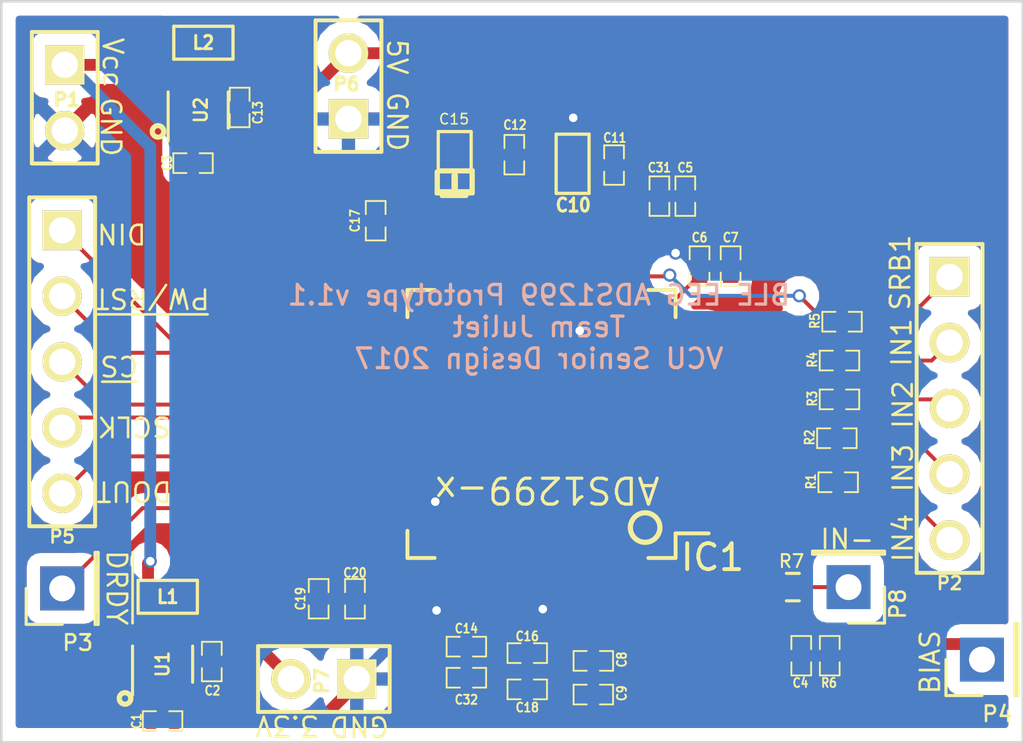
<source format=kicad_pcb>
(kicad_pcb (version 4) (host pcbnew 4.0.4-stable)

  (general
    (links 119)
    (no_connects 0)
    (area 275.6948 118.874999 320.907143 148.415495)
    (thickness 1.6)
    (drawings 30)
    (tracks 310)
    (zones 0)
    (modules 42)
    (nets 39)
  )

  (page A3)
  (layers
    (0 F.Cu signal)
    (31 B.Cu signal)
    (32 B.Adhes user hide)
    (33 F.Adhes user hide)
    (34 B.Paste user)
    (35 F.Paste user hide)
    (36 B.SilkS user hide)
    (37 F.SilkS user)
    (38 B.Mask user hide)
    (39 F.Mask user hide)
    (40 Dwgs.User user hide)
    (41 Cmts.User user)
    (42 Eco1.User user)
    (43 Eco2.User user)
    (44 Edge.Cuts user)
  )

  (setup
    (last_trace_width 0.4572)
    (user_trace_width 0.152)
    (trace_clearance 0.1524)
    (zone_clearance 0.508)
    (zone_45_only yes)
    (trace_min 0.05)
    (segment_width 0.2)
    (edge_width 0.1)
    (via_size 0.508)
    (via_drill 0.3302)
    (via_min_size 0.152)
    (via_min_drill 0.3302)
    (user_via 0.2 0)
    (uvia_size 0.508)
    (uvia_drill 0.3302)
    (uvias_allowed no)
    (uvia_min_size 0.13)
    (uvia_min_drill 0.3302)
    (pcb_text_width 0.3)
    (pcb_text_size 1.5 1.5)
    (mod_edge_width 0.15)
    (mod_text_size 1 1)
    (mod_text_width 0.15)
    (pad_size 0.635 1.143)
    (pad_drill 0)
    (pad_to_mask_clearance 0.015)
    (aux_axis_origin 0 0)
    (visible_elements 7FFEFFBF)
    (pcbplotparams
      (layerselection 0x010f0_80000001)
      (usegerberextensions true)
      (excludeedgelayer true)
      (linewidth 0.150000)
      (plotframeref false)
      (viasonmask false)
      (mode 1)
      (useauxorigin false)
      (hpglpennumber 1)
      (hpglpenspeed 20)
      (hpglpendiameter 15)
      (hpglpenoverlay 2)
      (psnegative false)
      (psa4output false)
      (plotreference true)
      (plotvalue true)
      (plotinvisibletext false)
      (padsonsilk false)
      (subtractmaskfromsilk false)
      (outputformat 1)
      (mirror false)
      (drillshape 0)
      (scaleselection 1)
      (outputdirectory ADS1299_Breakout/))
  )

  (net 0 "")
  (net 1 /SPI_SCLK)
  (net 2 /SPI_~CS)
  (net 3 /~DRDY)
  (net 4 AVSS)
  (net 5 DVDD)
  (net 6 AVDD)
  (net 7 "Net-(IC1-Pad12)")
  (net 8 "Net-(IC1-Pad14)")
  (net 9 "Net-(IC1-Pad16)")
  (net 10 "Net-(IC1-Pad17)")
  (net 11 "Net-(IC1-Pad18)")
  (net 12 "Net-(IC1-Pad27)")
  (net 13 "Net-(IC1-Pad29)")
  (net 14 /DIN)
  (net 15 "Net-(IC1-Pad37)")
  (net 16 /DOUT)
  (net 17 "Net-(IC1-Pad60)")
  (net 18 /BIASIN)
  (net 19 "Net-(IC1-Pad64)")
  (net 20 /IN3)
  (net 21 /IN2)
  (net 22 /IN1)
  (net 23 VCC)
  (net 24 "Net-(IC1-Pad61)")
  (net 25 "Net-(C4-Pad1)")
  (net 26 "Net-(L1-Pad1)")
  (net 27 "Net-(L2-Pad1)")
  (net 28 "Net-(IC1-Pad10)")
  (net 29 /SRB1)
  (net 30 /IN4)
  (net 31 /VREFP)
  (net 32 /VCAP4)
  (net 33 /VCAP1)
  (net 34 /VCAP3)
  (net 35 /VCAP2)
  (net 36 /~PWDN/RESET)
  (net 37 /INN)
  (net 38 "Net-(IC1-Pad11)")

  (net_class Default "This is the default net class."
    (clearance 0.1524)
    (trace_width 0.4572)
    (via_dia 0.508)
    (via_drill 0.3302)
    (uvia_dia 0.508)
    (uvia_drill 0.3302)
    (add_net /BIASIN)
    (add_net /DIN)
    (add_net /DOUT)
    (add_net /IN1)
    (add_net /IN2)
    (add_net /IN3)
    (add_net /IN4)
    (add_net /INN)
    (add_net /SPI_SCLK)
    (add_net /SPI_~CS)
    (add_net /SRB1)
    (add_net /VCAP1)
    (add_net /VCAP2)
    (add_net /VCAP3)
    (add_net /VCAP4)
    (add_net /VREFP)
    (add_net /~DRDY)
    (add_net /~PWDN/RESET)
    (add_net AVDD)
    (add_net AVSS)
    (add_net DVDD)
    (add_net "Net-(C4-Pad1)")
    (add_net "Net-(IC1-Pad10)")
    (add_net "Net-(IC1-Pad11)")
    (add_net "Net-(IC1-Pad12)")
    (add_net "Net-(IC1-Pad14)")
    (add_net "Net-(IC1-Pad16)")
    (add_net "Net-(IC1-Pad17)")
    (add_net "Net-(IC1-Pad18)")
    (add_net "Net-(IC1-Pad27)")
    (add_net "Net-(IC1-Pad29)")
    (add_net "Net-(IC1-Pad37)")
    (add_net "Net-(IC1-Pad60)")
    (add_net "Net-(IC1-Pad61)")
    (add_net "Net-(IC1-Pad64)")
    (add_net "Net-(L1-Pad1)")
    (add_net "Net-(L2-Pad1)")
    (add_net VCC)
  )

  (module Pin_Headers:Pin_Header_Straight_1x01_Pitch2.54mm (layer F.Cu) (tedit 58B64CB5) (tstamp 58C88C67)
    (at 314.7 144.35 90)
    (descr "Through hole straight pin header, 1x01, 2.54mm pitch, single row")
    (tags "Through hole pin header THT 1x01 2.54mm single row")
    (path /58B800EE)
    (fp_text reference P4 (at -2.1 0.6 180) (layer F.SilkS)
      (effects (font (size 0.6 0.6) (thickness 0.1)))
    )
    (fp_text value CONN_1 (at 0 2.39 90) (layer F.Fab)
      (effects (font (size 1 1) (thickness 0.15)))
    )
    (fp_line (start -1.27 -1.27) (end -1.27 1.27) (layer F.Fab) (width 0.1))
    (fp_line (start -1.27 1.27) (end 1.27 1.27) (layer F.Fab) (width 0.1))
    (fp_line (start 1.27 1.27) (end 1.27 -1.27) (layer F.Fab) (width 0.1))
    (fp_line (start 1.27 -1.27) (end -1.27 -1.27) (layer F.Fab) (width 0.1))
    (fp_line (start -1.39 1.27) (end -1.39 1.39) (layer F.SilkS) (width 0.12))
    (fp_line (start -1.39 1.39) (end 1.39 1.39) (layer F.SilkS) (width 0.12))
    (fp_line (start 1.39 1.39) (end 1.39 1.27) (layer F.SilkS) (width 0.12))
    (fp_line (start 1.39 1.27) (end -1.39 1.27) (layer F.SilkS) (width 0.12))
    (fp_line (start -1.39 0) (end -1.39 -1.39) (layer F.SilkS) (width 0.12))
    (fp_line (start -1.39 -1.39) (end 0 -1.39) (layer F.SilkS) (width 0.12))
    (fp_line (start -1.6 -1.6) (end -1.6 1.6) (layer F.CrtYd) (width 0.05))
    (fp_line (start -1.6 1.6) (end 1.6 1.6) (layer F.CrtYd) (width 0.05))
    (fp_line (start 1.6 1.6) (end 1.6 -1.6) (layer F.CrtYd) (width 0.05))
    (fp_line (start 1.6 -1.6) (end -1.6 -1.6) (layer F.CrtYd) (width 0.05))
    (pad 1 thru_hole rect (at 0 0 90) (size 1.7 1.7) (drill 1) (layers *.Cu *.Mask)
      (net 18 /BIASIN))
    (model Pin_Headers.3dshapes/Pin_Header_Straight_1x01_Pitch2.54mm.wrl
      (at (xyz 0 0 0))
      (scale (xyz 1 1 1))
      (rotate (xyz 0 0 90))
    )
  )

  (module PIN_ARRAY_2X1 (layer F.Cu) (tedit 58C87AE0) (tstamp 58C87AD3)
    (at 289.3 145.1 180)
    (descr "Connecteurs 2 pins")
    (tags "CONN DEV")
    (path /58C9B319)
    (fp_text reference P7 (at 0.075 -0.075 270) (layer F.SilkS)
      (effects (font (size 0.508 0.508) (thickness 0.127)))
    )
    (fp_text value CONN_2 (at 0 2.07 180) (layer F.SilkS) hide
      (effects (font (size 0.762 0.762) (thickness 0.1524)))
    )
    (fp_line (start -2.54 1.27) (end -2.54 -1.27) (layer F.SilkS) (width 0.1524))
    (fp_line (start -2.54 -1.27) (end 2.54 -1.27) (layer F.SilkS) (width 0.1524))
    (fp_line (start 2.54 -1.27) (end 2.54 1.27) (layer F.SilkS) (width 0.1524))
    (fp_line (start 2.54 1.27) (end -2.54 1.27) (layer F.SilkS) (width 0.1524))
    (pad 1 thru_hole rect (at -1.27 0 180) (size 1.524 1.524) (drill 1.016) (layers *.Cu *.Mask F.SilkS)
      (net 4 AVSS))
    (pad 2 thru_hole circle (at 1.27 0 180) (size 1.524 1.524) (drill 1.016) (layers *.Cu *.Mask F.SilkS)
      (net 5 DVDD))
    (model pin_array/pins_array_2x1.wrl
      (at (xyz 0 0 0))
      (scale (xyz 1 1 1))
      (rotate (xyz 0 0 0))
    )
  )

  (module PIN_ARRAY_2X1 (layer F.Cu) (tedit 58C87ACB) (tstamp 58C87AC7)
    (at 290.25 122.2 90)
    (descr "Connecteurs 2 pins")
    (tags "CONN DEV")
    (path /58C9A656)
    (fp_text reference P6 (at 0.075 -0.075 180) (layer F.SilkS)
      (effects (font (size 0.508 0.508) (thickness 0.127)))
    )
    (fp_text value CONN_2 (at 0 2.07 90) (layer F.SilkS) hide
      (effects (font (size 0.762 0.762) (thickness 0.1524)))
    )
    (fp_line (start -2.54 1.27) (end -2.54 -1.27) (layer F.SilkS) (width 0.1524))
    (fp_line (start -2.54 -1.27) (end 2.54 -1.27) (layer F.SilkS) (width 0.1524))
    (fp_line (start 2.54 -1.27) (end 2.54 1.27) (layer F.SilkS) (width 0.1524))
    (fp_line (start 2.54 1.27) (end -2.54 1.27) (layer F.SilkS) (width 0.1524))
    (pad 1 thru_hole rect (at -1.27 0 90) (size 1.524 1.524) (drill 1.016) (layers *.Cu *.Mask F.SilkS)
      (net 4 AVSS))
    (pad 2 thru_hole circle (at 1.27 0 90) (size 1.524 1.524) (drill 1.016) (layers *.Cu *.Mask F.SilkS)
      (net 6 AVDD))
    (model pin_array/pins_array_2x1.wrl
      (at (xyz 0 0 0))
      (scale (xyz 1 1 1))
      (rotate (xyz 0 0 0))
    )
  )

  (module Pin_Headers:Pin_Header_Straight_1x01_Pitch2.54mm (layer F.Cu) (tedit 58C87A63) (tstamp 58C87A09)
    (at 279.2 141.6 90)
    (descr "Through hole straight pin header, 1x01, 2.54mm pitch, single row")
    (tags "Through hole pin header THT 1x01 2.54mm single row")
    (path /58C911B5)
    (fp_text reference P3 (at -2.1 0.6 180) (layer F.SilkS)
      (effects (font (size 0.6 0.6) (thickness 0.1)))
    )
    (fp_text value CONN_1 (at 0 2.39 90) (layer F.Fab)
      (effects (font (size 1 1) (thickness 0.15)))
    )
    (fp_line (start -1.27 -1.27) (end -1.27 1.27) (layer F.Fab) (width 0.1))
    (fp_line (start -1.27 1.27) (end 1.27 1.27) (layer F.Fab) (width 0.1))
    (fp_line (start 1.27 1.27) (end 1.27 -1.27) (layer F.Fab) (width 0.1))
    (fp_line (start 1.27 -1.27) (end -1.27 -1.27) (layer F.Fab) (width 0.1))
    (fp_line (start -1.39 1.27) (end -1.39 1.39) (layer F.SilkS) (width 0.12))
    (fp_line (start -1.39 1.39) (end 1.39 1.39) (layer F.SilkS) (width 0.12))
    (fp_line (start 1.39 1.39) (end 1.39 1.27) (layer F.SilkS) (width 0.12))
    (fp_line (start 1.39 1.27) (end -1.39 1.27) (layer F.SilkS) (width 0.12))
    (fp_line (start -1.39 0) (end -1.39 -1.39) (layer F.SilkS) (width 0.12))
    (fp_line (start -1.39 -1.39) (end 0 -1.39) (layer F.SilkS) (width 0.12))
    (fp_line (start -1.6 -1.6) (end -1.6 1.6) (layer F.CrtYd) (width 0.05))
    (fp_line (start -1.6 1.6) (end 1.6 1.6) (layer F.CrtYd) (width 0.05))
    (fp_line (start 1.6 1.6) (end 1.6 -1.6) (layer F.CrtYd) (width 0.05))
    (fp_line (start 1.6 -1.6) (end -1.6 -1.6) (layer F.CrtYd) (width 0.05))
    (pad 1 thru_hole rect (at 0 0 90) (size 1.7 1.7) (drill 1) (layers *.Cu *.Mask)
      (net 3 /~DRDY))
    (model Pin_Headers.3dshapes/Pin_Header_Straight_1x01_Pitch2.54mm.wrl
      (at (xyz 0 0 0))
      (scale (xyz 1 1 1))
      (rotate (xyz 0 0 90))
    )
  )

  (module PIN_ARRAY_5x1:PIN_ARRAY_5x1 (layer F.Cu) (tedit 58C87AB9) (tstamp 58C879F7)
    (at 279.2 132.85 270)
    (descr "Double rangee de contacts 2 x 5 pins")
    (tags CONN)
    (path /58C8FEC3)
    (fp_text reference P5 (at 6.75 0 360) (layer F.SilkS)
      (effects (font (size 0.5 0.5) (thickness 0.1)))
    )
    (fp_text value CONN_5 (at 0 2.54 270) (layer F.SilkS) hide
      (effects (font (size 1.016 1.016) (thickness 0.2032)))
    )
    (fp_line (start -6.35 -1.27) (end -6.35 1.27) (layer F.SilkS) (width 0.152))
    (fp_line (start 6.35 1.27) (end 6.35 -1.27) (layer F.SilkS) (width 0.152))
    (fp_line (start -6.35 -1.27) (end 6.35 -1.27) (layer F.SilkS) (width 0.152))
    (fp_line (start 6.35 1.27) (end -6.35 1.27) (layer F.SilkS) (width 0.152))
    (pad 1 thru_hole rect (at -5.08 0 270) (size 1.524 1.524) (drill 1.016) (layers *.Cu *.Mask F.SilkS)
      (net 14 /DIN))
    (pad 2 thru_hole circle (at -2.54 0 270) (size 1.524 1.524) (drill 1.016) (layers *.Cu *.Mask F.SilkS)
      (net 36 /~PWDN/RESET))
    (pad 3 thru_hole circle (at 0 0 270) (size 1.524 1.524) (drill 1.016) (layers *.Cu *.Mask F.SilkS)
      (net 2 /SPI_~CS))
    (pad 4 thru_hole circle (at 2.54 0 270) (size 1.524 1.524) (drill 1.016) (layers *.Cu *.Mask F.SilkS)
      (net 1 /SPI_SCLK))
    (pad 5 thru_hole circle (at 5.08 0 270) (size 1.524 1.524) (drill 1.016) (layers *.Cu *.Mask F.SilkS)
      (net 16 /DOUT))
    (model pin_array/pins_array_5x1.wrl
      (at (xyz 0 0 0))
      (scale (xyz 1 1 1))
      (rotate (xyz 0 0 0))
    )
  )

  (module PIN_ARRAY_2X1 (layer F.Cu) (tedit 58B1EA03) (tstamp 5820D0D6)
    (at 279.3 122.65 270)
    (descr "Connecteurs 2 pins")
    (tags "CONN DEV")
    (path /588ADF51)
    (fp_text reference P1 (at 0.075 -0.075 540) (layer F.SilkS)
      (effects (font (size 0.508 0.508) (thickness 0.127)))
    )
    (fp_text value CONN_2 (at 0 2.07 270) (layer F.SilkS) hide
      (effects (font (size 0.762 0.762) (thickness 0.1524)))
    )
    (fp_line (start -2.54 1.27) (end -2.54 -1.27) (layer F.SilkS) (width 0.1524))
    (fp_line (start -2.54 -1.27) (end 2.54 -1.27) (layer F.SilkS) (width 0.1524))
    (fp_line (start 2.54 -1.27) (end 2.54 1.27) (layer F.SilkS) (width 0.1524))
    (fp_line (start 2.54 1.27) (end -2.54 1.27) (layer F.SilkS) (width 0.1524))
    (pad 1 thru_hole rect (at -1.27 0 270) (size 1.524 1.524) (drill 1.016) (layers *.Cu *.Mask F.SilkS)
      (net 23 VCC))
    (pad 2 thru_hole circle (at 1.27 0 270) (size 1.524 1.524) (drill 1.016) (layers *.Cu *.Mask F.SilkS)
      (net 4 AVSS))
    (model pin_array/pins_array_2x1.wrl
      (at (xyz 0 0 0))
      (scale (xyz 1 1 1))
      (rotate (xyz 0 0 0))
    )
  )

  (module "Power Pads:SM0603_Tant" (layer F.Cu) (tedit 58C8C834) (tstamp 58A7C3AD)
    (at 294.35 125.1 90)
    (path /58B2B921)
    (attr smd)
    (fp_text reference C15 (at 1.625 -0.025 180) (layer F.SilkS)
      (effects (font (size 0.4 0.4) (thickness 0.06)))
    )
    (fp_text value 100µF (at 0 1.05 90) (layer F.SilkS) hide
      (effects (font (size 0.508 0.4572) (thickness 0.1143)))
    )
    (fp_line (start -1.25 0.7) (end -1.25 -0.65) (layer F.SilkS) (width 0.15))
    (fp_line (start -0.35 0.7) (end -1.2 0.7) (layer F.SilkS) (width 0.15))
    (fp_line (start -0.4 -0.7) (end -1.25 -0.7) (layer F.SilkS) (width 0.15))
    (fp_line (start -0.35 -0.6) (end -0.35 0.55) (layer F.SilkS) (width 0.15))
    (fp_line (start -1.35 -0.5) (end -1.35 0.45) (layer F.SilkS) (width 0.15))
    (fp_line (start -1.25 -0.55) (end -1.25 0.55) (layer F.SilkS) (width 0.15))
    (fp_line (start -0.4 -0.6) (end -0.4 0.6) (layer F.SilkS) (width 0.15))
    (fp_line (start -1.05 0) (end -0.55 0) (layer F.SilkS) (width 0.25))
    (fp_line (start -1.143 -0.635) (end 1.143 -0.635) (layer F.SilkS) (width 0.127))
    (fp_line (start 1.143 -0.635) (end 1.143 0.635) (layer F.SilkS) (width 0.127))
    (fp_line (start 1.143 0.635) (end -1.143 0.635) (layer F.SilkS) (width 0.127))
    (fp_line (start -1.143 0.635) (end -1.143 -0.635) (layer F.SilkS) (width 0.127))
    (pad 1 smd rect (at -0.762 0 90) (size 0.635 1.143) (layers F.Cu F.Paste F.Mask)
      (net 33 /VCAP1))
    (pad 2 smd rect (at 0.762 0 90) (size 0.635 1.143) (layers F.Cu F.Paste F.Mask)
      (net 4 AVSS))
    (model smd\resistors\R0603.wrl
      (at (xyz 0 0 0.001))
      (scale (xyz 0.5 0.5 0.5))
      (rotate (xyz 0 0 0))
    )
  )

  (module SM0402 (layer F.Cu) (tedit 58C88A6A) (tstamp 58BC71E6)
    (at 294.8 145.05)
    (path /58BCF638)
    (attr smd)
    (fp_text reference C32 (at 0 0.85) (layer F.SilkS)
      (effects (font (size 0.35052 0.3048) (thickness 0.07112)))
    )
    (fp_text value 0.1uF (at 0.09906 0) (layer F.SilkS) hide
      (effects (font (size 0.35052 0.3048) (thickness 0.07112)))
    )
    (fp_line (start -0.254 -0.381) (end -0.762 -0.381) (layer F.SilkS) (width 0.07112))
    (fp_line (start -0.762 -0.381) (end -0.762 0.381) (layer F.SilkS) (width 0.07112))
    (fp_line (start -0.762 0.381) (end -0.254 0.381) (layer F.SilkS) (width 0.07112))
    (fp_line (start 0.254 -0.381) (end 0.762 -0.381) (layer F.SilkS) (width 0.07112))
    (fp_line (start 0.762 -0.381) (end 0.762 0.381) (layer F.SilkS) (width 0.07112))
    (fp_line (start 0.762 0.381) (end 0.254 0.381) (layer F.SilkS) (width 0.07112))
    (pad 1 smd rect (at -0.44958 0) (size 0.39878 0.59944) (layers F.Cu F.Paste F.Mask)
      (net 4 AVSS))
    (pad 2 smd rect (at 0.44958 0) (size 0.39878 0.59944) (layers F.Cu F.Paste F.Mask)
      (net 6 AVDD))
    (model smd\chip_cms.wrl
      (at (xyz 0 0 0.002))
      (scale (xyz 0.05 0.05 0.05))
      (rotate (xyz 0 0 0))
    )
  )

  (module Housings_QFP:TQFP-64_10x10mm_Pitch0.5mm (layer F.Cu) (tedit 58C8C8A2) (tstamp 58A5E61F)
    (at 297.7 135.25 180)
    (descr "64-Lead Plastic Thin Quad Flatpack (PT) - 10x10x1 mm Body, 2.00 mm Footprint [TQFP] (see Microchip Packaging Specification 00000049BS.pdf)")
    (tags "QFP 0.5")
    (path /588AD1DC)
    (attr smd)
    (fp_text reference IC1 (at -6.6 -5.15 360) (layer F.SilkS)
      (effects (font (size 1 1) (thickness 0.15)))
    )
    (fp_text value ADS1299 (at 0 7.45 180) (layer F.Fab)
      (effects (font (size 1 1) (thickness 0.15)))
    )
    (fp_text user %R (at 0 0 180) (layer F.Fab)
      (effects (font (size 1 1) (thickness 0.15)))
    )
    (fp_line (start -4 -5) (end 5 -5) (layer F.Fab) (width 0.15))
    (fp_line (start 5 -5) (end 5 5) (layer F.Fab) (width 0.15))
    (fp_line (start 5 5) (end -5 5) (layer F.Fab) (width 0.15))
    (fp_line (start -5 5) (end -5 -4) (layer F.Fab) (width 0.15))
    (fp_line (start -5 -4) (end -4 -5) (layer F.Fab) (width 0.15))
    (fp_line (start -6.7 -6.7) (end -6.7 6.7) (layer F.CrtYd) (width 0.05))
    (fp_line (start 6.7 -6.7) (end 6.7 6.7) (layer F.CrtYd) (width 0.05))
    (fp_line (start -6.7 -6.7) (end 6.7 -6.7) (layer F.CrtYd) (width 0.05))
    (fp_line (start -6.7 6.7) (end 6.7 6.7) (layer F.CrtYd) (width 0.05))
    (fp_line (start -5.175 -5.175) (end -5.175 -4.225) (layer F.SilkS) (width 0.15))
    (fp_line (start 5.175 -5.175) (end 5.175 -4.125) (layer F.SilkS) (width 0.15))
    (fp_line (start 5.175 5.175) (end 5.175 4.125) (layer F.SilkS) (width 0.15))
    (fp_line (start -5.175 5.175) (end -5.175 4.125) (layer F.SilkS) (width 0.15))
    (fp_line (start -5.175 -5.175) (end -4.125 -5.175) (layer F.SilkS) (width 0.15))
    (fp_line (start -5.175 5.175) (end -4.125 5.175) (layer F.SilkS) (width 0.15))
    (fp_line (start 5.175 5.175) (end 4.125 5.175) (layer F.SilkS) (width 0.15))
    (fp_line (start 5.175 -5.175) (end 4.125 -5.175) (layer F.SilkS) (width 0.15))
    (fp_line (start -5.175 -4.225) (end -6.45 -4.225) (layer F.SilkS) (width 0.15))
    (pad 1 smd rect (at -5.7 -3.75 180) (size 1.5 0.3) (layers F.Cu F.Paste F.Mask)
      (net 6 AVDD))
    (pad 2 smd rect (at -5.7 -3.25 180) (size 1.5 0.3) (layers F.Cu F.Paste F.Mask)
      (net 6 AVDD))
    (pad 3 smd rect (at -5.7 -2.75 180) (size 1.5 0.3) (layers F.Cu F.Paste F.Mask)
      (net 6 AVDD))
    (pad 4 smd rect (at -5.7 -2.25 180) (size 1.5 0.3) (layers F.Cu F.Paste F.Mask)
      (net 6 AVDD))
    (pad 5 smd rect (at -5.7 -1.75 180) (size 1.5 0.3) (layers F.Cu F.Paste F.Mask)
      (net 6 AVDD))
    (pad 6 smd rect (at -5.7 -1.25 180) (size 1.5 0.3) (layers F.Cu F.Paste F.Mask)
      (net 6 AVDD))
    (pad 7 smd rect (at -5.7 -0.75 180) (size 1.5 0.3) (layers F.Cu F.Paste F.Mask)
      (net 6 AVDD))
    (pad 8 smd rect (at -5.7 -0.25 180) (size 1.5 0.3) (layers F.Cu F.Paste F.Mask)
      (net 6 AVDD))
    (pad 9 smd rect (at -5.7 0.25 180) (size 1.5 0.3) (layers F.Cu F.Paste F.Mask)
      (net 38 "Net-(IC1-Pad11)"))
    (pad 10 smd rect (at -5.7 0.75 180) (size 1.5 0.3) (layers F.Cu F.Paste F.Mask)
      (net 28 "Net-(IC1-Pad10)"))
    (pad 11 smd rect (at -5.7 1.25 180) (size 1.5 0.3) (layers F.Cu F.Paste F.Mask)
      (net 38 "Net-(IC1-Pad11)"))
    (pad 12 smd rect (at -5.7 1.75 180) (size 1.5 0.3) (layers F.Cu F.Paste F.Mask)
      (net 7 "Net-(IC1-Pad12)"))
    (pad 13 smd rect (at -5.7 2.25 180) (size 1.5 0.3) (layers F.Cu F.Paste F.Mask)
      (net 38 "Net-(IC1-Pad11)"))
    (pad 14 smd rect (at -5.7 2.75 180) (size 1.5 0.3) (layers F.Cu F.Paste F.Mask)
      (net 8 "Net-(IC1-Pad14)"))
    (pad 15 smd rect (at -5.7 3.25 180) (size 1.5 0.3) (layers F.Cu F.Paste F.Mask)
      (net 38 "Net-(IC1-Pad11)"))
    (pad 16 smd rect (at -5.7 3.75 180) (size 1.5 0.3) (layers F.Cu F.Paste F.Mask)
      (net 9 "Net-(IC1-Pad16)"))
    (pad 17 smd rect (at -3.75 5.7 270) (size 1.5 0.3) (layers F.Cu F.Paste F.Mask)
      (net 10 "Net-(IC1-Pad17)"))
    (pad 18 smd rect (at -3.25 5.7 270) (size 1.5 0.3) (layers F.Cu F.Paste F.Mask)
      (net 11 "Net-(IC1-Pad18)"))
    (pad 19 smd rect (at -2.75 5.7 270) (size 1.5 0.3) (layers F.Cu F.Paste F.Mask)
      (net 6 AVDD))
    (pad 20 smd rect (at -2.25 5.7 270) (size 1.5 0.3) (layers F.Cu F.Paste F.Mask)
      (net 4 AVSS))
    (pad 21 smd rect (at -1.75 5.7 270) (size 1.5 0.3) (layers F.Cu F.Paste F.Mask)
      (net 6 AVDD))
    (pad 22 smd rect (at -1.25 5.7 270) (size 1.5 0.3) (layers F.Cu F.Paste F.Mask)
      (net 6 AVDD))
    (pad 23 smd rect (at -0.75 5.7 270) (size 1.5 0.3) (layers F.Cu F.Paste F.Mask)
      (net 4 AVSS))
    (pad 24 smd rect (at -0.25 5.7 270) (size 1.5 0.3) (layers F.Cu F.Paste F.Mask)
      (net 31 /VREFP))
    (pad 25 smd rect (at 0.25 5.7 270) (size 1.5 0.3) (layers F.Cu F.Paste F.Mask)
      (net 4 AVSS))
    (pad 26 smd rect (at 0.75 5.7 270) (size 1.5 0.3) (layers F.Cu F.Paste F.Mask)
      (net 32 /VCAP4))
    (pad 27 smd rect (at 1.25 5.7 270) (size 1.5 0.3) (layers F.Cu F.Paste F.Mask)
      (net 12 "Net-(IC1-Pad27)"))
    (pad 28 smd rect (at 1.75 5.7 270) (size 1.5 0.3) (layers F.Cu F.Paste F.Mask)
      (net 33 /VCAP1))
    (pad 29 smd rect (at 2.25 5.7 270) (size 1.5 0.3) (layers F.Cu F.Paste F.Mask)
      (net 13 "Net-(IC1-Pad29)"))
    (pad 30 smd rect (at 2.75 5.7 270) (size 1.5 0.3) (layers F.Cu F.Paste F.Mask)
      (net 35 /VCAP2))
    (pad 31 smd rect (at 3.25 5.7 270) (size 1.5 0.3) (layers F.Cu F.Paste F.Mask)
      (net 4 AVSS))
    (pad 32 smd rect (at 3.75 5.7 270) (size 1.5 0.3) (layers F.Cu F.Paste F.Mask)
      (net 4 AVSS))
    (pad 33 smd rect (at 5.7 3.75 180) (size 1.5 0.3) (layers F.Cu F.Paste F.Mask)
      (net 4 AVSS))
    (pad 34 smd rect (at 5.7 3.25 180) (size 1.5 0.3) (layers F.Cu F.Paste F.Mask)
      (net 14 /DIN))
    (pad 35 smd rect (at 5.7 2.75 180) (size 1.5 0.3) (layers F.Cu F.Paste F.Mask)
      (net 36 /~PWDN/RESET))
    (pad 36 smd rect (at 5.7 2.25 180) (size 1.5 0.3) (layers F.Cu F.Paste F.Mask)
      (net 36 /~PWDN/RESET))
    (pad 37 smd rect (at 5.7 1.75 180) (size 1.5 0.3) (layers F.Cu F.Paste F.Mask)
      (net 15 "Net-(IC1-Pad37)"))
    (pad 38 smd rect (at 5.7 1.25 180) (size 1.5 0.3) (layers F.Cu F.Paste F.Mask)
      (net 4 AVSS))
    (pad 39 smd rect (at 5.7 0.75 180) (size 1.5 0.3) (layers F.Cu F.Paste F.Mask)
      (net 2 /SPI_~CS))
    (pad 40 smd rect (at 5.7 0.25 180) (size 1.5 0.3) (layers F.Cu F.Paste F.Mask)
      (net 1 /SPI_SCLK))
    (pad 41 smd rect (at 5.7 -0.25 180) (size 1.5 0.3) (layers F.Cu F.Paste F.Mask)
      (net 4 AVSS))
    (pad 42 smd rect (at 5.7 -0.75 180) (size 1.5 0.3) (layers F.Cu F.Paste F.Mask)
      (net 4 AVSS))
    (pad 43 smd rect (at 5.7 -1.25 180) (size 1.5 0.3) (layers F.Cu F.Paste F.Mask)
      (net 16 /DOUT))
    (pad 44 smd rect (at 5.7 -1.75 180) (size 1.5 0.3) (layers F.Cu F.Paste F.Mask)
      (net 4 AVSS))
    (pad 45 smd rect (at 5.7 -2.25 180) (size 1.5 0.3) (layers F.Cu F.Paste F.Mask)
      (net 4 AVSS))
    (pad 46 smd rect (at 5.7 -2.75 180) (size 1.5 0.3) (layers F.Cu F.Paste F.Mask)
      (net 4 AVSS))
    (pad 47 smd rect (at 5.7 -3.25 180) (size 1.5 0.3) (layers F.Cu F.Paste F.Mask)
      (net 3 /~DRDY))
    (pad 48 smd rect (at 5.7 -3.75 180) (size 1.5 0.3) (layers F.Cu F.Paste F.Mask)
      (net 5 DVDD))
    (pad 49 smd rect (at 3.75 -5.7 270) (size 1.5 0.3) (layers F.Cu F.Paste F.Mask)
      (net 4 AVSS))
    (pad 50 smd rect (at 3.25 -5.7 270) (size 1.5 0.3) (layers F.Cu F.Paste F.Mask)
      (net 5 DVDD))
    (pad 51 smd rect (at 2.75 -5.7 270) (size 1.5 0.3) (layers F.Cu F.Paste F.Mask)
      (net 4 AVSS))
    (pad 52 smd rect (at 2.25 -5.7 270) (size 1.5 0.3) (layers F.Cu F.Paste F.Mask)
      (net 5 DVDD))
    (pad 53 smd rect (at 1.75 -5.7 270) (size 1.5 0.3) (layers F.Cu F.Paste F.Mask)
      (net 4 AVSS))
    (pad 54 smd rect (at 1.25 -5.7 270) (size 1.5 0.3) (layers F.Cu F.Paste F.Mask)
      (net 6 AVDD))
    (pad 55 smd rect (at 0.75 -5.7 270) (size 1.5 0.3) (layers F.Cu F.Paste F.Mask)
      (net 34 /VCAP3))
    (pad 56 smd rect (at 0.25 -5.7 270) (size 1.5 0.3) (layers F.Cu F.Paste F.Mask)
      (net 6 AVDD))
    (pad 57 smd rect (at -0.25 -5.7 270) (size 1.5 0.3) (layers F.Cu F.Paste F.Mask)
      (net 4 AVSS))
    (pad 58 smd rect (at -0.75 -5.7 270) (size 1.5 0.3) (layers F.Cu F.Paste F.Mask)
      (net 4 AVSS))
    (pad 59 smd rect (at -1.25 -5.7 270) (size 1.5 0.3) (layers F.Cu F.Paste F.Mask)
      (net 6 AVDD))
    (pad 60 smd rect (at -1.75 -5.7 270) (size 1.5 0.3) (layers F.Cu F.Paste F.Mask)
      (net 17 "Net-(IC1-Pad60)"))
    (pad 61 smd rect (at -2.25 -5.7 270) (size 1.5 0.3) (layers F.Cu F.Paste F.Mask)
      (net 24 "Net-(IC1-Pad61)"))
    (pad 62 smd rect (at -2.75 -5.7 270) (size 1.5 0.3) (layers F.Cu F.Paste F.Mask)
      (net 25 "Net-(C4-Pad1)"))
    (pad 63 smd rect (at -3.25 -5.7 270) (size 1.5 0.3) (layers F.Cu F.Paste F.Mask)
      (net 25 "Net-(C4-Pad1)"))
    (pad 64 smd rect (at -3.75 -5.7 270) (size 1.5 0.3) (layers F.Cu F.Paste F.Mask)
      (net 19 "Net-(IC1-Pad64)"))
    (model Housings_QFP.3dshapes/TQFP-64_10x10mm_Pitch0.5mm.wrl
      (at (xyz 0 0 0))
      (scale (xyz 1 1 1))
      (rotate (xyz 0 0 0))
    )
  )

  (module TO_SOT_Packages_SMD:SOT-363_SC-70-6 (layer F.Cu) (tedit 58ABA8B5) (tstamp 58A5F087)
    (at 284.45 123.125 90)
    (descr "SOT-363, SC-70-6")
    (path /589981DF)
    (attr smd)
    (fp_text reference U2 (at 0 0.1 90) (layer F.SilkS)
      (effects (font (size 0.5 0.5) (thickness 0.1)))
    )
    (fp_text value TPS61222 (at 0 2 270) (layer F.Fab)
      (effects (font (size 1 1) (thickness 0.15)))
    )
    (fp_line (start 0.7 -1.16) (end -1.2 -1.16) (layer F.SilkS) (width 0.12))
    (fp_line (start -0.7 1.16) (end 0.7 1.16) (layer F.SilkS) (width 0.12))
    (fp_line (start 1.6 1.4) (end 1.6 -1.4) (layer F.CrtYd) (width 0.05))
    (fp_line (start -1.6 -1.4) (end -1.6 1.4) (layer F.CrtYd) (width 0.05))
    (fp_line (start -1.6 -1.4) (end 1.6 -1.4) (layer F.CrtYd) (width 0.05))
    (fp_line (start 0.675 -1.1) (end -0.175 -1.1) (layer F.Fab) (width 0.1))
    (fp_line (start -0.675 -0.6) (end -0.675 1.1) (layer F.Fab) (width 0.1))
    (fp_line (start -1.6 1.4) (end 1.6 1.4) (layer F.CrtYd) (width 0.05))
    (fp_line (start 0.675 -1.1) (end 0.675 1.1) (layer F.Fab) (width 0.1))
    (fp_line (start 0.675 1.1) (end -0.675 1.1) (layer F.Fab) (width 0.1))
    (fp_line (start -0.175 -1.1) (end -0.675 -0.6) (layer F.Fab) (width 0.1))
    (pad 1 smd rect (at -0.95 -0.65 90) (size 0.65 0.4) (layers F.Cu F.Paste F.Mask)
      (net 23 VCC))
    (pad 3 smd rect (at -0.95 0.65 90) (size 0.65 0.4) (layers F.Cu F.Paste F.Mask)
      (net 4 AVSS))
    (pad 5 smd rect (at 0.95 0 90) (size 0.65 0.4) (layers F.Cu F.Paste F.Mask)
      (net 27 "Net-(L2-Pad1)"))
    (pad 2 smd rect (at -0.95 0 90) (size 0.65 0.4) (layers F.Cu F.Paste F.Mask)
      (net 6 AVDD))
    (pad 4 smd rect (at 0.95 0.65 90) (size 0.65 0.4) (layers F.Cu F.Paste F.Mask)
      (net 6 AVDD))
    (pad 6 smd rect (at 0.95 -0.65 90) (size 0.65 0.4) (layers F.Cu F.Paste F.Mask)
      (net 23 VCC))
  )

  (module SM0402 (layer F.Cu) (tedit 58C8C837) (tstamp 58ABB546)
    (at 296.65 124.85 90)
    (path /588BC8FE)
    (attr smd)
    (fp_text reference C12 (at 1.15 0.025 180) (layer F.SilkS)
      (effects (font (size 0.35052 0.3048) (thickness 0.07112)))
    )
    (fp_text value 1uF (at 0.09906 0 90) (layer F.SilkS) hide
      (effects (font (size 0.35052 0.3048) (thickness 0.07112)))
    )
    (fp_line (start -0.254 -0.381) (end -0.762 -0.381) (layer F.SilkS) (width 0.07112))
    (fp_line (start -0.762 -0.381) (end -0.762 0.381) (layer F.SilkS) (width 0.07112))
    (fp_line (start -0.762 0.381) (end -0.254 0.381) (layer F.SilkS) (width 0.07112))
    (fp_line (start 0.254 -0.381) (end 0.762 -0.381) (layer F.SilkS) (width 0.07112))
    (fp_line (start 0.762 -0.381) (end 0.762 0.381) (layer F.SilkS) (width 0.07112))
    (fp_line (start 0.762 0.381) (end 0.254 0.381) (layer F.SilkS) (width 0.07112))
    (pad 1 smd rect (at -0.44958 0 90) (size 0.39878 0.59944) (layers F.Cu F.Paste F.Mask)
      (net 32 /VCAP4))
    (pad 2 smd rect (at 0.44958 0 90) (size 0.39878 0.59944) (layers F.Cu F.Paste F.Mask)
      (net 4 AVSS))
    (model smd\chip_cms.wrl
      (at (xyz 0 0 0.002))
      (scale (xyz 0.05 0.05 0.05))
      (rotate (xyz 0 0 0))
    )
  )

  (module SM0402 (layer F.Cu) (tedit 58ABB4C7) (tstamp 58ABB4FE)
    (at 302.25 126.45 270)
    (path /58B25390)
    (attr smd)
    (fp_text reference C31 (at -1.1 0 360) (layer F.SilkS)
      (effects (font (size 0.35052 0.3048) (thickness 0.07112)))
    )
    (fp_text value 0.1uF (at 0.09906 0 270) (layer F.SilkS) hide
      (effects (font (size 0.35052 0.3048) (thickness 0.07112)))
    )
    (fp_line (start -0.254 -0.381) (end -0.762 -0.381) (layer F.SilkS) (width 0.07112))
    (fp_line (start -0.762 -0.381) (end -0.762 0.381) (layer F.SilkS) (width 0.07112))
    (fp_line (start -0.762 0.381) (end -0.254 0.381) (layer F.SilkS) (width 0.07112))
    (fp_line (start 0.254 -0.381) (end 0.762 -0.381) (layer F.SilkS) (width 0.07112))
    (fp_line (start 0.762 -0.381) (end 0.762 0.381) (layer F.SilkS) (width 0.07112))
    (fp_line (start 0.762 0.381) (end 0.254 0.381) (layer F.SilkS) (width 0.07112))
    (pad 1 smd rect (at -0.44958 0 270) (size 0.39878 0.59944) (layers F.Cu F.Paste F.Mask)
      (net 4 AVSS))
    (pad 2 smd rect (at 0.44958 0 270) (size 0.39878 0.59944) (layers F.Cu F.Paste F.Mask)
      (net 6 AVDD))
    (model smd\chip_cms.wrl
      (at (xyz 0 0 0.002))
      (scale (xyz 0.05 0.05 0.05))
      (rotate (xyz 0 0 0))
    )
  )

  (module SM0402 (layer F.Cu) (tedit 58ABB4BE) (tstamp 58ABB4D9)
    (at 303.25 126.45 270)
    (path /58B167C3)
    (attr smd)
    (fp_text reference C5 (at -1.1 0 360) (layer F.SilkS)
      (effects (font (size 0.35052 0.3048) (thickness 0.07112)))
    )
    (fp_text value 1uF (at 0.09906 0 270) (layer F.SilkS) hide
      (effects (font (size 0.35052 0.3048) (thickness 0.07112)))
    )
    (fp_line (start -0.254 -0.381) (end -0.762 -0.381) (layer F.SilkS) (width 0.07112))
    (fp_line (start -0.762 -0.381) (end -0.762 0.381) (layer F.SilkS) (width 0.07112))
    (fp_line (start -0.762 0.381) (end -0.254 0.381) (layer F.SilkS) (width 0.07112))
    (fp_line (start 0.254 -0.381) (end 0.762 -0.381) (layer F.SilkS) (width 0.07112))
    (fp_line (start 0.762 -0.381) (end 0.762 0.381) (layer F.SilkS) (width 0.07112))
    (fp_line (start 0.762 0.381) (end 0.254 0.381) (layer F.SilkS) (width 0.07112))
    (pad 1 smd rect (at -0.44958 0 270) (size 0.39878 0.59944) (layers F.Cu F.Paste F.Mask)
      (net 4 AVSS))
    (pad 2 smd rect (at 0.44958 0 270) (size 0.39878 0.59944) (layers F.Cu F.Paste F.Mask)
      (net 6 AVDD))
    (model smd\chip_cms.wrl
      (at (xyz 0 0 0.002))
      (scale (xyz 0.05 0.05 0.05))
      (rotate (xyz 0 0 0))
    )
  )

  (module SM0402 (layer F.Cu) (tedit 58ABAB06) (tstamp 58A77ACF)
    (at 289.1 142 270)
    (path /58A78680)
    (attr smd)
    (fp_text reference C19 (at 0 0.7 270) (layer F.SilkS)
      (effects (font (size 0.35052 0.3048) (thickness 0.07112)))
    )
    (fp_text value 1uF (at 0.09906 0 270) (layer F.SilkS) hide
      (effects (font (size 0.35052 0.3048) (thickness 0.07112)))
    )
    (fp_line (start -0.254 -0.381) (end -0.762 -0.381) (layer F.SilkS) (width 0.07112))
    (fp_line (start -0.762 -0.381) (end -0.762 0.381) (layer F.SilkS) (width 0.07112))
    (fp_line (start -0.762 0.381) (end -0.254 0.381) (layer F.SilkS) (width 0.07112))
    (fp_line (start 0.254 -0.381) (end 0.762 -0.381) (layer F.SilkS) (width 0.07112))
    (fp_line (start 0.762 -0.381) (end 0.762 0.381) (layer F.SilkS) (width 0.07112))
    (fp_line (start 0.762 0.381) (end 0.254 0.381) (layer F.SilkS) (width 0.07112))
    (pad 1 smd rect (at -0.44958 0 270) (size 0.39878 0.59944) (layers F.Cu F.Paste F.Mask)
      (net 5 DVDD))
    (pad 2 smd rect (at 0.44958 0 270) (size 0.39878 0.59944) (layers F.Cu F.Paste F.Mask)
      (net 4 AVSS))
    (model smd\chip_cms.wrl
      (at (xyz 0 0 0.002))
      (scale (xyz 0.05 0.05 0.05))
      (rotate (xyz 0 0 0))
    )
  )

  (module SM0402 (layer F.Cu) (tedit 58BC7293) (tstamp 58ABA47F)
    (at 294.8 143.85)
    (path /58AC9DAD)
    (attr smd)
    (fp_text reference C14 (at 0 -0.7 180) (layer F.SilkS)
      (effects (font (size 0.35052 0.3048) (thickness 0.07112)))
    )
    (fp_text value 1uF (at 0.09906 0) (layer F.SilkS) hide
      (effects (font (size 0.35052 0.3048) (thickness 0.07112)))
    )
    (fp_line (start -0.254 -0.381) (end -0.762 -0.381) (layer F.SilkS) (width 0.07112))
    (fp_line (start -0.762 -0.381) (end -0.762 0.381) (layer F.SilkS) (width 0.07112))
    (fp_line (start -0.762 0.381) (end -0.254 0.381) (layer F.SilkS) (width 0.07112))
    (fp_line (start 0.254 -0.381) (end 0.762 -0.381) (layer F.SilkS) (width 0.07112))
    (fp_line (start 0.762 -0.381) (end 0.762 0.381) (layer F.SilkS) (width 0.07112))
    (fp_line (start 0.762 0.381) (end 0.254 0.381) (layer F.SilkS) (width 0.07112))
    (pad 1 smd rect (at -0.44958 0) (size 0.39878 0.59944) (layers F.Cu F.Paste F.Mask)
      (net 4 AVSS))
    (pad 2 smd rect (at 0.44958 0) (size 0.39878 0.59944) (layers F.Cu F.Paste F.Mask)
      (net 6 AVDD))
    (model smd\chip_cms.wrl
      (at (xyz 0 0 0.002))
      (scale (xyz 0.05 0.05 0.05))
      (rotate (xyz 0 0 0))
    )
  )

  (module SM0402 (layer F.Cu) (tedit 58ABA95E) (tstamp 58A87344)
    (at 309.3 131.3)
    (path /58A53805)
    (attr smd)
    (fp_text reference R5 (at -1.05 -0.03 90) (layer F.SilkS)
      (effects (font (size 0.35052 0.3048) (thickness 0.07112)))
    )
    (fp_text value 30k (at 0.09906 0) (layer F.SilkS) hide
      (effects (font (size 0.35052 0.3048) (thickness 0.07112)))
    )
    (fp_line (start -0.254 -0.381) (end -0.762 -0.381) (layer F.SilkS) (width 0.07112))
    (fp_line (start -0.762 -0.381) (end -0.762 0.381) (layer F.SilkS) (width 0.07112))
    (fp_line (start -0.762 0.381) (end -0.254 0.381) (layer F.SilkS) (width 0.07112))
    (fp_line (start 0.254 -0.381) (end 0.762 -0.381) (layer F.SilkS) (width 0.07112))
    (fp_line (start 0.762 -0.381) (end 0.762 0.381) (layer F.SilkS) (width 0.07112))
    (fp_line (start 0.762 0.381) (end 0.254 0.381) (layer F.SilkS) (width 0.07112))
    (pad 1 smd rect (at -0.44958 0) (size 0.39878 0.59944) (layers F.Cu F.Paste F.Mask)
      (net 10 "Net-(IC1-Pad17)"))
    (pad 2 smd rect (at 0.44958 0) (size 0.39878 0.59944) (layers F.Cu F.Paste F.Mask)
      (net 29 /SRB1))
    (model smd\chip_cms.wrl
      (at (xyz 0 0 0.002))
      (scale (xyz 0.05 0.05 0.05))
      (rotate (xyz 0 0 0))
    )
  )

  (module SM0402 (layer F.Cu) (tedit 58ABAA8F) (tstamp 58A77C96)
    (at 290.5 142 90)
    (path /58AD0381)
    (attr smd)
    (fp_text reference C20 (at 1 0 180) (layer F.SilkS)
      (effects (font (size 0.35052 0.3048) (thickness 0.07112)))
    )
    (fp_text value 0.1uF (at 0.09906 0 90) (layer F.SilkS) hide
      (effects (font (size 0.35052 0.3048) (thickness 0.07112)))
    )
    (fp_line (start -0.254 -0.381) (end -0.762 -0.381) (layer F.SilkS) (width 0.07112))
    (fp_line (start -0.762 -0.381) (end -0.762 0.381) (layer F.SilkS) (width 0.07112))
    (fp_line (start -0.762 0.381) (end -0.254 0.381) (layer F.SilkS) (width 0.07112))
    (fp_line (start 0.254 -0.381) (end 0.762 -0.381) (layer F.SilkS) (width 0.07112))
    (fp_line (start 0.762 -0.381) (end 0.762 0.381) (layer F.SilkS) (width 0.07112))
    (fp_line (start 0.762 0.381) (end 0.254 0.381) (layer F.SilkS) (width 0.07112))
    (pad 1 smd rect (at -0.44958 0 90) (size 0.39878 0.59944) (layers F.Cu F.Paste F.Mask)
      (net 4 AVSS))
    (pad 2 smd rect (at 0.44958 0 90) (size 0.39878 0.59944) (layers F.Cu F.Paste F.Mask)
      (net 5 DVDD))
    (model smd\chip_cms.wrl
      (at (xyz 0 0 0.002))
      (scale (xyz 0.05 0.05 0.05))
      (rotate (xyz 0 0 0))
    )
  )

  (module SM0402 (layer F.Cu) (tedit 58C88ADB) (tstamp 58A77ADA)
    (at 297.15 145.5)
    (path /588BAB6E)
    (attr smd)
    (fp_text reference C18 (at 0 0.7 180) (layer F.SilkS)
      (effects (font (size 0.35052 0.3048) (thickness 0.07112)))
    )
    (fp_text value 0.1uF (at 0.09906 0) (layer F.SilkS) hide
      (effects (font (size 0.35052 0.3048) (thickness 0.07112)))
    )
    (fp_line (start -0.254 -0.381) (end -0.762 -0.381) (layer F.SilkS) (width 0.07112))
    (fp_line (start -0.762 -0.381) (end -0.762 0.381) (layer F.SilkS) (width 0.07112))
    (fp_line (start -0.762 0.381) (end -0.254 0.381) (layer F.SilkS) (width 0.07112))
    (fp_line (start 0.254 -0.381) (end 0.762 -0.381) (layer F.SilkS) (width 0.07112))
    (fp_line (start 0.762 -0.381) (end 0.762 0.381) (layer F.SilkS) (width 0.07112))
    (fp_line (start 0.762 0.381) (end 0.254 0.381) (layer F.SilkS) (width 0.07112))
    (pad 1 smd rect (at -0.44958 0) (size 0.39878 0.59944) (layers F.Cu F.Paste F.Mask)
      (net 34 /VCAP3))
    (pad 2 smd rect (at 0.44958 0) (size 0.39878 0.59944) (layers F.Cu F.Paste F.Mask)
      (net 4 AVSS))
    (model smd\chip_cms.wrl
      (at (xyz 0 0 0.002))
      (scale (xyz 0.05 0.05 0.05))
      (rotate (xyz 0 0 0))
    )
  )

  (module SM0402 (layer F.Cu) (tedit 58C88ADD) (tstamp 58A77AC4)
    (at 297.15 144.1)
    (path /588BAB68)
    (attr smd)
    (fp_text reference C16 (at 0 -0.65 180) (layer F.SilkS)
      (effects (font (size 0.35052 0.3048) (thickness 0.07112)))
    )
    (fp_text value 1uF (at 0.09906 0) (layer F.SilkS) hide
      (effects (font (size 0.35052 0.3048) (thickness 0.07112)))
    )
    (fp_line (start -0.254 -0.381) (end -0.762 -0.381) (layer F.SilkS) (width 0.07112))
    (fp_line (start -0.762 -0.381) (end -0.762 0.381) (layer F.SilkS) (width 0.07112))
    (fp_line (start -0.762 0.381) (end -0.254 0.381) (layer F.SilkS) (width 0.07112))
    (fp_line (start 0.254 -0.381) (end 0.762 -0.381) (layer F.SilkS) (width 0.07112))
    (fp_line (start 0.762 -0.381) (end 0.762 0.381) (layer F.SilkS) (width 0.07112))
    (fp_line (start 0.762 0.381) (end 0.254 0.381) (layer F.SilkS) (width 0.07112))
    (pad 1 smd rect (at -0.44958 0) (size 0.39878 0.59944) (layers F.Cu F.Paste F.Mask)
      (net 34 /VCAP3))
    (pad 2 smd rect (at 0.44958 0) (size 0.39878 0.59944) (layers F.Cu F.Paste F.Mask)
      (net 4 AVSS))
    (model smd\chip_cms.wrl
      (at (xyz 0 0 0.002))
      (scale (xyz 0.05 0.05 0.05))
      (rotate (xyz 0 0 0))
    )
  )

  (module SM0402 (layer F.Cu) (tedit 58ABC2EC) (tstamp 58A77AB9)
    (at 299.7 145.7 180)
    (path /58ABA79C)
    (attr smd)
    (fp_text reference C9 (at -1.1 0.05 270) (layer F.SilkS)
      (effects (font (size 0.35052 0.3048) (thickness 0.07112)))
    )
    (fp_text value 0.1uF (at 0.09906 0 180) (layer F.SilkS) hide
      (effects (font (size 0.35052 0.3048) (thickness 0.07112)))
    )
    (fp_line (start -0.254 -0.381) (end -0.762 -0.381) (layer F.SilkS) (width 0.07112))
    (fp_line (start -0.762 -0.381) (end -0.762 0.381) (layer F.SilkS) (width 0.07112))
    (fp_line (start -0.762 0.381) (end -0.254 0.381) (layer F.SilkS) (width 0.07112))
    (fp_line (start 0.254 -0.381) (end 0.762 -0.381) (layer F.SilkS) (width 0.07112))
    (fp_line (start 0.762 -0.381) (end 0.762 0.381) (layer F.SilkS) (width 0.07112))
    (fp_line (start 0.762 0.381) (end 0.254 0.381) (layer F.SilkS) (width 0.07112))
    (pad 1 smd rect (at -0.44958 0 180) (size 0.39878 0.59944) (layers F.Cu F.Paste F.Mask)
      (net 6 AVDD))
    (pad 2 smd rect (at 0.44958 0 180) (size 0.39878 0.59944) (layers F.Cu F.Paste F.Mask)
      (net 4 AVSS))
    (model smd\chip_cms.wrl
      (at (xyz 0 0 0.002))
      (scale (xyz 0.05 0.05 0.05))
      (rotate (xyz 0 0 0))
    )
  )

  (module SM0402 (layer F.Cu) (tedit 58ABB3C6) (tstamp 58A77AAE)
    (at 291.3 127.4 90)
    (path /588BCA75)
    (attr smd)
    (fp_text reference C17 (at 0 -0.8 90) (layer F.SilkS)
      (effects (font (size 0.35052 0.3048) (thickness 0.07112)))
    )
    (fp_text value 1uF (at 0.09906 0 90) (layer F.SilkS) hide
      (effects (font (size 0.35052 0.3048) (thickness 0.07112)))
    )
    (fp_line (start -0.254 -0.381) (end -0.762 -0.381) (layer F.SilkS) (width 0.07112))
    (fp_line (start -0.762 -0.381) (end -0.762 0.381) (layer F.SilkS) (width 0.07112))
    (fp_line (start -0.762 0.381) (end -0.254 0.381) (layer F.SilkS) (width 0.07112))
    (fp_line (start 0.254 -0.381) (end 0.762 -0.381) (layer F.SilkS) (width 0.07112))
    (fp_line (start 0.762 -0.381) (end 0.762 0.381) (layer F.SilkS) (width 0.07112))
    (fp_line (start 0.762 0.381) (end 0.254 0.381) (layer F.SilkS) (width 0.07112))
    (pad 1 smd rect (at -0.44958 0 90) (size 0.39878 0.59944) (layers F.Cu F.Paste F.Mask)
      (net 35 /VCAP2))
    (pad 2 smd rect (at 0.44958 0 90) (size 0.39878 0.59944) (layers F.Cu F.Paste F.Mask)
      (net 4 AVSS))
    (model smd\chip_cms.wrl
      (at (xyz 0 0 0.002))
      (scale (xyz 0.05 0.05 0.05))
      (rotate (xyz 0 0 0))
    )
  )

  (module SM0402 (layer F.Cu) (tedit 58ABC2EF) (tstamp 58A77AA3)
    (at 299.7 144.4 180)
    (path /58ABA6A4)
    (attr smd)
    (fp_text reference C8 (at -1.1 0.05 270) (layer F.SilkS)
      (effects (font (size 0.35052 0.3048) (thickness 0.07112)))
    )
    (fp_text value 1uF (at 0.09906 0 180) (layer F.SilkS) hide
      (effects (font (size 0.35052 0.3048) (thickness 0.07112)))
    )
    (fp_line (start -0.254 -0.381) (end -0.762 -0.381) (layer F.SilkS) (width 0.07112))
    (fp_line (start -0.762 -0.381) (end -0.762 0.381) (layer F.SilkS) (width 0.07112))
    (fp_line (start -0.762 0.381) (end -0.254 0.381) (layer F.SilkS) (width 0.07112))
    (fp_line (start 0.254 -0.381) (end 0.762 -0.381) (layer F.SilkS) (width 0.07112))
    (fp_line (start 0.762 -0.381) (end 0.762 0.381) (layer F.SilkS) (width 0.07112))
    (fp_line (start 0.762 0.381) (end 0.254 0.381) (layer F.SilkS) (width 0.07112))
    (pad 1 smd rect (at -0.44958 0 180) (size 0.39878 0.59944) (layers F.Cu F.Paste F.Mask)
      (net 6 AVDD))
    (pad 2 smd rect (at 0.44958 0 180) (size 0.39878 0.59944) (layers F.Cu F.Paste F.Mask)
      (net 4 AVSS))
    (model smd\chip_cms.wrl
      (at (xyz 0 0 0.002))
      (scale (xyz 0.05 0.05 0.05))
      (rotate (xyz 0 0 0))
    )
  )

  (module SM0402 (layer F.Cu) (tedit 58ABB3FE) (tstamp 58A77A8D)
    (at 300.5 125.25 270)
    (path /588C02B1)
    (attr smd)
    (fp_text reference C11 (at -1.05 -0.03 360) (layer F.SilkS)
      (effects (font (size 0.35052 0.3048) (thickness 0.07112)))
    )
    (fp_text value 0.1uF (at 0.09906 0 270) (layer F.SilkS) hide
      (effects (font (size 0.35052 0.3048) (thickness 0.07112)))
    )
    (fp_line (start -0.254 -0.381) (end -0.762 -0.381) (layer F.SilkS) (width 0.07112))
    (fp_line (start -0.762 -0.381) (end -0.762 0.381) (layer F.SilkS) (width 0.07112))
    (fp_line (start -0.762 0.381) (end -0.254 0.381) (layer F.SilkS) (width 0.07112))
    (fp_line (start 0.254 -0.381) (end 0.762 -0.381) (layer F.SilkS) (width 0.07112))
    (fp_line (start 0.762 -0.381) (end 0.762 0.381) (layer F.SilkS) (width 0.07112))
    (fp_line (start 0.762 0.381) (end 0.254 0.381) (layer F.SilkS) (width 0.07112))
    (pad 1 smd rect (at -0.44958 0 270) (size 0.39878 0.59944) (layers F.Cu F.Paste F.Mask)
      (net 4 AVSS))
    (pad 2 smd rect (at 0.44958 0 270) (size 0.39878 0.59944) (layers F.Cu F.Paste F.Mask)
      (net 31 /VREFP))
    (model smd\chip_cms.wrl
      (at (xyz 0 0 0.002))
      (scale (xyz 0.05 0.05 0.05))
      (rotate (xyz 0 0 0))
    )
  )

  (module SM0402 (layer F.Cu) (tedit 58ABB2C8) (tstamp 58A77A6B)
    (at 305 129.15 270)
    (path /58B17695)
    (attr smd)
    (fp_text reference C7 (at -1.1 0 360) (layer F.SilkS)
      (effects (font (size 0.35052 0.3048) (thickness 0.07112)))
    )
    (fp_text value 0.1uF (at 0.09906 0 270) (layer F.SilkS) hide
      (effects (font (size 0.35052 0.3048) (thickness 0.07112)))
    )
    (fp_line (start -0.254 -0.381) (end -0.762 -0.381) (layer F.SilkS) (width 0.07112))
    (fp_line (start -0.762 -0.381) (end -0.762 0.381) (layer F.SilkS) (width 0.07112))
    (fp_line (start -0.762 0.381) (end -0.254 0.381) (layer F.SilkS) (width 0.07112))
    (fp_line (start 0.254 -0.381) (end 0.762 -0.381) (layer F.SilkS) (width 0.07112))
    (fp_line (start 0.762 -0.381) (end 0.762 0.381) (layer F.SilkS) (width 0.07112))
    (fp_line (start 0.762 0.381) (end 0.254 0.381) (layer F.SilkS) (width 0.07112))
    (pad 1 smd rect (at -0.44958 0 270) (size 0.39878 0.59944) (layers F.Cu F.Paste F.Mask)
      (net 4 AVSS))
    (pad 2 smd rect (at 0.44958 0 270) (size 0.39878 0.59944) (layers F.Cu F.Paste F.Mask)
      (net 6 AVDD))
    (model smd\chip_cms.wrl
      (at (xyz 0 0 0.002))
      (scale (xyz 0.05 0.05 0.05))
      (rotate (xyz 0 0 0))
    )
  )

  (module SM0402 (layer F.Cu) (tedit 58ABB2C4) (tstamp 58A779E8)
    (at 303.8 129.15 270)
    (path /58B16C8B)
    (attr smd)
    (fp_text reference C6 (at -1.1 0 360) (layer F.SilkS)
      (effects (font (size 0.35052 0.3048) (thickness 0.07112)))
    )
    (fp_text value 1uF (at 0.09906 0 270) (layer F.SilkS) hide
      (effects (font (size 0.35052 0.3048) (thickness 0.07112)))
    )
    (fp_line (start -0.254 -0.381) (end -0.762 -0.381) (layer F.SilkS) (width 0.07112))
    (fp_line (start -0.762 -0.381) (end -0.762 0.381) (layer F.SilkS) (width 0.07112))
    (fp_line (start -0.762 0.381) (end -0.254 0.381) (layer F.SilkS) (width 0.07112))
    (fp_line (start 0.254 -0.381) (end 0.762 -0.381) (layer F.SilkS) (width 0.07112))
    (fp_line (start 0.762 -0.381) (end 0.762 0.381) (layer F.SilkS) (width 0.07112))
    (fp_line (start 0.762 0.381) (end 0.254 0.381) (layer F.SilkS) (width 0.07112))
    (pad 1 smd rect (at -0.44958 0 270) (size 0.39878 0.59944) (layers F.Cu F.Paste F.Mask)
      (net 4 AVSS))
    (pad 2 smd rect (at 0.44958 0 270) (size 0.39878 0.59944) (layers F.Cu F.Paste F.Mask)
      (net 6 AVDD))
    (model smd\chip_cms.wrl
      (at (xyz 0 0 0.002))
      (scale (xyz 0.05 0.05 0.05))
      (rotate (xyz 0 0 0))
    )
  )

  (module SM0603 (layer F.Cu) (tedit 58C8C83D) (tstamp 58A7797A)
    (at 298.9 125.2 270)
    (path /588C01D3)
    (attr smd)
    (fp_text reference C10 (at 1.6 -0.025 540) (layer F.SilkS)
      (effects (font (size 0.508 0.4572) (thickness 0.1143)))
    )
    (fp_text value 10uF (at 0 0 270) (layer F.SilkS) hide
      (effects (font (size 0.508 0.4572) (thickness 0.1143)))
    )
    (fp_line (start -1.143 -0.635) (end 1.143 -0.635) (layer F.SilkS) (width 0.127))
    (fp_line (start 1.143 -0.635) (end 1.143 0.635) (layer F.SilkS) (width 0.127))
    (fp_line (start 1.143 0.635) (end -1.143 0.635) (layer F.SilkS) (width 0.127))
    (fp_line (start -1.143 0.635) (end -1.143 -0.635) (layer F.SilkS) (width 0.127))
    (pad 1 smd rect (at -0.762 0 270) (size 0.635 1.143) (layers F.Cu F.Paste F.Mask)
      (net 4 AVSS))
    (pad 2 smd rect (at 0.762 0 270) (size 0.635 1.143) (layers F.Cu F.Paste F.Mask)
      (net 31 /VREFP))
    (model smd\resistors\R0603.wrl
      (at (xyz 0 0 0.001))
      (scale (xyz 0.5 0.5 0.5))
      (rotate (xyz 0 0 0))
    )
  )

  (module SM0603 (layer F.Cu) (tedit 58ABA8CF) (tstamp 58A7539E)
    (at 283.275 141.925 180)
    (path /58994C27)
    (attr smd)
    (fp_text reference L1 (at 0 0 180) (layer F.SilkS)
      (effects (font (size 0.508 0.4572) (thickness 0.1143)))
    )
    (fp_text value 4.7µH (at 0 0 180) (layer F.SilkS) hide
      (effects (font (size 0.508 0.4572) (thickness 0.1143)))
    )
    (fp_line (start -1.143 -0.635) (end 1.143 -0.635) (layer F.SilkS) (width 0.127))
    (fp_line (start 1.143 -0.635) (end 1.143 0.635) (layer F.SilkS) (width 0.127))
    (fp_line (start 1.143 0.635) (end -1.143 0.635) (layer F.SilkS) (width 0.127))
    (fp_line (start -1.143 0.635) (end -1.143 -0.635) (layer F.SilkS) (width 0.127))
    (pad 1 smd rect (at -0.762 0 180) (size 0.635 1.143) (layers F.Cu F.Paste F.Mask)
      (net 26 "Net-(L1-Pad1)"))
    (pad 2 smd rect (at 0.762 0 180) (size 0.635 1.143) (layers F.Cu F.Paste F.Mask)
      (net 23 VCC))
    (model smd\resistors\R0603.wrl
      (at (xyz 0 0 0.001))
      (scale (xyz 0.5 0.5 0.5))
      (rotate (xyz 0 0 0))
    )
  )

  (module SM0603 (layer F.Cu) (tedit 58ABA8F0) (tstamp 58A75393)
    (at 284.65 120.525 180)
    (path /589975A4)
    (attr smd)
    (fp_text reference L2 (at 0 0 180) (layer F.SilkS)
      (effects (font (size 0.508 0.4572) (thickness 0.1143)))
    )
    (fp_text value 4.7µH (at 0 0 180) (layer F.SilkS) hide
      (effects (font (size 0.508 0.4572) (thickness 0.1143)))
    )
    (fp_line (start -1.143 -0.635) (end 1.143 -0.635) (layer F.SilkS) (width 0.127))
    (fp_line (start 1.143 -0.635) (end 1.143 0.635) (layer F.SilkS) (width 0.127))
    (fp_line (start 1.143 0.635) (end -1.143 0.635) (layer F.SilkS) (width 0.127))
    (fp_line (start -1.143 0.635) (end -1.143 -0.635) (layer F.SilkS) (width 0.127))
    (pad 1 smd rect (at -0.762 0 180) (size 0.635 1.143) (layers F.Cu F.Paste F.Mask)
      (net 27 "Net-(L2-Pad1)"))
    (pad 2 smd rect (at 0.762 0 180) (size 0.635 1.143) (layers F.Cu F.Paste F.Mask)
      (net 23 VCC))
    (model smd\resistors\R0603.wrl
      (at (xyz 0 0 0.001))
      (scale (xyz 0.5 0.5 0.5))
      (rotate (xyz 0 0 0))
    )
  )

  (module SM0402 (layer F.Cu) (tedit 58ABA8FC) (tstamp 58A7537B)
    (at 286.05 123.025 270)
    (path /589975C4)
    (attr smd)
    (fp_text reference C13 (at 0.2 -0.7 270) (layer F.SilkS)
      (effects (font (size 0.35052 0.3048) (thickness 0.07112)))
    )
    (fp_text value 10uF (at 0.09906 0 270) (layer F.SilkS) hide
      (effects (font (size 0.35052 0.3048) (thickness 0.07112)))
    )
    (fp_line (start -0.254 -0.381) (end -0.762 -0.381) (layer F.SilkS) (width 0.07112))
    (fp_line (start -0.762 -0.381) (end -0.762 0.381) (layer F.SilkS) (width 0.07112))
    (fp_line (start -0.762 0.381) (end -0.254 0.381) (layer F.SilkS) (width 0.07112))
    (fp_line (start 0.254 -0.381) (end 0.762 -0.381) (layer F.SilkS) (width 0.07112))
    (fp_line (start 0.762 -0.381) (end 0.762 0.381) (layer F.SilkS) (width 0.07112))
    (fp_line (start 0.762 0.381) (end 0.254 0.381) (layer F.SilkS) (width 0.07112))
    (pad 1 smd rect (at -0.44958 0 270) (size 0.39878 0.59944) (layers F.Cu F.Paste F.Mask)
      (net 6 AVDD))
    (pad 2 smd rect (at 0.44958 0 270) (size 0.39878 0.59944) (layers F.Cu F.Paste F.Mask)
      (net 4 AVSS))
    (model smd\chip_cms.wrl
      (at (xyz 0 0 0.002))
      (scale (xyz 0.05 0.05 0.05))
      (rotate (xyz 0 0 0))
    )
  )

  (module SM0402 (layer F.Cu) (tedit 58ABA8CA) (tstamp 58A75363)
    (at 284.25 125.175)
    (path /589975B4)
    (attr smd)
    (fp_text reference C3 (at -1 0 90) (layer F.SilkS)
      (effects (font (size 0.35052 0.3048) (thickness 0.07112)))
    )
    (fp_text value 10uF (at 0.09906 0) (layer F.SilkS) hide
      (effects (font (size 0.35052 0.3048) (thickness 0.07112)))
    )
    (fp_line (start -0.254 -0.381) (end -0.762 -0.381) (layer F.SilkS) (width 0.07112))
    (fp_line (start -0.762 -0.381) (end -0.762 0.381) (layer F.SilkS) (width 0.07112))
    (fp_line (start -0.762 0.381) (end -0.254 0.381) (layer F.SilkS) (width 0.07112))
    (fp_line (start 0.254 -0.381) (end 0.762 -0.381) (layer F.SilkS) (width 0.07112))
    (fp_line (start 0.762 -0.381) (end 0.762 0.381) (layer F.SilkS) (width 0.07112))
    (fp_line (start 0.762 0.381) (end 0.254 0.381) (layer F.SilkS) (width 0.07112))
    (pad 1 smd rect (at -0.44958 0) (size 0.39878 0.59944) (layers F.Cu F.Paste F.Mask)
      (net 23 VCC))
    (pad 2 smd rect (at 0.44958 0) (size 0.39878 0.59944) (layers F.Cu F.Paste F.Mask)
      (net 4 AVSS))
    (model smd\chip_cms.wrl
      (at (xyz 0 0 0.002))
      (scale (xyz 0.05 0.05 0.05))
      (rotate (xyz 0 0 0))
    )
  )

  (module SM0402 (layer F.Cu) (tedit 58ABBDF5) (tstamp 58A7534A)
    (at 284.975 144.425 270)
    (path /58996C2C)
    (attr smd)
    (fp_text reference C2 (at 1.125 -0.025 360) (layer F.SilkS)
      (effects (font (size 0.35052 0.3048) (thickness 0.07112)))
    )
    (fp_text value 10uF (at 0.09906 0 270) (layer F.SilkS) hide
      (effects (font (size 0.35052 0.3048) (thickness 0.07112)))
    )
    (fp_line (start -0.254 -0.381) (end -0.762 -0.381) (layer F.SilkS) (width 0.07112))
    (fp_line (start -0.762 -0.381) (end -0.762 0.381) (layer F.SilkS) (width 0.07112))
    (fp_line (start -0.762 0.381) (end -0.254 0.381) (layer F.SilkS) (width 0.07112))
    (fp_line (start 0.254 -0.381) (end 0.762 -0.381) (layer F.SilkS) (width 0.07112))
    (fp_line (start 0.762 -0.381) (end 0.762 0.381) (layer F.SilkS) (width 0.07112))
    (fp_line (start 0.762 0.381) (end 0.254 0.381) (layer F.SilkS) (width 0.07112))
    (pad 1 smd rect (at -0.44958 0 270) (size 0.39878 0.59944) (layers F.Cu F.Paste F.Mask)
      (net 5 DVDD))
    (pad 2 smd rect (at 0.44958 0 270) (size 0.39878 0.59944) (layers F.Cu F.Paste F.Mask)
      (net 4 AVSS))
    (model smd\chip_cms.wrl
      (at (xyz 0 0 0.002))
      (scale (xyz 0.05 0.05 0.05))
      (rotate (xyz 0 0 0))
    )
  )

  (module SM0402 (layer F.Cu) (tedit 58ABA8E4) (tstamp 58A75325)
    (at 283.075 146.725)
    (path /5899631D)
    (attr smd)
    (fp_text reference C1 (at -1 0 90) (layer F.SilkS)
      (effects (font (size 0.35052 0.3048) (thickness 0.07112)))
    )
    (fp_text value 10uF (at 0.09906 0) (layer F.SilkS) hide
      (effects (font (size 0.35052 0.3048) (thickness 0.07112)))
    )
    (fp_line (start -0.254 -0.381) (end -0.762 -0.381) (layer F.SilkS) (width 0.07112))
    (fp_line (start -0.762 -0.381) (end -0.762 0.381) (layer F.SilkS) (width 0.07112))
    (fp_line (start -0.762 0.381) (end -0.254 0.381) (layer F.SilkS) (width 0.07112))
    (fp_line (start 0.254 -0.381) (end 0.762 -0.381) (layer F.SilkS) (width 0.07112))
    (fp_line (start 0.762 -0.381) (end 0.762 0.381) (layer F.SilkS) (width 0.07112))
    (fp_line (start 0.762 0.381) (end 0.254 0.381) (layer F.SilkS) (width 0.07112))
    (pad 1 smd rect (at -0.44958 0) (size 0.39878 0.59944) (layers F.Cu F.Paste F.Mask)
      (net 23 VCC))
    (pad 2 smd rect (at 0.44958 0) (size 0.39878 0.59944) (layers F.Cu F.Paste F.Mask)
      (net 4 AVSS))
    (model smd\chip_cms.wrl
      (at (xyz 0 0 0.002))
      (scale (xyz 0.05 0.05 0.05))
      (rotate (xyz 0 0 0))
    )
  )

  (module SM0402 (layer F.Cu) (tedit 58ABABB4) (tstamp 58A75267)
    (at 307.725 144.2 90)
    (path /58A97947)
    (attr smd)
    (fp_text reference C4 (at -1.05 -0.03 180) (layer F.SilkS)
      (effects (font (size 0.35052 0.3048) (thickness 0.07112)))
    )
    (fp_text value 1.0nF (at 0.09906 0 90) (layer F.SilkS) hide
      (effects (font (size 0.35052 0.3048) (thickness 0.07112)))
    )
    (fp_line (start -0.254 -0.381) (end -0.762 -0.381) (layer F.SilkS) (width 0.07112))
    (fp_line (start -0.762 -0.381) (end -0.762 0.381) (layer F.SilkS) (width 0.07112))
    (fp_line (start -0.762 0.381) (end -0.254 0.381) (layer F.SilkS) (width 0.07112))
    (fp_line (start 0.254 -0.381) (end 0.762 -0.381) (layer F.SilkS) (width 0.07112))
    (fp_line (start 0.762 -0.381) (end 0.762 0.381) (layer F.SilkS) (width 0.07112))
    (fp_line (start 0.762 0.381) (end 0.254 0.381) (layer F.SilkS) (width 0.07112))
    (pad 1 smd rect (at -0.44958 0 90) (size 0.39878 0.59944) (layers F.Cu F.Paste F.Mask)
      (net 25 "Net-(C4-Pad1)"))
    (pad 2 smd rect (at 0.44958 0 90) (size 0.39878 0.59944) (layers F.Cu F.Paste F.Mask)
      (net 18 /BIASIN))
    (model smd\chip_cms.wrl
      (at (xyz 0 0 0.002))
      (scale (xyz 0.05 0.05 0.05))
      (rotate (xyz 0 0 0))
    )
  )

  (module SM0402 (layer F.Cu) (tedit 58ABABB9) (tstamp 58A751CB)
    (at 308.825 144.2 90)
    (path /58A9794D)
    (attr smd)
    (fp_text reference R6 (at -1.05 -0.03 180) (layer F.SilkS)
      (effects (font (size 0.35052 0.3048) (thickness 0.07112)))
    )
    (fp_text value 1MΩ (at 0.09906 0 90) (layer F.SilkS) hide
      (effects (font (size 0.35052 0.3048) (thickness 0.07112)))
    )
    (fp_line (start -0.254 -0.381) (end -0.762 -0.381) (layer F.SilkS) (width 0.07112))
    (fp_line (start -0.762 -0.381) (end -0.762 0.381) (layer F.SilkS) (width 0.07112))
    (fp_line (start -0.762 0.381) (end -0.254 0.381) (layer F.SilkS) (width 0.07112))
    (fp_line (start 0.254 -0.381) (end 0.762 -0.381) (layer F.SilkS) (width 0.07112))
    (fp_line (start 0.762 -0.381) (end 0.762 0.381) (layer F.SilkS) (width 0.07112))
    (fp_line (start 0.762 0.381) (end 0.254 0.381) (layer F.SilkS) (width 0.07112))
    (pad 1 smd rect (at -0.44958 0 90) (size 0.39878 0.59944) (layers F.Cu F.Paste F.Mask)
      (net 25 "Net-(C4-Pad1)"))
    (pad 2 smd rect (at 0.44958 0 90) (size 0.39878 0.59944) (layers F.Cu F.Paste F.Mask)
      (net 18 /BIASIN))
    (model smd\chip_cms.wrl
      (at (xyz 0 0 0.002))
      (scale (xyz 0.05 0.05 0.05))
      (rotate (xyz 0 0 0))
    )
  )

  (module SM0402 (layer F.Cu) (tedit 58ABB940) (tstamp 58A74F57)
    (at 309.2 132.8)
    (path /588BF7C6)
    (attr smd)
    (fp_text reference R4 (at -1.05 -0.03 90) (layer F.SilkS)
      (effects (font (size 0.35052 0.3048) (thickness 0.07112)))
    )
    (fp_text value 30k (at 0.09906 0) (layer F.SilkS) hide
      (effects (font (size 0.35052 0.3048) (thickness 0.07112)))
    )
    (fp_line (start -0.254 -0.381) (end -0.762 -0.381) (layer F.SilkS) (width 0.07112))
    (fp_line (start -0.762 -0.381) (end -0.762 0.381) (layer F.SilkS) (width 0.07112))
    (fp_line (start -0.762 0.381) (end -0.254 0.381) (layer F.SilkS) (width 0.07112))
    (fp_line (start 0.254 -0.381) (end 0.762 -0.381) (layer F.SilkS) (width 0.07112))
    (fp_line (start 0.762 -0.381) (end 0.762 0.381) (layer F.SilkS) (width 0.07112))
    (fp_line (start 0.762 0.381) (end 0.254 0.381) (layer F.SilkS) (width 0.07112))
    (pad 1 smd rect (at -0.44958 0) (size 0.39878 0.59944) (layers F.Cu F.Paste F.Mask)
      (net 9 "Net-(IC1-Pad16)"))
    (pad 2 smd rect (at 0.44958 0) (size 0.39878 0.59944) (layers F.Cu F.Paste F.Mask)
      (net 22 /IN1))
    (model smd\chip_cms.wrl
      (at (xyz 0 0 0.002))
      (scale (xyz 0.05 0.05 0.05))
      (rotate (xyz 0 0 0))
    )
  )

  (module SM0402 (layer F.Cu) (tedit 58ABB947) (tstamp 58A74F4B)
    (at 309.2 134.3)
    (path /588BF697)
    (attr smd)
    (fp_text reference R3 (at -1.05 -0.03 90) (layer F.SilkS)
      (effects (font (size 0.35052 0.3048) (thickness 0.07112)))
    )
    (fp_text value 30k (at 0.09906 0) (layer F.SilkS) hide
      (effects (font (size 0.35052 0.3048) (thickness 0.07112)))
    )
    (fp_line (start -0.254 -0.381) (end -0.762 -0.381) (layer F.SilkS) (width 0.07112))
    (fp_line (start -0.762 -0.381) (end -0.762 0.381) (layer F.SilkS) (width 0.07112))
    (fp_line (start -0.762 0.381) (end -0.254 0.381) (layer F.SilkS) (width 0.07112))
    (fp_line (start 0.254 -0.381) (end 0.762 -0.381) (layer F.SilkS) (width 0.07112))
    (fp_line (start 0.762 -0.381) (end 0.762 0.381) (layer F.SilkS) (width 0.07112))
    (fp_line (start 0.762 0.381) (end 0.254 0.381) (layer F.SilkS) (width 0.07112))
    (pad 1 smd rect (at -0.44958 0) (size 0.39878 0.59944) (layers F.Cu F.Paste F.Mask)
      (net 8 "Net-(IC1-Pad14)"))
    (pad 2 smd rect (at 0.44958 0) (size 0.39878 0.59944) (layers F.Cu F.Paste F.Mask)
      (net 21 /IN2))
    (model smd\chip_cms.wrl
      (at (xyz 0 0 0.002))
      (scale (xyz 0.05 0.05 0.05))
      (rotate (xyz 0 0 0))
    )
  )

  (module SM0402 (layer F.Cu) (tedit 58ABB94A) (tstamp 58A74F3F)
    (at 309.1 135.8)
    (path /588BF59C)
    (attr smd)
    (fp_text reference R2 (at -1.05 -0.03 90) (layer F.SilkS)
      (effects (font (size 0.35052 0.3048) (thickness 0.07112)))
    )
    (fp_text value 30k (at 0.09906 0) (layer F.SilkS) hide
      (effects (font (size 0.35052 0.3048) (thickness 0.07112)))
    )
    (fp_line (start -0.254 -0.381) (end -0.762 -0.381) (layer F.SilkS) (width 0.07112))
    (fp_line (start -0.762 -0.381) (end -0.762 0.381) (layer F.SilkS) (width 0.07112))
    (fp_line (start -0.762 0.381) (end -0.254 0.381) (layer F.SilkS) (width 0.07112))
    (fp_line (start 0.254 -0.381) (end 0.762 -0.381) (layer F.SilkS) (width 0.07112))
    (fp_line (start 0.762 -0.381) (end 0.762 0.381) (layer F.SilkS) (width 0.07112))
    (fp_line (start 0.762 0.381) (end 0.254 0.381) (layer F.SilkS) (width 0.07112))
    (pad 1 smd rect (at -0.44958 0) (size 0.39878 0.59944) (layers F.Cu F.Paste F.Mask)
      (net 7 "Net-(IC1-Pad12)"))
    (pad 2 smd rect (at 0.44958 0) (size 0.39878 0.59944) (layers F.Cu F.Paste F.Mask)
      (net 20 /IN3))
    (model smd\chip_cms.wrl
      (at (xyz 0 0 0.002))
      (scale (xyz 0.05 0.05 0.05))
      (rotate (xyz 0 0 0))
    )
  )

  (module SM0402 (layer F.Cu) (tedit 58ABB94E) (tstamp 58A74F00)
    (at 309.15 137.5)
    (path /588BF489)
    (attr smd)
    (fp_text reference R1 (at -1.05 -0.03 90) (layer F.SilkS)
      (effects (font (size 0.35052 0.3048) (thickness 0.07112)))
    )
    (fp_text value 30k (at 0.09906 0) (layer F.SilkS) hide
      (effects (font (size 0.35052 0.3048) (thickness 0.07112)))
    )
    (fp_line (start -0.254 -0.381) (end -0.762 -0.381) (layer F.SilkS) (width 0.07112))
    (fp_line (start -0.762 -0.381) (end -0.762 0.381) (layer F.SilkS) (width 0.07112))
    (fp_line (start -0.762 0.381) (end -0.254 0.381) (layer F.SilkS) (width 0.07112))
    (fp_line (start 0.254 -0.381) (end 0.762 -0.381) (layer F.SilkS) (width 0.07112))
    (fp_line (start 0.762 -0.381) (end 0.762 0.381) (layer F.SilkS) (width 0.07112))
    (fp_line (start 0.762 0.381) (end 0.254 0.381) (layer F.SilkS) (width 0.07112))
    (pad 1 smd rect (at -0.44958 0) (size 0.39878 0.59944) (layers F.Cu F.Paste F.Mask)
      (net 28 "Net-(IC1-Pad10)"))
    (pad 2 smd rect (at 0.44958 0) (size 0.39878 0.59944) (layers F.Cu F.Paste F.Mask)
      (net 30 /IN4))
    (model smd\chip_cms.wrl
      (at (xyz 0 0 0.002))
      (scale (xyz 0.05 0.05 0.05))
      (rotate (xyz 0 0 0))
    )
  )

  (module TO_SOT_Packages_SMD:SOT-363_SC-70-6 (layer F.Cu) (tedit 58BDCFBA) (tstamp 58A5F054)
    (at 283.075 144.525 90)
    (descr "SOT-363, SC-70-6")
    (path /58980F79)
    (attr smd)
    (fp_text reference U1 (at 0 0 90) (layer F.SilkS)
      (effects (font (size 0.5 0.5) (thickness 0.1)))
    )
    (fp_text value TPS61221 (at 0 2 270) (layer F.Fab)
      (effects (font (size 1 1) (thickness 0.15)))
    )
    (fp_line (start 0.7 -1.16) (end -1.2 -1.16) (layer F.SilkS) (width 0.12))
    (fp_line (start -0.7 1.16) (end 0.7 1.16) (layer F.SilkS) (width 0.12))
    (fp_line (start 1.6 1.4) (end 1.6 -1.4) (layer F.CrtYd) (width 0.05))
    (fp_line (start -1.6 -1.4) (end -1.6 1.4) (layer F.CrtYd) (width 0.05))
    (fp_line (start -1.6 -1.4) (end 1.6 -1.4) (layer F.CrtYd) (width 0.05))
    (fp_line (start 0.675 -1.1) (end -0.175 -1.1) (layer F.Fab) (width 0.1))
    (fp_line (start -0.675 -0.6) (end -0.675 1.1) (layer F.Fab) (width 0.1))
    (fp_line (start -1.6 1.4) (end 1.6 1.4) (layer F.CrtYd) (width 0.05))
    (fp_line (start 0.675 -1.1) (end 0.675 1.1) (layer F.Fab) (width 0.1))
    (fp_line (start 0.675 1.1) (end -0.675 1.1) (layer F.Fab) (width 0.1))
    (fp_line (start -0.175 -1.1) (end -0.675 -0.6) (layer F.Fab) (width 0.1))
    (pad 1 smd rect (at -0.95 -0.65 90) (size 0.65 0.4) (layers F.Cu F.Paste F.Mask)
      (net 23 VCC))
    (pad 3 smd rect (at -0.95 0.65 90) (size 0.65 0.4) (layers F.Cu F.Paste F.Mask)
      (net 4 AVSS))
    (pad 5 smd rect (at 0.95 0 90) (size 0.65 0.4) (layers F.Cu F.Paste F.Mask)
      (net 26 "Net-(L1-Pad1)"))
    (pad 2 smd rect (at -0.95 0 90) (size 0.65 0.4) (layers F.Cu F.Paste F.Mask)
      (net 5 DVDD))
    (pad 4 smd rect (at 0.95 0.65 90) (size 0.65 0.4) (layers F.Cu F.Paste F.Mask)
      (net 5 DVDD))
    (pad 6 smd rect (at 0.95 -0.65 90) (size 0.65 0.4) (layers F.Cu F.Paste F.Mask)
      (net 23 VCC))
  )

  (module PIN_ARRAY_5x1:PIN_ARRAY_5x1 (layer F.Cu) (tedit 58C87A9E) (tstamp 58B64A5E)
    (at 313.45 134.65 270)
    (descr "Double rangee de contacts 2 x 5 pins")
    (tags CONN)
    (path /588ADF50)
    (fp_text reference P2 (at 6.75 0 360) (layer F.SilkS)
      (effects (font (size 0.5 0.5) (thickness 0.1)))
    )
    (fp_text value CONN_5 (at 0 2.54 270) (layer F.SilkS) hide
      (effects (font (size 1.016 1.016) (thickness 0.2032)))
    )
    (fp_line (start -6.35 -1.27) (end -6.35 1.27) (layer F.SilkS) (width 0.152))
    (fp_line (start 6.35 1.27) (end 6.35 -1.27) (layer F.SilkS) (width 0.152))
    (fp_line (start -6.35 -1.27) (end 6.35 -1.27) (layer F.SilkS) (width 0.152))
    (fp_line (start 6.35 1.27) (end -6.35 1.27) (layer F.SilkS) (width 0.152))
    (pad 1 thru_hole rect (at -5.08 0 270) (size 1.524 1.524) (drill 1.016) (layers *.Cu *.Mask F.SilkS)
      (net 29 /SRB1))
    (pad 2 thru_hole circle (at -2.54 0 270) (size 1.524 1.524) (drill 1.016) (layers *.Cu *.Mask F.SilkS)
      (net 22 /IN1))
    (pad 3 thru_hole circle (at 0 0 270) (size 1.524 1.524) (drill 1.016) (layers *.Cu *.Mask F.SilkS)
      (net 21 /IN2))
    (pad 4 thru_hole circle (at 2.54 0 270) (size 1.524 1.524) (drill 1.016) (layers *.Cu *.Mask F.SilkS)
      (net 20 /IN3))
    (pad 5 thru_hole circle (at 5.08 0 270) (size 1.524 1.524) (drill 1.016) (layers *.Cu *.Mask F.SilkS)
      (net 30 /IN4))
    (model pin_array/pins_array_5x1.wrl
      (at (xyz 0 0 0))
      (scale (xyz 1 1 1))
      (rotate (xyz 0 0 0))
    )
  )

  (module Pin_Headers:Pin_Header_Straight_1x01_Pitch2.54mm (layer F.Cu) (tedit 58C88CDC) (tstamp 58B64C5D)
    (at 309.55 141.55 180)
    (descr "Through hole straight pin header, 1x01, 2.54mm pitch, single row")
    (tags "Through hole pin header THT 1x01 2.54mm single row")
    (path /58CA91D7)
    (fp_text reference P8 (at -1.9 -0.65 450) (layer F.SilkS)
      (effects (font (size 0.6 0.6) (thickness 0.1)))
    )
    (fp_text value CONN_1 (at 0 2.39 180) (layer F.Fab)
      (effects (font (size 1 1) (thickness 0.15)))
    )
    (fp_line (start -1.27 -1.27) (end -1.27 1.27) (layer F.Fab) (width 0.1))
    (fp_line (start -1.27 1.27) (end 1.27 1.27) (layer F.Fab) (width 0.1))
    (fp_line (start 1.27 1.27) (end 1.27 -1.27) (layer F.Fab) (width 0.1))
    (fp_line (start 1.27 -1.27) (end -1.27 -1.27) (layer F.Fab) (width 0.1))
    (fp_line (start -1.39 1.27) (end -1.39 1.39) (layer F.SilkS) (width 0.12))
    (fp_line (start -1.39 1.39) (end 1.39 1.39) (layer F.SilkS) (width 0.12))
    (fp_line (start 1.39 1.39) (end 1.39 1.27) (layer F.SilkS) (width 0.12))
    (fp_line (start 1.39 1.27) (end -1.39 1.27) (layer F.SilkS) (width 0.12))
    (fp_line (start -1.39 0) (end -1.39 -1.39) (layer F.SilkS) (width 0.12))
    (fp_line (start -1.39 -1.39) (end 0 -1.39) (layer F.SilkS) (width 0.12))
    (fp_line (start -1.6 -1.6) (end -1.6 1.6) (layer F.CrtYd) (width 0.05))
    (fp_line (start -1.6 1.6) (end 1.6 1.6) (layer F.CrtYd) (width 0.05))
    (fp_line (start 1.6 1.6) (end 1.6 -1.6) (layer F.CrtYd) (width 0.05))
    (fp_line (start 1.6 -1.6) (end -1.6 -1.6) (layer F.CrtYd) (width 0.05))
    (pad 1 thru_hole rect (at 0 0 180) (size 1.7 1.7) (drill 1) (layers *.Cu *.Mask)
      (net 37 /INN))
    (model Pin_Headers.3dshapes/Pin_Header_Straight_1x01_Pitch2.54mm.wrl
      (at (xyz 0 0 0))
      (scale (xyz 1 1 1))
      (rotate (xyz 0 0 90))
    )
  )

  (module Resistors_SMD:R_0402 (layer F.Cu) (tedit 58C88E2B) (tstamp 58C88E05)
    (at 307.4 141.55)
    (descr "Resistor SMD 0402, reflow soldering, Vishay (see dcrcw.pdf)")
    (tags "resistor 0402")
    (path /58CAC22C)
    (attr smd)
    (fp_text reference R7 (at -0.05 -1) (layer F.SilkS)
      (effects (font (size 0.5 0.5) (thickness 0.08)))
    )
    (fp_text value 30k (at 0 1.45) (layer F.Fab)
      (effects (font (size 1 1) (thickness 0.15)))
    )
    (fp_text user %R (at 0 -1.35) (layer F.Fab)
      (effects (font (size 1 1) (thickness 0.15)))
    )
    (fp_line (start -0.5 0.25) (end -0.5 -0.25) (layer F.Fab) (width 0.1))
    (fp_line (start 0.5 0.25) (end -0.5 0.25) (layer F.Fab) (width 0.1))
    (fp_line (start 0.5 -0.25) (end 0.5 0.25) (layer F.Fab) (width 0.1))
    (fp_line (start -0.5 -0.25) (end 0.5 -0.25) (layer F.Fab) (width 0.1))
    (fp_line (start 0.25 -0.53) (end -0.25 -0.53) (layer F.SilkS) (width 0.12))
    (fp_line (start -0.25 0.53) (end 0.25 0.53) (layer F.SilkS) (width 0.12))
    (fp_line (start -0.8 -0.45) (end 0.8 -0.45) (layer F.CrtYd) (width 0.05))
    (fp_line (start -0.8 -0.45) (end -0.8 0.45) (layer F.CrtYd) (width 0.05))
    (fp_line (start 0.8 0.45) (end 0.8 -0.45) (layer F.CrtYd) (width 0.05))
    (fp_line (start 0.8 0.45) (end -0.8 0.45) (layer F.CrtYd) (width 0.05))
    (pad 1 smd rect (at -0.45 0) (size 0.4 0.6) (layers F.Cu F.Paste F.Mask)
      (net 38 "Net-(IC1-Pad11)"))
    (pad 2 smd rect (at 0.45 0) (size 0.4 0.6) (layers F.Cu F.Paste F.Mask)
      (net 37 /INN))
    (model Resistors_SMD.3dshapes/R_0402.wrl
      (at (xyz 0 0 0))
      (scale (xyz 1 1 1))
      (rotate (xyz 0 0 0))
    )
  )

  (gr_text 5V (at 292.125 121.075 270) (layer F.SilkS)
    (effects (font (size 0.75 0.75) (thickness 0.1)))
  )
  (gr_text GND (at 292.125 123.575 270) (layer F.SilkS)
    (effects (font (size 0.75 0.75) (thickness 0.1)))
  )
  (gr_text GND (at 290.675 146.925 180) (layer F.SilkS)
    (effects (font (size 0.75 0.75) (thickness 0.1)))
  )
  (gr_text 3.3V (at 287.875 146.9 180) (layer F.SilkS)
    (effects (font (size 0.75 0.75) (thickness 0.1)))
  )
  (gr_text ~DRDY (at 281.3 141.575 270) (layer F.SilkS)
    (effects (font (size 0.75 0.75) (thickness 0.1)))
  )
  (gr_text DOUT (at 281.975 137.85 180) (layer F.SilkS)
    (effects (font (size 0.75 0.75) (thickness 0.1)))
  )
  (gr_text SCLK (at 281.975 135.35 180) (layer F.SilkS)
    (effects (font (size 0.75 0.75) (thickness 0.1)))
  )
  (gr_text ~CS (at 281.4 133 180) (layer F.SilkS)
    (effects (font (size 0.75 0.75) (thickness 0.1)))
  )
  (gr_text ~PW/RST (at 282.675 130.4 180) (layer F.SilkS)
    (effects (font (size 0.75 0.75) (thickness 0.1)))
  )
  (gr_text DIN (at 281.5 127.9 180) (layer F.SilkS)
    (effects (font (size 0.75 0.75) (thickness 0.1)))
  )
  (gr_line (start 316.275 147.55) (end 316.275 147.425) (angle 90) (layer Edge.Cuts) (width 0.1))
  (gr_line (start 276.85 147.55) (end 316.275 147.55) (angle 90) (layer Edge.Cuts) (width 0.1))
  (gr_line (start 276.85 118.925) (end 276.85 147.55) (angle 90) (layer Edge.Cuts) (width 0.1))
  (gr_line (start 316.275 118.925) (end 276.85 118.925) (angle 90) (layer Edge.Cuts) (width 0.1))
  (gr_line (start 316.275 147.5) (end 316.275 118.925) (angle 90) (layer Edge.Cuts) (width 0.1))
  (gr_text IN- (at 309.5 139.7) (layer F.SilkS)
    (effects (font (size 0.74 0.75) (thickness 0.1)))
  )
  (gr_text ADS1299-x (at 297.925 137.8 180) (layer F.SilkS) (tstamp 58BD7680)
    (effects (font (size 1 1) (thickness 0.125)))
  )
  (gr_text BIAS (at 312.7 144.45 90) (layer F.SilkS) (tstamp 58BD7538)
    (effects (font (size 0.74 0.75) (thickness 0.1)))
  )
  (gr_text IN4 (at 311.65 139.65 90) (layer F.SilkS) (tstamp 58BD7532)
    (effects (font (size 0.74 0.75) (thickness 0.1)))
  )
  (gr_text IN3 (at 311.65 136.95 90) (layer F.SilkS) (tstamp 58BD7530)
    (effects (font (size 0.74 0.75) (thickness 0.1)))
  )
  (gr_text IN2 (at 311.65 134.5 90) (layer F.SilkS) (tstamp 58BD752B)
    (effects (font (size 0.74 0.75) (thickness 0.1)))
  )
  (gr_text SRB1 (at 311.55 129.4 90) (layer F.SilkS) (tstamp 58BD7526)
    (effects (font (size 0.74 0.75) (thickness 0.1)))
  )
  (gr_text IN1 (at 311.6 132.1 90) (layer F.SilkS)
    (effects (font (size 0.74 0.75) (thickness 0.1)))
  )
  (gr_circle (center 281.625 145.85) (end 281.525 146.05) (layer F.SilkS) (width 0.2) (tstamp 58BD7512))
  (gr_circle (center 282.9 123.95) (end 283 123.75) (layer F.SilkS) (width 0.2))
  (gr_circle (center 301.7 139.25) (end 302.15 139.6) (layer F.SilkS) (width 0.2))
  (gr_text "Todo, separate DGND and AVSS" (at 303.05 123.95) (layer Dwgs.User)
    (effects (font (size 1.5 1.5) (thickness 0.3)))
  )
  (gr_text GND (at 281.075 123.775 270) (layer F.SilkS) (tstamp 58A7D4D5)
    (effects (font (size 0.75 0.75) (thickness 0.1)))
  )
  (gr_text Vcc (at 281.15 121.3 270) (layer F.SilkS)
    (effects (font (size 0.75 0.75) (thickness 0.1)))
  )
  (gr_text "BLE EEG ADS1299 Prototype v1.1\nTeam Juliet\nVCU Senior Design 2017" (at 297.6 131.5) (layer B.SilkS)
    (effects (font (size 0.762 0.762) (thickness 0.127)) (justify mirror))
  )

  (segment (start 292 135) (end 279.59 135) (width 0.152) (layer F.Cu) (net 1))
  (segment (start 279.59 135) (end 279.2 135.39) (width 0.152) (layer F.Cu) (net 1) (tstamp 58C887C6))
  (segment (start 292 134.5) (end 280.85 134.5) (width 0.152) (layer F.Cu) (net 2))
  (segment (start 280.85 134.5) (end 279.2 132.85) (width 0.152) (layer F.Cu) (net 2) (tstamp 58C887C2))
  (segment (start 292 138.5) (end 282.3 138.5) (width 0.152) (layer F.Cu) (net 3))
  (segment (start 282.3 138.5) (end 279.2 141.6) (width 0.152) (layer F.Cu) (net 3) (tstamp 58C887D4))
  (segment (start 293.65 142.45) (end 293.22 142.45) (width 0.4572) (layer B.Cu) (net 4))
  (segment (start 293.22 142.45) (end 290.57 145.1) (width 0.4572) (layer B.Cu) (net 4) (tstamp 58C88F0B))
  (segment (start 297.95 140.95) (end 297.95 142.2) (width 0.152) (layer F.Cu) (net 4))
  (segment (start 297.95 142.2) (end 297.75 142.4) (width 0.152) (layer F.Cu) (net 4) (tstamp 58C88FB1))
  (via (at 297.75 142.4) (size 0.508) (drill 0.3302) (layers F.Cu B.Cu) (net 4))
  (segment (start 297.75 142.4) (end 297.7 142.45) (width 0.4572) (layer B.Cu) (net 4) (tstamp 58C88FB7))
  (segment (start 297.7 142.45) (end 293.65 142.45) (width 0.4572) (layer B.Cu) (net 4) (tstamp 58C88FB8))
  (segment (start 292 138) (end 293.35 138) (width 0.152) (layer F.Cu) (net 4))
  (via (at 293.65 142.45) (size 0.508) (drill 0.3302) (layers F.Cu B.Cu) (net 4))
  (segment (start 293.35 138) (end 293.6 138.25) (width 0.152) (layer F.Cu) (net 4) (tstamp 58C88EB4))
  (via (at 293.6 138.25) (size 0.508) (drill 0.3302) (layers F.Cu B.Cu) (net 4))
  (segment (start 293.6 138.25) (end 293.65 138.3) (width 0.152) (layer B.Cu) (net 4) (tstamp 58C88EB8))
  (segment (start 293.65 138.3) (end 293.65 142.45) (width 0.152) (layer B.Cu) (net 4) (tstamp 58C88EB9))
  (segment (start 294.6 142.44958) (end 295.47542 142.44958) (width 0.152) (layer F.Cu) (net 4))
  (segment (start 295.47542 142.44958) (end 295.95 141.975) (width 0.152) (layer F.Cu) (net 4) (tstamp 58C88FA5))
  (segment (start 295.95 141.975) (end 295.95 140.95) (width 0.152) (layer F.Cu) (net 4) (tstamp 58C88FA6))
  (segment (start 293.95 129.55) (end 293.95 130.7) (width 0.152) (layer F.Cu) (net 4))
  (segment (start 293.95 130.7) (end 293.15 131.5) (width 0.152) (layer F.Cu) (net 4) (tstamp 58E79FAF))
  (segment (start 299.95 129.55) (end 299.95 130.875) (width 0.152) (layer F.Cu) (net 4))
  (segment (start 299.95 130.875) (end 299.175 131.65) (width 0.152) (layer F.Cu) (net 4) (tstamp 58E79FAA))
  (segment (start 299.175 131.65) (end 294.725 131.65) (width 0.152) (layer F.Cu) (net 4))
  (segment (start 294.725 131.65) (end 294.4 131.325) (width 0.152) (layer F.Cu) (net 4) (tstamp 58E79FA3))
  (segment (start 299.175 131.65) (end 297.8 131.65) (width 0.152) (layer F.Cu) (net 4))
  (segment (start 297.8 131.65) (end 297.45 131.3) (width 0.152) (layer F.Cu) (net 4) (tstamp 58E79F9E))
  (segment (start 299.175 131.65) (end 298.75 131.65) (width 0.152) (layer F.Cu) (net 4))
  (segment (start 298.75 131.65) (end 298.45 131.35) (width 0.152) (layer F.Cu) (net 4) (tstamp 58E79F99))
  (segment (start 302.875 128.65) (end 302.175 128.65) (width 0.152) (layer B.Cu) (net 4))
  (via (at 299.175 131.65) (size 0.508) (drill 0.3302) (layers F.Cu B.Cu) (net 4))
  (segment (start 302.175 128.65) (end 299.175 131.65) (width 0.152) (layer B.Cu) (net 4) (tstamp 58E79F8F))
  (segment (start 284.69958 125.175) (end 284.875 125.175) (width 0.4572) (layer F.Cu) (net 4))
  (segment (start 284.875 125.175) (end 285.1 124.95) (width 0.4572) (layer F.Cu) (net 4) (tstamp 58E79F72))
  (segment (start 285.1 124.95) (end 285.1 124.075) (width 0.4572) (layer F.Cu) (net 4) (tstamp 58E79F73))
  (segment (start 284.69958 125.175) (end 284.69958 126.47542) (width 0.4572) (layer F.Cu) (net 4))
  (segment (start 282.555 127.175) (end 279.3 123.92) (width 0.4572) (layer F.Cu) (net 4) (tstamp 58E79F6E))
  (segment (start 284 127.175) (end 282.555 127.175) (width 0.4572) (layer F.Cu) (net 4) (tstamp 58E79F6D))
  (segment (start 284.69958 126.47542) (end 284 127.175) (width 0.4572) (layer F.Cu) (net 4) (tstamp 58E79F6C))
  (segment (start 294.4 129.55) (end 294.4 131.325) (width 0.152) (layer F.Cu) (net 4))
  (segment (start 298.9 124.438) (end 298.9 123.45) (width 0.152) (layer F.Cu) (net 4))
  (segment (start 302.92542 128.70042) (end 303.8 128.70042) (width 0.152) (layer F.Cu) (net 4) (tstamp 58C8C7C6))
  (segment (start 302.875 128.65) (end 302.92542 128.70042) (width 0.152) (layer F.Cu) (net 4) (tstamp 58C8C7C5))
  (via (at 302.875 128.65) (size 0.508) (drill 0.3302) (layers F.Cu B.Cu) (net 4))
  (segment (start 302.875 127.375) (end 302.875 128.65) (width 0.152) (layer B.Cu) (net 4) (tstamp 58C8C7C2))
  (segment (start 298.925 123.425) (end 302.875 127.375) (width 0.152) (layer B.Cu) (net 4) (tstamp 58C8C7C1))
  (via (at 298.925 123.425) (size 0.508) (drill 0.3302) (layers F.Cu B.Cu) (net 4))
  (segment (start 298.9 123.45) (end 298.925 123.425) (width 0.152) (layer F.Cu) (net 4) (tstamp 58C8C7BE))
  (segment (start 300.5 124.80042) (end 301.05 124.80042) (width 0.4572) (layer F.Cu) (net 4))
  (segment (start 301.05 124.80042) (end 302.25 126.00042) (width 0.4572) (layer F.Cu) (net 4) (tstamp 58C89033))
  (segment (start 298.9 124.438) (end 300.13758 124.438) (width 0.4572) (layer F.Cu) (net 4))
  (segment (start 300.13758 124.438) (end 300.5 124.80042) (width 0.4572) (layer F.Cu) (net 4) (tstamp 58C89030))
  (segment (start 296.65 124.40042) (end 298.86242 124.40042) (width 0.4572) (layer F.Cu) (net 4))
  (segment (start 298.86242 124.40042) (end 298.9 124.438) (width 0.4572) (layer F.Cu) (net 4) (tstamp 58C8902D))
  (segment (start 294.35 124.338) (end 296.58758 124.338) (width 0.4572) (layer F.Cu) (net 4))
  (segment (start 296.58758 124.338) (end 296.65 124.40042) (width 0.4572) (layer F.Cu) (net 4) (tstamp 58C8902A))
  (segment (start 291.3 126.95042) (end 291.3 125.925) (width 0.4572) (layer F.Cu) (net 4))
  (segment (start 293.6185 123.6065) (end 293.6185 123.47) (width 0.4572) (layer F.Cu) (net 4) (tstamp 58C89027))
  (segment (start 291.3 125.925) (end 293.6185 123.6065) (width 0.4572) (layer F.Cu) (net 4) (tstamp 58C89025))
  (segment (start 290.25 123.47) (end 293.6185 123.47) (width 0.4572) (layer F.Cu) (net 4))
  (segment (start 293.6185 123.47) (end 293.482 123.47) (width 0.4572) (layer F.Cu) (net 4) (tstamp 58C89028))
  (segment (start 293.482 123.47) (end 294.35 124.338) (width 0.4572) (layer F.Cu) (net 4) (tstamp 58C89022))
  (segment (start 294.35042 143.85) (end 294.35042 143.15042) (width 0.152) (layer F.Cu) (net 4))
  (segment (start 294.35042 143.15042) (end 293.65 142.45) (width 0.152) (layer F.Cu) (net 4) (tstamp 58C88F9F))
  (segment (start 299.25042 145.7) (end 299.25042 144.4) (width 0.152) (layer F.Cu) (net 4))
  (segment (start 299.25042 145.7) (end 297.79958 145.7) (width 0.152) (layer F.Cu) (net 4))
  (segment (start 297.79958 145.7) (end 297.59958 145.5) (width 0.152) (layer F.Cu) (net 4) (tstamp 58C88F87))
  (segment (start 298.45 140.95) (end 298.45 143.59958) (width 0.152) (layer F.Cu) (net 4))
  (segment (start 298.45 143.59958) (end 299.25042 144.4) (width 0.152) (layer F.Cu) (net 4) (tstamp 58C88F83))
  (segment (start 298.45 129.55) (end 298.45 131.35) (width 0.152) (layer F.Cu) (net 4))
  (segment (start 298.45 131.35) (end 298.45 131.4) (width 0.152) (layer F.Cu) (net 4) (tstamp 58E79F9C))
  (segment (start 298.45 131.4) (end 298.55 131.5) (width 0.152) (layer F.Cu) (net 4) (tstamp 58C88F50))
  (segment (start 297.45 129.55) (end 297.45 131.3) (width 0.152) (layer F.Cu) (net 4))
  (segment (start 297.45 131.3) (end 297.45 131.35) (width 0.152) (layer F.Cu) (net 4) (tstamp 58E79FA1))
  (segment (start 297.45 131.35) (end 297.65 131.55) (width 0.152) (layer F.Cu) (net 4) (tstamp 58C88F4D))
  (segment (start 290.57 145.1) (end 290.57 145.28) (width 0.4572) (layer F.Cu) (net 4))
  (segment (start 290.57 145.28) (end 289.2 146.65) (width 0.4572) (layer F.Cu) (net 4) (tstamp 58C88F27))
  (segment (start 284.975 145.075) (end 284.975 144.87458) (width 0.4572) (layer F.Cu) (net 4) (tstamp 58C88F2C))
  (segment (start 286.55 146.65) (end 284.975 145.075) (width 0.4572) (layer F.Cu) (net 4) (tstamp 58C88F2B))
  (segment (start 289.2 146.65) (end 286.55 146.65) (width 0.4572) (layer F.Cu) (net 4) (tstamp 58C88F29))
  (segment (start 297.95 140.95) (end 298.45 140.95) (width 0.152) (layer F.Cu) (net 4))
  (segment (start 297.59958 144.1) (end 297.59958 145.5) (width 0.152) (layer F.Cu) (net 4))
  (segment (start 294.35042 145.05) (end 294.35042 143.85) (width 0.152) (layer F.Cu) (net 4))
  (segment (start 293.65 142.45) (end 293.65 142.44958) (width 0.152) (layer F.Cu) (net 4) (tstamp 58C88EC0))
  (segment (start 293.65 142.44958) (end 293.65 142.45) (width 0.152) (layer F.Cu) (net 4) (tstamp 58C88EC1))
  (segment (start 293.65 142.45) (end 293.65 142.44958) (width 0.152) (layer F.Cu) (net 4) (tstamp 58C88EC3))
  (segment (start 292 137) (end 293 137) (width 0.152) (layer F.Cu) (net 4))
  (segment (start 293.2 136.8) (end 293.2 135.15) (width 0.152) (layer F.Cu) (net 4) (tstamp 58C88EAC))
  (segment (start 293 137) (end 293.2 136.8) (width 0.152) (layer F.Cu) (net 4) (tstamp 58C88EAB))
  (segment (start 292 137) (end 292 137.5) (width 0.152) (layer F.Cu) (net 4))
  (segment (start 292 137.5) (end 292 138) (width 0.152) (layer F.Cu) (net 4) (tstamp 58C88EA8))
  (segment (start 292 136) (end 292 135.5) (width 0.152) (layer F.Cu) (net 4))
  (segment (start 293.05 134) (end 293.05 134.05) (width 0.152) (layer F.Cu) (net 4))
  (segment (start 293.05 134.05) (end 293.2 134.2) (width 0.152) (layer F.Cu) (net 4) (tstamp 58C88EA0))
  (segment (start 293.2 134.2) (end 293.2 135.15) (width 0.152) (layer F.Cu) (net 4) (tstamp 58C88EA1))
  (segment (start 293.15 135.5) (end 292 135.5) (width 0.152) (layer F.Cu) (net 4) (tstamp 58C88EA3))
  (segment (start 293.2 135.15) (end 293.2 135.45) (width 0.152) (layer F.Cu) (net 4) (tstamp 58C88EAF))
  (segment (start 293.2 135.45) (end 293.15 135.5) (width 0.152) (layer F.Cu) (net 4) (tstamp 58C88EA2))
  (segment (start 292 131.5) (end 293.15 131.5) (width 0.152) (layer F.Cu) (net 4))
  (segment (start 293.05 134) (end 292 134) (width 0.152) (layer F.Cu) (net 4) (tstamp 58C88E9D))
  (segment (start 293.2 133.85) (end 293.05 134) (width 0.152) (layer F.Cu) (net 4) (tstamp 58C88E9C))
  (segment (start 293.15 131.5) (end 293.2 131.55) (width 0.152) (layer F.Cu) (net 4) (tstamp 58C88E9A))
  (segment (start 293.2 131.55) (end 293.2 133.85) (width 0.152) (layer F.Cu) (net 4) (tstamp 58C88E9B))
  (segment (start 293.95 129.55) (end 294.45 129.55) (width 0.152) (layer F.Cu) (net 4))
  (segment (start 303.8 128.70042) (end 305 128.70042) (width 0.152) (layer F.Cu) (net 4))
  (segment (start 303.25 126.00042) (end 302.25 126.00042) (width 0.152) (layer F.Cu) (net 4))
  (segment (start 292.45 142.44958) (end 293.65 142.44958) (width 0.152) (layer F.Cu) (net 4))
  (segment (start 293.65 142.44958) (end 294.6 142.44958) (width 0.152) (layer F.Cu) (net 4) (tstamp 58C88EC4))
  (segment (start 294.6 142.44958) (end 294.60042 142.44958) (width 0.152) (layer F.Cu) (net 4) (tstamp 58C88FA3))
  (segment (start 294.95 142.1) (end 294.95 140.95) (width 0.152) (layer F.Cu) (net 4) (tstamp 58C88DDB))
  (segment (start 294.60042 142.44958) (end 294.95 142.1) (width 0.152) (layer F.Cu) (net 4) (tstamp 58C88DDA))
  (segment (start 290.5 142.44958) (end 292.45 142.44958) (width 0.152) (layer F.Cu) (net 4))
  (segment (start 292.45 142.44958) (end 292.45042 142.44958) (width 0.152) (layer F.Cu) (net 4) (tstamp 58C88DD8))
  (segment (start 292.45042 142.44958) (end 293.95 140.95) (width 0.152) (layer F.Cu) (net 4) (tstamp 58C88DCC))
  (segment (start 286.05 123.47458) (end 290.24542 123.47458) (width 0.4572) (layer F.Cu) (net 4))
  (segment (start 290.24542 123.47458) (end 290.25 123.47) (width 0.4572) (layer F.Cu) (net 4) (tstamp 58C88808))
  (segment (start 289.1 142.44958) (end 290.5 142.44958) (width 0.152) (layer F.Cu) (net 4))
  (segment (start 286.05 123.47458) (end 285.70042 123.47458) (width 0.152) (layer F.Cu) (net 4))
  (segment (start 284.975 144.87458) (end 284.32542 144.87458) (width 0.4572) (layer F.Cu) (net 4))
  (segment (start 284.75458 125.23) (end 284.69958 125.175) (width 0.152) (layer F.Cu) (net 4) (tstamp 58B1DE03))
  (segment (start 285.70042 123.47458) (end 285.1 124.075) (width 0.152) (layer F.Cu) (net 4) (tstamp 58A75BA7))
  (segment (start 284.69958 125.175) (end 284.69958 125.20458) (width 0.152) (layer F.Cu) (net 4))
  (segment (start 284.32542 144.87458) (end 283.725 145.475) (width 0.4572) (layer F.Cu) (net 4) (tstamp 58A75ACF))
  (segment (start 283.725 145.475) (end 283.725 146.52458) (width 0.4572) (layer F.Cu) (net 4))
  (segment (start 283.725 146.52458) (end 283.52458 146.725) (width 0.152) (layer F.Cu) (net 4) (tstamp 58A75ACC))
  (segment (start 284.69958 125.175) (end 284.7 125.175) (width 0.152) (layer F.Cu) (net 4))
  (segment (start 289.1 141.55042) (end 287.99958 141.55042) (width 0.4572) (layer F.Cu) (net 5))
  (segment (start 286.9 143.97542) (end 286.90542 143.97542) (width 0.4572) (layer F.Cu) (net 5) (tstamp 58C88B6E))
  (segment (start 286.9 142.65) (end 286.9 143.97542) (width 0.4572) (layer F.Cu) (net 5) (tstamp 58C88B6D))
  (segment (start 287.99958 141.55042) (end 286.9 142.65) (width 0.4572) (layer F.Cu) (net 5) (tstamp 58C88B6C))
  (segment (start 284.975 143.97542) (end 286.90542 143.97542) (width 0.4572) (layer F.Cu) (net 5))
  (segment (start 286.90542 143.97542) (end 288.03 145.1) (width 0.4572) (layer F.Cu) (net 5) (tstamp 58C887E7))
  (segment (start 289.1 141.55042) (end 290.5 141.55042) (width 0.152) (layer F.Cu) (net 5))
  (segment (start 290.5 141.55042) (end 290.5 140.5) (width 0.152) (layer F.Cu) (net 5))
  (segment (start 290.5 140.5) (end 292 139) (width 0.152) (layer F.Cu) (net 5) (tstamp 58C88635))
  (segment (start 295.45 140.95) (end 295.45 140.05) (width 0.152) (layer F.Cu) (net 5))
  (segment (start 295.2 139.8) (end 294.2 139.8) (width 0.152) (layer F.Cu) (net 5) (tstamp 58C8862A))
  (segment (start 295.45 140.05) (end 295.2 139.8) (width 0.152) (layer F.Cu) (net 5) (tstamp 58C88629))
  (segment (start 292 139) (end 293.4 139) (width 0.152) (layer F.Cu) (net 5))
  (segment (start 294.45 140.05) (end 294.45 140.95) (width 0.152) (layer F.Cu) (net 5) (tstamp 58C88621))
  (segment (start 293.4 139) (end 294.2 139.8) (width 0.152) (layer F.Cu) (net 5) (tstamp 58C8861F))
  (segment (start 294.2 139.8) (end 294.45 140.05) (width 0.152) (layer F.Cu) (net 5) (tstamp 58C8862D))
  (segment (start 284.975 143.97542) (end 284.12542 143.97542) (width 0.4572) (layer F.Cu) (net 5))
  (segment (start 284.12542 143.97542) (end 283.725 143.575) (width 0.4572) (layer F.Cu) (net 5) (tstamp 58A75AD2))
  (segment (start 283.075 145.475) (end 283.075 144.725) (width 0.4572) (layer F.Cu) (net 5))
  (segment (start 283.075 144.725) (end 283.35 144.45) (width 0.4572) (layer F.Cu) (net 5) (tstamp 58A75A96))
  (segment (start 283.35 144.45) (end 283.3 144.5) (width 0.152) (layer F.Cu) (net 5) (tstamp 58B893B3))
  (segment (start 283.3 144.5) (end 283.725 144.075) (width 0.4572) (layer F.Cu) (net 5) (tstamp 58ABC187))
  (segment (start 283.725 144.075) (end 283.725 143.575) (width 0.4572) (layer F.Cu) (net 5) (tstamp 58A75A97))
  (segment (start 296.45 140.95) (end 296.45 139.95) (width 0.152) (layer F.Cu) (net 6))
  (segment (start 296.7 139.7) (end 297.95 139.7) (width 0.152) (layer F.Cu) (net 6) (tstamp 58C88FAA))
  (segment (start 296.45 139.95) (end 296.7 139.7) (width 0.152) (layer F.Cu) (net 6) (tstamp 58C88FA9))
  (segment (start 301.05 130.75) (end 301.05 134.75) (width 0.152) (layer F.Cu) (net 6))
  (segment (start 302.3 136) (end 303.4 136) (width 0.152) (layer F.Cu) (net 6) (tstamp 58C88F5F))
  (segment (start 301.05 134.75) (end 302.3 136) (width 0.152) (layer F.Cu) (net 6) (tstamp 58C88F5D))
  (segment (start 290.25 120.93) (end 299.98 120.93) (width 0.4572) (layer F.Cu) (net 6))
  (segment (start 305.15042 126.89958) (end 303.25 126.89958) (width 0.4572) (layer F.Cu) (net 6) (tstamp 58C88D97))
  (segment (start 305.2 126.85) (end 305.15042 126.89958) (width 0.4572) (layer F.Cu) (net 6) (tstamp 58C88D96))
  (segment (start 305.2 126.15) (end 305.2 126.85) (width 0.4572) (layer F.Cu) (net 6) (tstamp 58C88D95))
  (segment (start 299.98 120.93) (end 305.2 126.15) (width 0.4572) (layer F.Cu) (net 6) (tstamp 58C88D8F))
  (segment (start 300.45 129.55) (end 300.45 127.1) (width 0.152) (layer F.Cu) (net 6))
  (segment (start 300.45 127.1) (end 300.65042 126.89958) (width 0.152) (layer F.Cu) (net 6) (tstamp 58C88B88))
  (segment (start 298.95 140.95) (end 298.95 142.75) (width 0.152) (layer F.Cu) (net 6))
  (segment (start 300.14958 143.94958) (end 300.14958 144.4) (width 0.152) (layer F.Cu) (net 6) (tstamp 58C88AFA))
  (segment (start 298.95 142.75) (end 300.14958 143.94958) (width 0.152) (layer F.Cu) (net 6) (tstamp 58C88AF8))
  (segment (start 300.14958 145.7) (end 300.14958 144.65042) (width 0.152) (layer F.Cu) (net 6))
  (segment (start 300.14958 144.65042) (end 300.35 144.45) (width 0.152) (layer F.Cu) (net 6) (tstamp 58C88AF5))
  (segment (start 300.15 144.39958) (end 300.14958 144.4) (width 0.152) (layer F.Cu) (net 6) (tstamp 58C88AE4))
  (segment (start 297.45 140.95) (end 297.45 140.2) (width 0.152) (layer F.Cu) (net 6))
  (segment (start 297.45 140.2) (end 297.95 139.7) (width 0.152) (layer F.Cu) (net 6) (tstamp 58C88AD1))
  (segment (start 297.95 139.7) (end 298.95 139.7) (width 0.152) (layer F.Cu) (net 6) (tstamp 58C88AD2))
  (segment (start 295.24958 143.85) (end 295.24958 143.55042) (width 0.152) (layer F.Cu) (net 6))
  (segment (start 295.24958 143.55042) (end 296.45 142.35) (width 0.152) (layer F.Cu) (net 6) (tstamp 58C88ABF))
  (segment (start 296.45 142.35) (end 296.45 140.95) (width 0.152) (layer F.Cu) (net 6) (tstamp 58C88AC0))
  (segment (start 295.24958 145.05) (end 295.24958 143.85) (width 0.152) (layer F.Cu) (net 6))
  (segment (start 298.95 140.95) (end 298.95 139.7) (width 0.152) (layer F.Cu) (net 6))
  (segment (start 298.95 139.7) (end 298.95 139.65) (width 0.152) (layer F.Cu) (net 6) (tstamp 58C88AD5))
  (segment (start 299.6 139) (end 303.4 139) (width 0.152) (layer F.Cu) (net 6) (tstamp 58C88A15))
  (segment (start 298.95 139.65) (end 299.6 139) (width 0.152) (layer F.Cu) (net 6) (tstamp 58C88A14))
  (segment (start 303.4 139) (end 303.4 138.5) (width 0.152) (layer F.Cu) (net 6))
  (segment (start 303.4 138.5) (end 303.4 138) (width 0.152) (layer F.Cu) (net 6) (tstamp 58C889F2))
  (segment (start 303.4 138) (end 303.4 137.5) (width 0.152) (layer F.Cu) (net 6) (tstamp 58C889F3))
  (segment (start 303.4 137.5) (end 303.4 137) (width 0.152) (layer F.Cu) (net 6) (tstamp 58C889F4))
  (segment (start 303.4 137) (end 303.4 136.5) (width 0.152) (layer F.Cu) (net 6) (tstamp 58C889F5))
  (segment (start 303.4 136.5) (end 303.4 136) (width 0.152) (layer F.Cu) (net 6) (tstamp 58C889F6))
  (segment (start 303.4 136) (end 303.4 135.5) (width 0.152) (layer F.Cu) (net 6) (tstamp 58C889F7))
  (segment (start 300.45 129.55) (end 300.45 130.75) (width 0.152) (layer F.Cu) (net 6))
  (segment (start 302.55 130.75) (end 303.70042 129.59958) (width 0.152) (layer F.Cu) (net 6) (tstamp 58C889D5))
  (segment (start 300.45 130.75) (end 301.05 130.75) (width 0.152) (layer F.Cu) (net 6) (tstamp 58C889D2))
  (segment (start 301.05 130.75) (end 302.55 130.75) (width 0.152) (layer F.Cu) (net 6) (tstamp 58C88F5B))
  (segment (start 303.70042 129.59958) (end 303.8 129.59958) (width 0.152) (layer F.Cu) (net 6) (tstamp 58C889D6))
  (segment (start 299.45 129.55) (end 298.95 129.55) (width 0.152) (layer F.Cu) (net 6))
  (segment (start 302.25 126.89958) (end 300.65042 126.89958) (width 0.152) (layer F.Cu) (net 6))
  (segment (start 298.95 128.6) (end 298.95 129.55) (width 0.152) (layer F.Cu) (net 6) (tstamp 58C889CB))
  (segment (start 300.65042 126.89958) (end 298.95 128.6) (width 0.152) (layer F.Cu) (net 6) (tstamp 58C889C8))
  (segment (start 303.8 129.59958) (end 305 129.59958) (width 0.152) (layer F.Cu) (net 6))
  (segment (start 302.25 126.89958) (end 303.25 126.89958) (width 0.152) (layer F.Cu) (net 6))
  (segment (start 286.05 122.57542) (end 288.60458 122.57542) (width 0.4572) (layer F.Cu) (net 6))
  (segment (start 288.60458 122.57542) (end 290.25 120.93) (width 0.4572) (layer F.Cu) (net 6) (tstamp 58C887FE))
  (segment (start 286.05 122.57542) (end 285.50042 122.57542) (width 0.152) (layer F.Cu) (net 6))
  (segment (start 285.50042 122.57542) (end 285.1 122.175) (width 0.152) (layer F.Cu) (net 6) (tstamp 58A76F3E))
  (segment (start 284.45 124.075) (end 284.45 123.625) (width 0.152) (layer F.Cu) (net 6))
  (segment (start 285.1 122.975) (end 285.1 122.175) (width 0.152) (layer F.Cu) (net 6) (tstamp 58A75BA3))
  (segment (start 284.45 123.625) (end 285.1 122.975) (width 0.152) (layer F.Cu) (net 6) (tstamp 58A75BA2))
  (segment (start 303.4 133.5) (end 306.35042 133.5) (width 0.152) (layer F.Cu) (net 7))
  (segment (start 306.35042 133.5) (end 308.65042 135.8) (width 0.152) (layer F.Cu) (net 7) (tstamp 58C88BFE))
  (segment (start 303.4 132.5) (end 306.95042 132.5) (width 0.152) (layer F.Cu) (net 8))
  (segment (start 306.95042 132.5) (end 308.75042 134.3) (width 0.152) (layer F.Cu) (net 8) (tstamp 58C88C02))
  (segment (start 307.45042 131.5) (end 308.75042 132.8) (width 0.152) (layer F.Cu) (net 9) (tstamp 58C88C12))
  (segment (start 303.4 131.5) (end 307.45042 131.5) (width 0.152) (layer F.Cu) (net 9))
  (segment (start 308.65 131.3) (end 308.85042 131.3) (width 0.152) (layer F.Cu) (net 10) (tstamp 58C88C0F))
  (segment (start 307.65 130.3) (end 308.65 131.3) (width 0.152) (layer F.Cu) (net 10) (tstamp 58C88C0E))
  (via (at 307.65 130.3) (size 0.508) (drill 0.3302) (layers F.Cu B.Cu) (net 10))
  (segment (start 303.45 130.3) (end 307.65 130.3) (width 0.152) (layer B.Cu) (net 10) (tstamp 58C88C0B))
  (segment (start 302.65 129.5) (end 303.45 130.3) (width 0.152) (layer B.Cu) (net 10) (tstamp 58C88C0A))
  (via (at 302.65 129.5) (size 0.508) (drill 0.3302) (layers F.Cu B.Cu) (net 10))
  (segment (start 302.6 129.55) (end 302.65 129.5) (width 0.152) (layer F.Cu) (net 10) (tstamp 58C88C08))
  (segment (start 301.45 129.55) (end 302.6 129.55) (width 0.152) (layer F.Cu) (net 10))
  (segment (start 292 132) (end 283.43 132) (width 0.152) (layer F.Cu) (net 14))
  (segment (start 283.43 132) (end 279.2 127.77) (width 0.152) (layer F.Cu) (net 14) (tstamp 58C887B4))
  (segment (start 292 136.5) (end 280.63 136.5) (width 0.152) (layer F.Cu) (net 16))
  (segment (start 280.63 136.5) (end 279.2 137.93) (width 0.152) (layer F.Cu) (net 16) (tstamp 58C887CB))
  (segment (start 308.825 143.75042) (end 314.55042 143.75042) (width 0.4572) (layer F.Cu) (net 18))
  (segment (start 314.55042 143.75042) (end 314.7 143.9) (width 0.152) (layer F.Cu) (net 18) (tstamp 58B64DB1))
  (segment (start 308.825 143.75042) (end 307.725 143.75042) (width 0.4572) (layer F.Cu) (net 18))
  (segment (start 309.54958 135.8) (end 312.06 135.8) (width 0.152) (layer F.Cu) (net 20))
  (segment (start 312.06 135.8) (end 313.45 137.19) (width 0.152) (layer F.Cu) (net 20) (tstamp 58C88BF2))
  (segment (start 309.64958 134.3) (end 313.1 134.3) (width 0.152) (layer F.Cu) (net 21))
  (segment (start 313.1 134.3) (end 313.45 134.65) (width 0.152) (layer F.Cu) (net 21) (tstamp 58C88BEF))
  (segment (start 309.64958 132.8) (end 312.76 132.8) (width 0.152) (layer F.Cu) (net 22))
  (segment (start 312.76 132.8) (end 313.45 132.11) (width 0.152) (layer F.Cu) (net 22) (tstamp 58C88BEB))
  (segment (start 279.3 121.38) (end 279.43 121.38) (width 0.4572) (layer B.Cu) (net 23))
  (segment (start 279.43 121.38) (end 282.6 124.55) (width 0.4572) (layer B.Cu) (net 23) (tstamp 58C88DA6))
  (segment (start 282.513 140.637) (end 282.513 141.925) (width 0.4572) (layer F.Cu) (net 23) (tstamp 58C88DB0))
  (segment (start 282.6 140.55) (end 282.513 140.637) (width 0.4572) (layer F.Cu) (net 23) (tstamp 58C88DAF))
  (via (at 282.6 140.55) (size 0.508) (drill 0.3302) (layers F.Cu B.Cu) (net 23))
  (segment (start 282.6 124.55) (end 282.6 140.55) (width 0.4572) (layer B.Cu) (net 23) (tstamp 58C88DA9))
  (segment (start 279.3 121.38) (end 283.033 121.38) (width 0.4572) (layer F.Cu) (net 23))
  (segment (start 283.033 121.38) (end 283.888 120.525) (width 0.4572) (layer F.Cu) (net 23) (tstamp 58C88D86))
  (segment (start 282.425 145.475) (end 282.425 146.52458) (width 0.4572) (layer F.Cu) (net 23))
  (segment (start 282.425 146.52458) (end 282.62542 146.725) (width 0.4572) (layer F.Cu) (net 23) (tstamp 58B896D1))
  (segment (start 282.475 141.925) (end 282.513 141.925) (width 0.4572) (layer F.Cu) (net 23) (tstamp 58B892AC))
  (segment (start 283.888 120.525) (end 283.825 120.525) (width 0.4572) (layer F.Cu) (net 23))
  (segment (start 282.42542 141.83742) (end 282.513 141.925) (width 0.152) (layer F.Cu) (net 23) (tstamp 58AB3132))
  (segment (start 283.80042 124.07542) (end 283.8 124.075) (width 0.152) (layer F.Cu) (net 23) (tstamp 58AB312E))
  (segment (start 283.80042 125.175) (end 283.80042 124.07542) (width 0.4572) (layer F.Cu) (net 23))
  (segment (start 283.888 120.525) (end 283.888 122.087) (width 0.152) (layer F.Cu) (net 23))
  (segment (start 283.888 122.087) (end 283.8 122.175) (width 0.152) (layer F.Cu) (net 23) (tstamp 58A76F37))
  (segment (start 283.8 124.075) (end 283.8 122.175) (width 0.4572) (layer F.Cu) (net 23))
  (segment (start 283.90042 124.17542) (end 283.8 124.075) (width 0.152) (layer F.Cu) (net 23) (tstamp 58A75B65))
  (segment (start 282.425 143.575) (end 282.425 142.013) (width 0.4572) (layer F.Cu) (net 23))
  (segment (start 282.425 142.013) (end 282.513 141.925) (width 0.152) (layer F.Cu) (net 23) (tstamp 58A75B60))
  (segment (start 282.425 143.575) (end 282.425 145.475) (width 0.4572) (layer F.Cu) (net 23))
  (segment (start 300.95 140.95) (end 300.95 141.95) (width 0.152) (layer F.Cu) (net 25))
  (segment (start 303.64958 144.64958) (end 307.725 144.64958) (width 0.152) (layer F.Cu) (net 25) (tstamp 58C88A0C))
  (segment (start 300.95 141.95) (end 303.64958 144.64958) (width 0.152) (layer F.Cu) (net 25) (tstamp 58C88A06))
  (segment (start 300.45 140.95) (end 300.95 140.95) (width 0.152) (layer F.Cu) (net 25))
  (segment (start 307.625 144.74958) (end 307.725 144.64958) (width 0.152) (layer F.Cu) (net 25) (tstamp 58ABAD66))
  (segment (start 307.725 144.64958) (end 308.825 144.64958) (width 0.4572) (layer F.Cu) (net 25) (tstamp 58ABAD67))
  (segment (start 283.075 143.575) (end 283.075 142.887) (width 0.152) (layer F.Cu) (net 26))
  (segment (start 283.075 142.887) (end 284.037 141.925) (width 0.152) (layer F.Cu) (net 26) (tstamp 58A75B6B))
  (segment (start 284.45 122.175) (end 284.45 121.487) (width 0.152) (layer F.Cu) (net 27))
  (segment (start 284.45 121.487) (end 285.412 120.525) (width 0.152) (layer F.Cu) (net 27) (tstamp 58A76F3A))
  (segment (start 303.4 134.5) (end 305.70042 134.5) (width 0.152) (layer F.Cu) (net 28))
  (segment (start 305.70042 134.5) (end 308.70042 137.5) (width 0.152) (layer F.Cu) (net 28) (tstamp 58C88BFA))
  (segment (start 309.74958 131.3) (end 311.72 131.3) (width 0.152) (layer F.Cu) (net 29))
  (segment (start 311.72 131.3) (end 313.45 129.57) (width 0.152) (layer F.Cu) (net 29) (tstamp 58C88BE3))
  (segment (start 309.59958 137.5) (end 311.22 137.5) (width 0.152) (layer F.Cu) (net 30))
  (segment (start 311.22 137.5) (end 313.45 139.73) (width 0.152) (layer F.Cu) (net 30) (tstamp 58C88BF6))
  (segment (start 298.9 125.962) (end 300.23758 125.962) (width 0.152) (layer F.Cu) (net 31))
  (segment (start 300.23758 125.962) (end 300.5 125.69958) (width 0.152) (layer F.Cu) (net 31) (tstamp 58C889C0))
  (segment (start 297.95 129.55) (end 297.95 126.912) (width 0.152) (layer F.Cu) (net 31))
  (segment (start 297.95 126.912) (end 298.9 125.962) (width 0.152) (layer F.Cu) (net 31) (tstamp 58C889BC))
  (segment (start 296.95 129.55) (end 296.95 125.59958) (width 0.152) (layer F.Cu) (net 32))
  (segment (start 296.95 125.59958) (end 296.65 125.29958) (width 0.152) (layer F.Cu) (net 32) (tstamp 58C88922))
  (segment (start 295.95 129.55) (end 295.95 127.462) (width 0.152) (layer F.Cu) (net 33))
  (segment (start 295.95 127.462) (end 294.35 125.862) (width 0.152) (layer F.Cu) (net 33) (tstamp 58C8891E))
  (segment (start 296.95 140.95) (end 296.95 143.2) (width 0.152) (layer F.Cu) (net 34))
  (segment (start 296.70042 143.44958) (end 296.70042 144.1) (width 0.152) (layer F.Cu) (net 34) (tstamp 58C88B4C))
  (segment (start 296.95 143.2) (end 296.70042 143.44958) (width 0.152) (layer F.Cu) (net 34) (tstamp 58C88B4B))
  (segment (start 296.70042 144.1) (end 296.70042 145.5) (width 0.152) (layer F.Cu) (net 34))
  (segment (start 294.95 129.55) (end 294.95 128.5) (width 0.152) (layer F.Cu) (net 35))
  (segment (start 291.65042 128.2) (end 291.3 127.84958) (width 0.152) (layer F.Cu) (net 35) (tstamp 58C8887B))
  (segment (start 294.65 128.2) (end 291.65042 128.2) (width 0.152) (layer F.Cu) (net 35) (tstamp 58C8887A))
  (segment (start 294.95 128.5) (end 294.65 128.2) (width 0.152) (layer F.Cu) (net 35) (tstamp 58C88879))
  (segment (start 292 132.5) (end 281.39 132.5) (width 0.152) (layer F.Cu) (net 36))
  (segment (start 281.39 132.5) (end 279.2 130.31) (width 0.152) (layer F.Cu) (net 36) (tstamp 58C887AF))
  (segment (start 292 132.5) (end 292 133) (width 0.152) (layer F.Cu) (net 36))
  (segment (start 307.85 141.55) (end 309.55 141.55) (width 0.152) (layer F.Cu) (net 37))
  (segment (start 303.4 135) (end 304.65 135) (width 0.152) (layer F.Cu) (net 38))
  (segment (start 306.95 137.3) (end 306.95 141.55) (width 0.152) (layer F.Cu) (net 38) (tstamp 58C88E81))
  (segment (start 304.65 135) (end 306.95 137.3) (width 0.152) (layer F.Cu) (net 38) (tstamp 58C88E7F))
  (segment (start 302.35 134) (end 302.35 134.05) (width 0.152) (layer F.Cu) (net 38))
  (segment (start 302.3 135) (end 303.4 135) (width 0.152) (layer F.Cu) (net 38) (tstamp 58C88CAF))
  (segment (start 302.1 134.8) (end 302.3 135) (width 0.152) (layer F.Cu) (net 38) (tstamp 58C88CAE))
  (segment (start 302.1 134.3) (end 302.1 134.8) (width 0.152) (layer F.Cu) (net 38) (tstamp 58C88CAD))
  (segment (start 302.35 134.05) (end 302.1 134.3) (width 0.152) (layer F.Cu) (net 38) (tstamp 58C88CAC))
  (segment (start 302.2 133) (end 302.2 133.05) (width 0.152) (layer F.Cu) (net 38))
  (segment (start 302.35 134) (end 303.4 134) (width 0.152) (layer F.Cu) (net 38) (tstamp 58C88CA9))
  (segment (start 302.1 133.75) (end 302.35 134) (width 0.152) (layer F.Cu) (net 38) (tstamp 58C88CA8))
  (segment (start 302.1 133.15) (end 302.1 133.75) (width 0.152) (layer F.Cu) (net 38) (tstamp 58C88CA7))
  (segment (start 302.2 133.05) (end 302.1 133.15) (width 0.152) (layer F.Cu) (net 38) (tstamp 58C88CA6))
  (segment (start 303.4 132) (end 302.2 132) (width 0.152) (layer F.Cu) (net 38))
  (segment (start 302.2 133) (end 303.4 133) (width 0.152) (layer F.Cu) (net 38) (tstamp 58C88CA3))
  (segment (start 302.1 132.9) (end 302.2 133) (width 0.152) (layer F.Cu) (net 38) (tstamp 58C88CA2))
  (segment (start 302.1 132.1) (end 302.1 132.9) (width 0.152) (layer F.Cu) (net 38) (tstamp 58C88CA1))
  (segment (start 302.2 132) (end 302.1 132.1) (width 0.152) (layer F.Cu) (net 38) (tstamp 58C88CA0))

  (zone (net 4) (net_name AVSS) (layer F.Cu) (tstamp 58C88B94) (hatch edge 0.508)
    (connect_pads (clearance 0.508))
    (min_thickness 0.254)
    (fill yes (arc_segments 16) (thermal_gap 0.508) (thermal_bridge_width 0.508))
    (polygon
      (pts
        (xy 276.95 119) (xy 316.2 119) (xy 316.2 147.5) (xy 276.9 147.5) (xy 276.9 136.35)
      )
    )
    (filled_polygon
      (pts
        (xy 293.253801 139.859307) (xy 293.165 140.073691) (xy 293.165 140.66425) (xy 293.32375 140.823) (xy 293.65256 140.823)
        (xy 293.65256 141.077) (xy 293.32375 141.077) (xy 293.165 141.23575) (xy 293.165 141.826309) (xy 293.261673 142.059698)
        (xy 293.440301 142.238327) (xy 293.67369 142.335) (xy 293.71625 142.335) (xy 293.873871 142.177379) (xy 294.04811 142.296431)
        (xy 294.16983 142.32108) (xy 294.18375 142.335) (xy 294.22631 142.335) (xy 294.230335 142.333333) (xy 294.3 142.34744)
        (xy 294.6 142.34744) (xy 294.671323 142.33402) (xy 294.67369 142.335) (xy 294.71625 142.335) (xy 294.727871 142.323379)
        (xy 294.835317 142.303162) (xy 294.949978 142.22938) (xy 295.04811 142.296431) (xy 295.16983 142.32108) (xy 295.18375 142.335)
        (xy 295.22631 142.335) (xy 295.230335 142.333333) (xy 295.3 142.34744) (xy 295.447054 142.34744) (xy 294.854909 142.939585)
        (xy 294.814873 142.947118) (xy 294.790636 142.962714) (xy 294.676119 142.91528) (xy 294.608865 142.91528) (xy 294.450115 143.07403)
        (xy 294.450115 143.316385) (xy 294.40275 143.55028) (xy 294.40275 144.14972) (xy 294.447028 144.385037) (xy 294.450115 144.389834)
        (xy 294.450115 144.516385) (xy 294.40275 144.75028) (xy 294.40275 145.34972) (xy 294.447028 145.585037) (xy 294.450115 145.589834)
        (xy 294.450115 145.82597) (xy 294.608865 145.98472) (xy 294.676119 145.98472) (xy 294.787329 145.938655) (xy 294.7983 145.946151)
        (xy 295.05019 145.99716) (xy 295.44897 145.99716) (xy 295.684287 145.952882) (xy 295.861012 145.839163) (xy 295.897868 146.035037)
        (xy 296.03694 146.251161) (xy 296.24914 146.396151) (xy 296.50103 146.44716) (xy 296.89981 146.44716) (xy 297.135127 146.402882)
        (xy 297.159364 146.387286) (xy 297.273881 146.43472) (xy 297.341135 146.43472) (xy 297.499885 146.27597) (xy 297.499885 146.033615)
        (xy 297.54725 145.79972) (xy 297.54725 145.627) (xy 297.699275 145.627) (xy 297.699275 146.27597) (xy 297.858025 146.43472)
        (xy 297.925279 146.43472) (xy 298.158668 146.338047) (xy 298.337297 146.159419) (xy 298.409233 145.98575) (xy 298.41603 145.98575)
        (xy 298.41603 146.12603) (xy 298.512703 146.359419) (xy 298.691332 146.538047) (xy 298.924721 146.63472) (xy 298.991975 146.63472)
        (xy 299.150725 146.47597) (xy 299.150725 145.827) (xy 298.57478 145.827) (xy 298.41603 145.98575) (xy 298.409233 145.98575)
        (xy 298.43397 145.92603) (xy 298.43397 145.78575) (xy 298.27522 145.627) (xy 297.699275 145.627) (xy 297.54725 145.627)
        (xy 297.54725 145.20028) (xy 297.502972 144.964963) (xy 297.499885 144.960166) (xy 297.499885 144.633615) (xy 297.54725 144.39972)
        (xy 297.54725 143.953) (xy 297.699275 143.953) (xy 297.699275 143.973) (xy 297.74658 143.973) (xy 297.74658 144.227)
        (xy 297.699275 144.227) (xy 297.699275 145.373) (xy 298.27522 145.373) (xy 298.43397 145.21425) (xy 298.43397 145.07397)
        (xy 298.337297 144.840581) (xy 298.296716 144.8) (xy 298.337297 144.759419) (xy 298.433567 144.527002) (xy 298.574778 144.527002)
        (xy 298.41603 144.68575) (xy 298.41603 144.82603) (xy 298.508802 145.05) (xy 298.41603 145.27397) (xy 298.41603 145.41425)
        (xy 298.57478 145.573) (xy 299.150725 145.573) (xy 299.150725 144.527) (xy 299.10342 144.527) (xy 299.10342 144.273)
        (xy 299.150725 144.273) (xy 299.150725 144.253) (xy 299.30275 144.253) (xy 299.30275 144.69972) (xy 299.347028 144.935037)
        (xy 299.350115 144.939834) (xy 299.350115 145.166385) (xy 299.30275 145.40028) (xy 299.30275 145.99972) (xy 299.347028 146.235037)
        (xy 299.350115 146.239834) (xy 299.350115 146.47597) (xy 299.508865 146.63472) (xy 299.576119 146.63472) (xy 299.687329 146.588655)
        (xy 299.6983 146.596151) (xy 299.95019 146.64716) (xy 300.34897 146.64716) (xy 300.584287 146.602882) (xy 300.800411 146.46381)
        (xy 300.945401 146.25161) (xy 300.99641 145.99972) (xy 300.99641 145.40028) (xy 300.952132 145.164963) (xy 300.878164 145.050014)
        (xy 300.945401 144.95161) (xy 300.985359 144.754293) (xy 301.006878 144.722087) (xy 301.061 144.45) (xy 301.006878 144.177912)
        (xy 300.99641 144.162245) (xy 300.99641 144.10028) (xy 300.952132 143.864963) (xy 300.81306 143.648839) (xy 300.765683 143.616468)
        (xy 300.652333 143.446827) (xy 299.661 142.455494) (xy 299.661 142.335962) (xy 299.703671 142.327933) (xy 299.8 142.34744)
        (xy 300.1 142.34744) (xy 300.203671 142.327933) (xy 300.3 142.34744) (xy 300.376879 142.34744) (xy 300.447247 142.452753)
        (xy 303.146827 145.152333) (xy 303.377492 145.306458) (xy 303.64958 145.36058) (xy 307.04925 145.36058) (xy 307.17339 145.445401)
        (xy 307.42528 145.49641) (xy 307.640692 145.49641) (xy 307.725 145.51318) (xy 308.825 145.51318) (xy 308.909308 145.49641)
        (xy 309.12472 145.49641) (xy 309.360037 145.452132) (xy 309.576161 145.31306) (xy 309.721151 145.10086) (xy 309.77216 144.84897)
        (xy 309.77216 144.61402) (xy 313.20256 144.61402) (xy 313.20256 145.2) (xy 313.246838 145.435317) (xy 313.38591 145.651441)
        (xy 313.59811 145.796431) (xy 313.85 145.84744) (xy 315.55 145.84744) (xy 315.59 145.839913) (xy 315.59 146.865)
        (xy 284.21322 146.865) (xy 284.20022 146.852) (xy 283.624275 146.852) (xy 283.624275 146.865) (xy 283.47225 146.865)
        (xy 283.47225 146.809308) (xy 283.48902 146.725) (xy 283.47225 146.640692) (xy 283.47225 146.578) (xy 283.624275 146.578)
        (xy 283.624275 146.598) (xy 284.20022 146.598) (xy 284.35897 146.43925) (xy 284.35897 146.29897) (xy 284.348744 146.274282)
        (xy 284.463327 146.159698) (xy 284.56 145.926309) (xy 284.56 145.76075) (xy 284.479405 145.680155) (xy 284.54897 145.70897)
        (xy 284.68925 145.70897) (xy 284.848 145.55022) (xy 284.848 144.974275) (xy 285.102 144.974275) (xy 285.102 145.55022)
        (xy 285.26075 145.70897) (xy 285.40103 145.70897) (xy 285.634419 145.612297) (xy 285.813047 145.433668) (xy 285.90972 145.200279)
        (xy 285.90972 145.133025) (xy 285.75097 144.974275) (xy 285.102 144.974275) (xy 284.848 144.974275) (xy 284.828 144.974275)
        (xy 284.828 144.83902) (xy 286.547706 144.83902) (xy 286.633153 144.924467) (xy 286.632758 145.376661) (xy 286.84499 145.890303)
        (xy 287.23763 146.283629) (xy 287.7509 146.496757) (xy 288.306661 146.497242) (xy 288.820303 146.28501) (xy 289.173 145.932928)
        (xy 289.173 145.98831) (xy 289.269673 146.221699) (xy 289.448302 146.400327) (xy 289.681691 146.497) (xy 290.28425 146.497)
        (xy 290.443 146.33825) (xy 290.443 145.227) (xy 290.697 145.227) (xy 290.697 146.33825) (xy 290.85575 146.497)
        (xy 291.458309 146.497) (xy 291.691698 146.400327) (xy 291.870327 146.221699) (xy 291.967 145.98831) (xy 291.967 145.38575)
        (xy 291.917 145.33575) (xy 293.51603 145.33575) (xy 293.51603 145.47603) (xy 293.612703 145.709419) (xy 293.791332 145.888047)
        (xy 294.024721 145.98472) (xy 294.091975 145.98472) (xy 294.250725 145.82597) (xy 294.250725 145.177) (xy 293.67478 145.177)
        (xy 293.51603 145.33575) (xy 291.917 145.33575) (xy 291.80825 145.227) (xy 290.697 145.227) (xy 290.443 145.227)
        (xy 290.423 145.227) (xy 290.423 144.973) (xy 290.443 144.973) (xy 290.443 143.86175) (xy 290.697 143.86175)
        (xy 290.697 144.973) (xy 291.80825 144.973) (xy 291.967 144.81425) (xy 291.967 144.21169) (xy 291.935545 144.13575)
        (xy 293.51603 144.13575) (xy 293.51603 144.27603) (xy 293.588091 144.45) (xy 293.51603 144.62397) (xy 293.51603 144.76425)
        (xy 293.67478 144.923) (xy 294.250725 144.923) (xy 294.250725 143.977) (xy 293.67478 143.977) (xy 293.51603 144.13575)
        (xy 291.935545 144.13575) (xy 291.870327 143.978301) (xy 291.691698 143.799673) (xy 291.458309 143.703) (xy 290.85575 143.703)
        (xy 290.697 143.86175) (xy 290.443 143.86175) (xy 290.28425 143.703) (xy 289.681691 143.703) (xy 289.448302 143.799673)
        (xy 289.269673 143.978301) (xy 289.173 144.21169) (xy 289.173 144.267614) (xy 288.82237 143.916371) (xy 288.3091 143.703243)
        (xy 287.85416 143.702846) (xy 287.7636 143.612286) (xy 287.7636 143.42397) (xy 293.51603 143.42397) (xy 293.51603 143.56425)
        (xy 293.67478 143.723) (xy 294.250725 143.723) (xy 294.250725 143.07403) (xy 294.091975 142.91528) (xy 294.024721 142.91528)
        (xy 293.791332 143.011953) (xy 293.612703 143.190581) (xy 293.51603 143.42397) (xy 287.7636 143.42397) (xy 287.7636 143.007714)
        (xy 288.194732 142.576582) (xy 288.296723 142.576582) (xy 288.16528 142.708025) (xy 288.16528 142.775279) (xy 288.261953 143.008668)
        (xy 288.440581 143.187297) (xy 288.67397 143.28397) (xy 288.81425 143.28397) (xy 288.973 143.12522) (xy 288.973 142.549275)
        (xy 289.227 142.549275) (xy 289.227 143.12522) (xy 289.38575 143.28397) (xy 289.52603 143.28397) (xy 289.759419 143.187297)
        (xy 289.8 143.146716) (xy 289.840581 143.187297) (xy 290.07397 143.28397) (xy 290.21425 143.28397) (xy 290.373 143.12522)
        (xy 290.373 142.549275) (xy 290.627 142.549275) (xy 290.627 143.12522) (xy 290.78575 143.28397) (xy 290.92603 143.28397)
        (xy 291.159419 143.187297) (xy 291.338047 143.008668) (xy 291.43472 142.775279) (xy 291.43472 142.708025) (xy 291.27597 142.549275)
        (xy 290.627 142.549275) (xy 290.373 142.549275) (xy 289.227 142.549275) (xy 288.973 142.549275) (xy 288.953 142.549275)
        (xy 288.953 142.41402) (xy 289.1 142.41402) (xy 289.184308 142.39725) (xy 289.39972 142.39725) (xy 289.635037 142.352972)
        (xy 289.639834 142.349885) (xy 289.966385 142.349885) (xy 290.20028 142.39725) (xy 290.79972 142.39725) (xy 291.035037 142.352972)
        (xy 291.039834 142.349885) (xy 291.27597 142.349885) (xy 291.43472 142.191135) (xy 291.43472 142.123881) (xy 291.388655 142.012671)
        (xy 291.396151 142.0017) (xy 291.44716 141.74981) (xy 291.44716 141.35103) (xy 291.402882 141.115713) (xy 291.26381 140.899589)
        (xy 291.211 140.863505) (xy 291.211 140.794506) (xy 292.208066 139.79744) (xy 292.75 139.79744) (xy 292.985317 139.753162)
        (xy 293.050839 139.711) (xy 293.105494 139.711)
      )
    )
    (filled_polygon
      (pts
        (xy 282.974069 119.70161) (xy 282.92306 119.9535) (xy 282.92306 120.268625) (xy 282.675286 120.5164) (xy 280.690323 120.5164)
        (xy 280.665162 120.382683) (xy 280.52609 120.166559) (xy 280.31389 120.021569) (xy 280.062 119.97056) (xy 278.538 119.97056)
        (xy 278.302683 120.014838) (xy 278.086559 120.15391) (xy 277.941569 120.36611) (xy 277.89056 120.618) (xy 277.89056 122.142)
        (xy 277.934838 122.377317) (xy 278.07391 122.593441) (xy 278.28611 122.738431) (xy 278.538 122.78944) (xy 278.542516 122.78944)
        (xy 278.499392 122.939787) (xy 279.3 123.740395) (xy 280.100608 122.939787) (xy 280.057484 122.78944) (xy 280.062 122.78944)
        (xy 280.297317 122.745162) (xy 280.513441 122.60609) (xy 280.658431 122.39389) (xy 280.688865 122.2436) (xy 282.9364 122.2436)
        (xy 282.9364 124.075) (xy 282.93682 124.077111) (xy 282.93682 125.175) (xy 282.95359 125.259308) (xy 282.95359 125.47472)
        (xy 282.997868 125.710037) (xy 283.13694 125.926161) (xy 283.34914 126.071151) (xy 283.60103 126.12216) (xy 283.99981 126.12216)
        (xy 284.235127 126.077882) (xy 284.259364 126.062286) (xy 284.373881 126.10972) (xy 284.441135 126.10972) (xy 284.599885 125.95097)
        (xy 284.599885 125.708615) (xy 284.64725 125.47472) (xy 284.64725 125.302) (xy 284.799275 125.302) (xy 284.799275 125.95097)
        (xy 284.958025 126.10972) (xy 285.025279 126.10972) (xy 285.258668 126.013047) (xy 285.437297 125.834419) (xy 285.53397 125.60103)
        (xy 285.53397 125.46075) (xy 285.37522 125.302) (xy 284.799275 125.302) (xy 284.64725 125.302) (xy 284.64725 125.259308)
        (xy 284.66402 125.175) (xy 284.66402 125.044802) (xy 284.753313 125.028) (xy 284.756791 125.028) (xy 284.77369 125.035)
        (xy 284.799275 125.035) (xy 284.799275 125.048) (xy 285.37522 125.048) (xy 285.38822 125.035) (xy 285.42631 125.035)
        (xy 285.659699 124.938327) (xy 285.838327 124.759698) (xy 285.935 124.526309) (xy 285.935 124.36075) (xy 285.823735 124.249485)
        (xy 285.923 124.15022) (xy 285.923 123.80125) (xy 285.935 123.78925) (xy 285.935 123.623691) (xy 285.923 123.59472)
        (xy 285.923 123.574275) (xy 286.177 123.574275) (xy 286.177 124.15022) (xy 286.33575 124.30897) (xy 286.47603 124.30897)
        (xy 286.709419 124.212297) (xy 286.888047 124.033668) (xy 286.98472 123.800279) (xy 286.98472 123.75575) (xy 288.853 123.75575)
        (xy 288.853 124.358309) (xy 288.949673 124.591698) (xy 289.128301 124.770327) (xy 289.36169 124.867) (xy 289.96425 124.867)
        (xy 290.123 124.70825) (xy 290.123 123.597) (xy 290.377 123.597) (xy 290.377 124.70825) (xy 290.53575 124.867)
        (xy 291.13831 124.867) (xy 291.371699 124.770327) (xy 291.550327 124.591698) (xy 291.647 124.358309) (xy 291.647 123.894191)
        (xy 293.1435 123.894191) (xy 293.1435 124.05225) (xy 293.30225 124.211) (xy 294.223 124.211) (xy 294.223 123.54425)
        (xy 294.477 123.54425) (xy 294.477 124.211) (xy 295.39775 124.211) (xy 295.534029 124.074721) (xy 295.71528 124.074721)
        (xy 295.71528 124.141975) (xy 295.87403 124.300725) (xy 296.523 124.300725) (xy 296.523 123.72478) (xy 296.777 123.72478)
        (xy 296.777 124.300725) (xy 297.42597 124.300725) (xy 297.58472 124.141975) (xy 297.58472 124.074721) (xy 297.551364 123.994191)
        (xy 297.6935 123.994191) (xy 297.6935 124.15225) (xy 297.85225 124.311) (xy 298.773 124.311) (xy 298.773 123.64425)
        (xy 298.61425 123.4855) (xy 298.20219 123.4855) (xy 297.968801 123.582173) (xy 297.790173 123.760802) (xy 297.6935 123.994191)
        (xy 297.551364 123.994191) (xy 297.488047 123.841332) (xy 297.309419 123.662703) (xy 297.07603 123.56603) (xy 296.93575 123.56603)
        (xy 296.777 123.72478) (xy 296.523 123.72478) (xy 296.36425 123.56603) (xy 296.22397 123.56603) (xy 295.990581 123.662703)
        (xy 295.811953 123.841332) (xy 295.71528 124.074721) (xy 295.534029 124.074721) (xy 295.5565 124.05225) (xy 295.5565 123.894191)
        (xy 295.459827 123.660802) (xy 295.281199 123.482173) (xy 295.04781 123.3855) (xy 294.63575 123.3855) (xy 294.477 123.54425)
        (xy 294.223 123.54425) (xy 294.06425 123.3855) (xy 293.65219 123.3855) (xy 293.418801 123.482173) (xy 293.240173 123.660802)
        (xy 293.1435 123.894191) (xy 291.647 123.894191) (xy 291.647 123.75575) (xy 291.48825 123.597) (xy 290.377 123.597)
        (xy 290.123 123.597) (xy 289.01175 123.597) (xy 288.853 123.75575) (xy 286.98472 123.75575) (xy 286.98472 123.733025)
        (xy 286.82597 123.574275) (xy 286.177 123.574275) (xy 285.923 123.574275) (xy 285.914531 123.574275) (xy 285.903 123.546437)
        (xy 285.903 123.42225) (xy 285.965692 123.42225) (xy 286.05 123.43902) (xy 288.60458 123.43902) (xy 288.935065 123.373282)
        (xy 288.999187 123.330437) (xy 289.01175 123.343) (xy 290.123 123.343) (xy 290.123 123.323) (xy 290.377 123.323)
        (xy 290.377 123.343) (xy 291.48825 123.343) (xy 291.647 123.18425) (xy 291.647 122.581691) (xy 291.550327 122.348302)
        (xy 291.371699 122.169673) (xy 291.13831 122.073) (xy 291.082386 122.073) (xy 291.362275 121.7936) (xy 299.622286 121.7936)
        (xy 303.122998 125.294313) (xy 303.122998 125.324778) (xy 302.96425 125.16603) (xy 302.82397 125.16603) (xy 302.75 125.196669)
        (xy 302.67603 125.16603) (xy 302.53575 125.16603) (xy 302.377 125.32478) (xy 302.377 125.525716) (xy 302.31528 125.674721)
        (xy 302.31528 125.741975) (xy 302.377 125.803695) (xy 302.377 125.900725) (xy 303.123 125.900725) (xy 303.123 125.85342)
        (xy 303.377 125.85342) (xy 303.377 125.900725) (xy 303.397 125.900725) (xy 303.397 126.03598) (xy 303.25 126.03598)
        (xy 303.165692 126.05275) (xy 302.95028 126.05275) (xy 302.742648 126.091819) (xy 302.54972 126.05275) (xy 302.103 126.05275)
        (xy 302.103 125.900725) (xy 302.123 125.900725) (xy 302.123 125.32478) (xy 301.96425 125.16603) (xy 301.82397 125.16603)
        (xy 301.590581 125.262703) (xy 301.432263 125.421021) (xy 301.402882 125.264873) (xy 301.387286 125.240636) (xy 301.43472 125.126119)
        (xy 301.43472 125.058865) (xy 301.27597 124.900115) (xy 301.033615 124.900115) (xy 300.79972 124.85275) (xy 300.353 124.85275)
        (xy 300.353 124.700725) (xy 300.373 124.700725) (xy 300.373 124.12478) (xy 300.627 124.12478) (xy 300.627 124.700725)
        (xy 301.27597 124.700725) (xy 301.43472 124.541975) (xy 301.43472 124.474721) (xy 301.338047 124.241332) (xy 301.159419 124.062703)
        (xy 300.92603 123.96603) (xy 300.78575 123.96603) (xy 300.627 124.12478) (xy 300.373 124.12478) (xy 300.21425 123.96603)
        (xy 300.094835 123.96603) (xy 300.009827 123.760802) (xy 299.831199 123.582173) (xy 299.59781 123.4855) (xy 299.18575 123.4855)
        (xy 299.027 123.64425) (xy 299.027 124.311) (xy 299.047 124.311) (xy 299.047 124.565) (xy 299.027 124.565)
        (xy 299.027 124.585) (xy 298.773 124.585) (xy 298.773 124.565) (xy 297.85225 124.565) (xy 297.6935 124.72375)
        (xy 297.6935 124.881809) (xy 297.790173 125.115198) (xy 297.868261 125.193286) (xy 297.732069 125.39261) (xy 297.68106 125.6445)
        (xy 297.68106 126.175434) (xy 297.661 126.195494) (xy 297.661 125.59958) (xy 297.606878 125.327492) (xy 297.59716 125.312948)
        (xy 297.59716 125.10019) (xy 297.552882 124.864873) (xy 297.537286 124.840636) (xy 297.58472 124.726119) (xy 297.58472 124.658865)
        (xy 297.42597 124.500115) (xy 297.183615 124.500115) (xy 296.94972 124.45275) (xy 296.35028 124.45275) (xy 296.114963 124.497028)
        (xy 296.110166 124.500115) (xy 295.87403 124.500115) (xy 295.71528 124.658865) (xy 295.71528 124.726119) (xy 295.761345 124.837329)
        (xy 295.753849 124.8483) (xy 295.70284 125.10019) (xy 295.70284 125.49897) (xy 295.747118 125.734287) (xy 295.88619 125.950411)
        (xy 296.09839 126.095401) (xy 296.239 126.123875) (xy 296.239 126.745494) (xy 295.56894 126.075434) (xy 295.56894 125.5445)
        (xy 295.524662 125.309183) (xy 295.38559 125.093059) (xy 295.383437 125.091588) (xy 295.459827 125.015198) (xy 295.5565 124.781809)
        (xy 295.5565 124.62375) (xy 295.39775 124.465) (xy 294.477 124.465) (xy 294.477 124.485) (xy 294.223 124.485)
        (xy 294.223 124.465) (xy 293.30225 124.465) (xy 293.1435 124.62375) (xy 293.1435 124.781809) (xy 293.240173 125.015198)
        (xy 293.318261 125.093286) (xy 293.182069 125.29261) (xy 293.13106 125.5445) (xy 293.13106 126.1795) (xy 293.175338 126.414817)
        (xy 293.31441 126.630941) (xy 293.52661 126.775931) (xy 293.7785 126.82694) (xy 294.309434 126.82694) (xy 295.239 127.756506)
        (xy 295.239 127.783494) (xy 295.152753 127.697247) (xy 294.922088 127.543122) (xy 294.65 127.489) (xy 292.21683 127.489)
        (xy 292.202882 127.414873) (xy 292.187286 127.390636) (xy 292.23472 127.276119) (xy 292.23472 127.208865) (xy 292.07597 127.050115)
        (xy 291.833615 127.050115) (xy 291.59972 127.00275) (xy 291.00028 127.00275) (xy 290.764963 127.047028) (xy 290.760166 127.050115)
        (xy 290.52403 127.050115) (xy 290.36528 127.208865) (xy 290.36528 127.276119) (xy 290.411345 127.387329) (xy 290.403849 127.3983)
        (xy 290.35284 127.65019) (xy 290.35284 128.04897) (xy 290.397118 128.284287) (xy 290.53619 128.500411) (xy 290.74839 128.645401)
        (xy 291.00028 128.69641) (xy 291.141324 128.69641) (xy 291.147667 128.702753) (xy 291.378332 128.856878) (xy 291.65042 128.911)
        (xy 293.165 128.911) (xy 293.165 129.26425) (xy 293.32375 129.423) (xy 294.097 129.423) (xy 294.097 129.677)
        (xy 293.32375 129.677) (xy 293.165 129.83575) (xy 293.165 130.426309) (xy 293.261673 130.659698) (xy 293.440301 130.838327)
        (xy 293.67369 130.935) (xy 293.71625 130.935) (xy 293.875 130.77625) (xy 293.875 130.773026) (xy 293.940301 130.838327)
        (xy 294.17369 130.935) (xy 294.22631 130.935) (xy 294.459699 130.838327) (xy 294.461068 130.836958) (xy 294.54811 130.896431)
        (xy 294.66983 130.92108) (xy 294.68375 130.935) (xy 294.72631 130.935) (xy 294.730335 130.933333) (xy 294.8 130.94744)
        (xy 295.1 130.94744) (xy 295.203671 130.927933) (xy 295.3 130.94744) (xy 295.6 130.94744) (xy 295.703671 130.927933)
        (xy 295.8 130.94744) (xy 296.1 130.94744) (xy 296.203671 130.927933) (xy 296.3 130.94744) (xy 296.6 130.94744)
        (xy 296.703671 130.927933) (xy 296.8 130.94744) (xy 297.1 130.94744) (xy 297.171323 130.93402) (xy 297.17369 130.935)
        (xy 297.21625 130.935) (xy 297.227871 130.923379) (xy 297.335317 130.903162) (xy 297.449978 130.82938) (xy 297.54811 130.896431)
        (xy 297.66983 130.92108) (xy 297.68375 130.935) (xy 297.72631 130.935) (xy 297.730335 130.933333) (xy 297.8 130.94744)
        (xy 298.1 130.94744) (xy 298.171323 130.93402) (xy 298.17369 130.935) (xy 298.21625 130.935) (xy 298.227871 130.923379)
        (xy 298.335317 130.903162) (xy 298.449978 130.82938) (xy 298.54811 130.896431) (xy 298.66983 130.92108) (xy 298.68375 130.935)
        (xy 298.72631 130.935) (xy 298.730335 130.933333) (xy 298.8 130.94744) (xy 299.1 130.94744) (xy 299.203671 130.927933)
        (xy 299.3 130.94744) (xy 299.6 130.94744) (xy 299.671323 130.93402) (xy 299.67369 130.935) (xy 299.71625 130.935)
        (xy 299.727871 130.923379) (xy 299.771842 130.915106) (xy 299.793122 131.022088) (xy 299.947247 131.252753) (xy 300.177912 131.406878)
        (xy 300.339 131.438921) (xy 300.339 134.75) (xy 300.393122 135.022088) (xy 300.547247 135.252753) (xy 301.797247 136.502753)
        (xy 302.00256 136.639938) (xy 302.00256 136.65) (xy 302.022067 136.753671) (xy 302.00256 136.85) (xy 302.00256 137.15)
        (xy 302.022067 137.253671) (xy 302.00256 137.35) (xy 302.00256 137.65) (xy 302.022067 137.753671) (xy 302.00256 137.85)
        (xy 302.00256 138.15) (xy 302.022067 138.253671) (xy 302.014913 138.289) (xy 299.6 138.289) (xy 299.327912 138.343122)
        (xy 299.172208 138.44716) (xy 299.097247 138.497247) (xy 298.605494 138.989) (xy 296.7 138.989) (xy 296.427912 139.043122)
        (xy 296.197247 139.197247) (xy 295.947247 139.447247) (xy 295.909398 139.503892) (xy 295.702753 139.297247) (xy 295.472088 139.143122)
        (xy 295.2 139.089) (xy 294.494506 139.089) (xy 293.902753 138.497247) (xy 293.672088 138.343122) (xy 293.4 138.289)
        (xy 293.385962 138.289) (xy 293.38402 138.278677) (xy 293.385 138.27631) (xy 293.385 138.23375) (xy 293.373379 138.222129)
        (xy 293.353162 138.114683) (xy 293.286672 138.011354) (xy 293.288327 138.009699) (xy 293.385 137.77631) (xy 293.385 137.72369)
        (xy 293.292344 137.5) (xy 293.385 137.27631) (xy 293.385 137.22369) (xy 293.288327 136.990301) (xy 293.286958 136.988932)
        (xy 293.346431 136.90189) (xy 293.37108 136.78017) (xy 293.385 136.76625) (xy 293.385 136.72369) (xy 293.383333 136.719665)
        (xy 293.39744 136.65) (xy 293.39744 136.35) (xy 293.38402 136.278677) (xy 293.385 136.27631) (xy 293.385 136.23375)
        (xy 293.373379 136.222129) (xy 293.353162 136.114683) (xy 293.286672 136.011354) (xy 293.288327 136.009699) (xy 293.385 135.77631)
        (xy 293.385 135.72369) (xy 293.288327 135.490301) (xy 293.286958 135.488932) (xy 293.346431 135.40189) (xy 293.37108 135.28017)
        (xy 293.385 135.26625) (xy 293.385 135.22369) (xy 293.383333 135.219665) (xy 293.39744 135.15) (xy 293.39744 134.85)
        (xy 293.377933 134.746329) (xy 293.39744 134.65) (xy 293.39744 134.35) (xy 293.38402 134.278677) (xy 293.385 134.27631)
        (xy 293.385 134.23375) (xy 293.373379 134.222129) (xy 293.353162 134.114683) (xy 293.27938 134.000022) (xy 293.346431 133.90189)
        (xy 293.37108 133.78017) (xy 293.385 133.76625) (xy 293.385 133.72369) (xy 293.383333 133.719665) (xy 293.39744 133.65)
        (xy 293.39744 133.35) (xy 293.377933 133.246329) (xy 293.39744 133.15) (xy 293.39744 132.85) (xy 293.377933 132.746329)
        (xy 293.39744 132.65) (xy 293.39744 132.35) (xy 293.377933 132.246329) (xy 293.39744 132.15) (xy 293.39744 131.85)
        (xy 293.38402 131.778677) (xy 293.385 131.77631) (xy 293.385 131.73375) (xy 293.373379 131.722129) (xy 293.353162 131.614683)
        (xy 293.229204 131.422046) (xy 293.385 131.26625) (xy 293.385 131.22369) (xy 293.288327 130.990301) (xy 293.109698 130.811673)
        (xy 292.876309 130.715) (xy 292.28575 130.715) (xy 292.127 130.87375) (xy 292.127 131.20256) (xy 291.873 131.20256)
        (xy 291.873 130.87375) (xy 291.71425 130.715) (xy 291.123691 130.715) (xy 290.890302 130.811673) (xy 290.711673 130.990301)
        (xy 290.615 131.22369) (xy 290.615 131.26625) (xy 290.63775 131.289) (xy 283.724506 131.289) (xy 280.60944 128.173934)
        (xy 280.60944 127.008) (xy 280.565162 126.772683) (xy 280.469952 126.624721) (xy 290.36528 126.624721) (xy 290.36528 126.691975)
        (xy 290.52403 126.850725) (xy 291.173 126.850725) (xy 291.173 126.27478) (xy 291.427 126.27478) (xy 291.427 126.850725)
        (xy 292.07597 126.850725) (xy 292.23472 126.691975) (xy 292.23472 126.624721) (xy 292.138047 126.391332) (xy 291.959419 126.212703)
        (xy 291.72603 126.11603) (xy 291.58575 126.11603) (xy 291.427 126.27478) (xy 291.173 126.27478) (xy 291.01425 126.11603)
        (xy 290.87397 126.11603) (xy 290.640581 126.212703) (xy 290.461953 126.391332) (xy 290.36528 126.624721) (xy 280.469952 126.624721)
        (xy 280.42609 126.556559) (xy 280.21389 126.411569) (xy 279.962 126.36056) (xy 278.438 126.36056) (xy 278.202683 126.404838)
        (xy 277.986559 126.54391) (xy 277.841569 126.75611) (xy 277.79056 127.008) (xy 277.79056 128.532) (xy 277.834838 128.767317)
        (xy 277.97391 128.983441) (xy 278.18611 129.128431) (xy 278.369124 129.165492) (xy 278.016371 129.51763) (xy 277.803243 130.0309)
        (xy 277.802758 130.586661) (xy 278.01499 131.100303) (xy 278.40763 131.493629) (xy 278.615512 131.579949) (xy 278.409697 131.66499)
        (xy 278.016371 132.05763) (xy 277.803243 132.5709) (xy 277.802758 133.126661) (xy 278.01499 133.640303) (xy 278.40763 134.033629)
        (xy 278.615512 134.119949) (xy 278.409697 134.20499) (xy 278.016371 134.59763) (xy 277.803243 135.1109) (xy 277.802758 135.666661)
        (xy 278.01499 136.180303) (xy 278.40763 136.573629) (xy 278.615512 136.659949) (xy 278.409697 136.74499) (xy 278.016371 137.13763)
        (xy 277.803243 137.6509) (xy 277.802758 138.206661) (xy 278.01499 138.720303) (xy 278.40763 139.113629) (xy 278.9209 139.326757)
        (xy 279.476661 139.327242) (xy 279.990303 139.11501) (xy 280.383629 138.72237) (xy 280.596757 138.2091) (xy 280.597242 137.653339)
        (xy 280.563596 137.57191) (xy 280.924506 137.211) (xy 290.620256 137.211) (xy 290.615 137.22369) (xy 290.615 137.27631)
        (xy 290.707656 137.5) (xy 290.615 137.72369) (xy 290.615 137.77631) (xy 290.620256 137.789) (xy 282.3 137.789)
        (xy 282.027912 137.843122) (xy 281.797247 137.997247) (xy 279.691934 140.10256) (xy 278.35 140.10256) (xy 278.114683 140.146838)
        (xy 277.898559 140.28591) (xy 277.753569 140.49811) (xy 277.70256 140.75) (xy 277.70256 142.45) (xy 277.746838 142.685317)
        (xy 277.88591 142.901441) (xy 278.09811 143.046431) (xy 278.35 143.09744) (xy 280.05 143.09744) (xy 280.285317 143.053162)
        (xy 280.501441 142.91409) (xy 280.646431 142.70189) (xy 280.69744 142.45) (xy 280.69744 141.108066) (xy 282.594506 139.211)
        (xy 290.614038 139.211) (xy 290.640874 139.35362) (xy 289.997247 139.997247) (xy 289.843122 140.227912) (xy 289.789 140.5)
        (xy 289.789 140.83942) (xy 289.77575 140.83942) (xy 289.65161 140.754599) (xy 289.39972 140.70359) (xy 289.184308 140.70359)
        (xy 289.1 140.68682) (xy 287.99958 140.68682) (xy 287.692673 140.747868) (xy 287.669095 140.752558) (xy 287.388923 140.939763)
        (xy 286.289343 142.039343) (xy 286.102138 142.319515) (xy 286.0364 142.65) (xy 286.0364 143.11182) (xy 284.54644 143.11182)
        (xy 284.545713 143.107961) (xy 284.589817 143.099662) (xy 284.805941 142.96059) (xy 284.950931 142.74839) (xy 285.00194 142.4965)
        (xy 285.00194 141.3535) (xy 284.957662 141.118183) (xy 284.81859 140.902059) (xy 284.60639 140.757069) (xy 284.3545 140.70606)
        (xy 283.7195 140.70606) (xy 283.484183 140.750338) (xy 283.477667 140.754531) (xy 283.488846 140.727609) (xy 283.489154 140.373943)
        (xy 283.354097 140.04708) (xy 283.104236 139.796782) (xy 282.777609 139.661154) (xy 282.423943 139.660846) (xy 282.09708 139.795903)
        (xy 281.846782 140.045764) (xy 281.776874 140.214121) (xy 281.715138 140.306515) (xy 281.6494 140.637) (xy 281.6494 141.027948)
        (xy 281.599069 141.10161) (xy 281.54806 141.3535) (xy 281.54806 142.4965) (xy 281.5614 142.567396) (xy 281.5614 146.52458)
        (xy 281.60425 146.74) (xy 281.627138 146.855065) (xy 281.633776 146.865) (xy 277.535 146.865) (xy 277.535 124.900213)
        (xy 278.499392 124.900213) (xy 278.568857 125.142397) (xy 279.092302 125.329144) (xy 279.647368 125.301362) (xy 280.031143 125.142397)
        (xy 280.100608 124.900213) (xy 279.3 124.099605) (xy 278.499392 124.900213) (xy 277.535 124.900213) (xy 277.535 123.712302)
        (xy 277.890856 123.712302) (xy 277.918638 124.267368) (xy 278.077603 124.651143) (xy 278.319787 124.720608) (xy 279.120395 123.92)
        (xy 279.479605 123.92) (xy 280.280213 124.720608) (xy 280.522397 124.651143) (xy 280.709144 124.127698) (xy 280.681362 123.572632)
        (xy 280.522397 123.188857) (xy 280.280213 123.119392) (xy 279.479605 123.92) (xy 279.120395 123.92) (xy 278.319787 123.119392)
        (xy 278.077603 123.188857) (xy 277.890856 123.712302) (xy 277.535 123.712302) (xy 277.535 119.61) (xy 283.036663 119.61)
      )
    )
    (filled_polygon
      (pts
        (xy 297.940301 142.238327) (xy 298.17369 142.335) (xy 298.22631 142.335) (xy 298.239 142.329744) (xy 298.239 142.75)
        (xy 298.293122 143.022088) (xy 298.447247 143.252753) (xy 298.737375 143.542881) (xy 298.691332 143.561953) (xy 298.512703 143.740581)
        (xy 298.416433 143.972998) (xy 298.275222 143.972998) (xy 298.43397 143.81425) (xy 298.43397 143.67397) (xy 298.337297 143.440581)
        (xy 298.158668 143.261953) (xy 297.925279 143.16528) (xy 297.858025 143.16528) (xy 297.726582 143.296723) (xy 297.726582 143.16528)
        (xy 297.661 143.16528) (xy 297.661 142.335962) (xy 297.671323 142.33402) (xy 297.67369 142.335) (xy 297.71625 142.335)
        (xy 297.727871 142.323379) (xy 297.835317 142.303162) (xy 297.938646 142.236672)
      )
    )
    (filled_polygon
      (pts
        (xy 315.59 142.86066) (xy 315.55 142.85256) (xy 313.85 142.85256) (xy 313.667924 142.88682) (xy 310.816118 142.88682)
        (xy 310.851441 142.86409) (xy 310.996431 142.65189) (xy 311.04744 142.4) (xy 311.04744 140.7) (xy 311.003162 140.464683)
        (xy 310.86409 140.248559) (xy 310.65189 140.103569) (xy 310.4 140.05256) (xy 308.7 140.05256) (xy 308.464683 140.096838)
        (xy 308.248559 140.23591) (xy 308.103569 140.44811) (xy 308.071414 140.606896) (xy 308.05 140.60256) (xy 307.661 140.60256)
        (xy 307.661 137.466086) (xy 307.85359 137.658676) (xy 307.85359 137.79972) (xy 307.897868 138.035037) (xy 308.03694 138.251161)
        (xy 308.24914 138.396151) (xy 308.50103 138.44716) (xy 308.89981 138.44716) (xy 309.135127 138.402882) (xy 309.146984 138.395252)
        (xy 309.1483 138.396151) (xy 309.40019 138.44716) (xy 309.79897 138.44716) (xy 310.034287 138.402882) (xy 310.250411 138.26381)
        (xy 310.286495 138.211) (xy 310.925494 138.211) (xy 312.086149 139.371655) (xy 312.053243 139.4509) (xy 312.052758 140.006661)
        (xy 312.26499 140.520303) (xy 312.65763 140.913629) (xy 313.1709 141.126757) (xy 313.726661 141.127242) (xy 314.240303 140.91501)
        (xy 314.633629 140.52237) (xy 314.846757 140.0091) (xy 314.847242 139.453339) (xy 314.63501 138.939697) (xy 314.24237 138.546371)
        (xy 314.034488 138.460051) (xy 314.240303 138.37501) (xy 314.633629 137.98237) (xy 314.846757 137.4691) (xy 314.847242 136.913339)
        (xy 314.63501 136.399697) (xy 314.24237 136.006371) (xy 314.034488 135.920051) (xy 314.240303 135.83501) (xy 314.633629 135.44237)
        (xy 314.846757 134.9291) (xy 314.847242 134.373339) (xy 314.63501 133.859697) (xy 314.24237 133.466371) (xy 314.034488 133.380051)
        (xy 314.240303 133.29501) (xy 314.633629 132.90237) (xy 314.846757 132.3891) (xy 314.847242 131.833339) (xy 314.63501 131.319697)
        (xy 314.282167 130.966237) (xy 314.447317 130.935162) (xy 314.663441 130.79609) (xy 314.808431 130.58389) (xy 314.85944 130.332)
        (xy 314.85944 128.808) (xy 314.815162 128.572683) (xy 314.67609 128.356559) (xy 314.46389 128.211569) (xy 314.212 128.16056)
        (xy 312.688 128.16056) (xy 312.452683 128.204838) (xy 312.236559 128.34391) (xy 312.091569 128.55611) (xy 312.04056 128.808)
        (xy 312.04056 129.973934) (xy 311.425494 130.589) (xy 310.438903 130.589) (xy 310.41306 130.548839) (xy 310.20086 130.403849)
        (xy 309.94897 130.35284) (xy 309.55019 130.35284) (xy 309.314873 130.397118) (xy 309.303016 130.404748) (xy 309.3017 130.403849)
        (xy 309.04981 130.35284) (xy 308.708346 130.35284) (xy 308.539102 130.183596) (xy 308.539154 130.123943) (xy 308.404097 129.79708)
        (xy 308.154236 129.546782) (xy 307.827609 129.411154) (xy 307.473943 129.410846) (xy 307.14708 129.545903) (xy 306.896782 129.795764)
        (xy 306.761154 130.122391) (xy 306.760846 130.476057) (xy 306.890151 130.789) (xy 304.453745 130.789) (xy 304.40189 130.753569)
        (xy 304.15 130.70256) (xy 303.602946 130.70256) (xy 303.859096 130.44641) (xy 304.09972 130.44641) (xy 304.335037 130.402132)
        (xy 304.398486 130.361303) (xy 304.44839 130.395401) (xy 304.70028 130.44641) (xy 305.29972 130.44641) (xy 305.535037 130.402132)
        (xy 305.751161 130.26306) (xy 305.896151 130.05086) (xy 305.94716 129.79897) (xy 305.94716 129.40019) (xy 305.902882 129.164873)
        (xy 305.887286 129.140636) (xy 305.93472 129.026119) (xy 305.93472 128.958865) (xy 305.77597 128.800115) (xy 305.533615 128.800115)
        (xy 305.29972 128.75275) (xy 304.70028 128.75275) (xy 304.464963 128.797028) (xy 304.460166 128.800115) (xy 304.333615 128.800115)
        (xy 304.09972 128.75275) (xy 303.653 128.75275) (xy 303.653 128.600725) (xy 303.673 128.600725) (xy 303.673 128.02478)
        (xy 303.927 128.02478) (xy 303.927 128.600725) (xy 304.873 128.600725) (xy 304.873 128.02478) (xy 305.127 128.02478)
        (xy 305.127 128.600725) (xy 305.77597 128.600725) (xy 305.93472 128.441975) (xy 305.93472 128.374721) (xy 305.838047 128.141332)
        (xy 305.659419 127.962703) (xy 305.42603 127.86603) (xy 305.28575 127.86603) (xy 305.127 128.02478) (xy 304.873 128.02478)
        (xy 304.71425 127.86603) (xy 304.57397 127.86603) (xy 304.4 127.938091) (xy 304.22603 127.86603) (xy 304.08575 127.86603)
        (xy 303.927 128.02478) (xy 303.673 128.02478) (xy 303.51425 127.86603) (xy 303.37397 127.86603) (xy 303.140581 127.962703)
        (xy 302.961953 128.141332) (xy 302.86528 128.374721) (xy 302.86528 128.441975) (xy 302.996723 128.573418) (xy 302.86528 128.573418)
        (xy 302.86528 128.626796) (xy 302.827609 128.611154) (xy 302.473943 128.610846) (xy 302.230755 128.711329) (xy 302.203162 128.564683)
        (xy 302.06409 128.348559) (xy 301.85189 128.203569) (xy 301.6 128.15256) (xy 301.3 128.15256) (xy 301.196329 128.172067)
        (xy 301.161 128.164913) (xy 301.161 127.61058) (xy 301.57425 127.61058) (xy 301.69839 127.695401) (xy 301.95028 127.74641)
        (xy 302.54972 127.74641) (xy 302.757352 127.707341) (xy 302.95028 127.74641) (xy 303.165692 127.74641) (xy 303.25 127.76318)
        (xy 305.15042 127.76318) (xy 305.480905 127.697442) (xy 305.761077 127.510237) (xy 305.810658 127.460657) (xy 305.997862 127.180485)
        (xy 306.0636 126.85) (xy 306.0636 126.15) (xy 305.997862 125.819515) (xy 305.951988 125.75086) (xy 305.810658 125.539343)
        (xy 300.590657 120.319343) (xy 300.310485 120.132138) (xy 299.98 120.0664) (xy 291.361841 120.0664) (xy 291.04237 119.746371)
        (xy 290.713952 119.61) (xy 315.59 119.61)
      )
    )
  )
  (zone (net 4) (net_name AVSS) (layer B.Cu) (tstamp 58C88D66) (hatch edge 0.508)
    (connect_pads (clearance 0.508))
    (min_thickness 0.254)
    (fill yes (arc_segments 16) (thermal_gap 0.508) (thermal_bridge_width 0.508))
    (polygon
      (pts
        (xy 316.2 147.5) (xy 276.9 147.5) (xy 276.9 119) (xy 316.2 119) (xy 316.2 119.65)
      )
    )
    (filled_polygon
      (pts
        (xy 289.459697 119.74499) (xy 289.066371 120.13763) (xy 288.853243 120.6509) (xy 288.852758 121.206661) (xy 289.06499 121.720303)
        (xy 289.417072 122.073) (xy 289.36169 122.073) (xy 289.128301 122.169673) (xy 288.949673 122.348302) (xy 288.853 122.581691)
        (xy 288.853 123.18425) (xy 289.01175 123.343) (xy 290.123 123.343) (xy 290.123 123.323) (xy 290.377 123.323)
        (xy 290.377 123.343) (xy 291.48825 123.343) (xy 291.647 123.18425) (xy 291.647 122.581691) (xy 291.550327 122.348302)
        (xy 291.371699 122.169673) (xy 291.13831 122.073) (xy 291.082386 122.073) (xy 291.433629 121.72237) (xy 291.646757 121.2091)
        (xy 291.647242 120.653339) (xy 291.43501 120.139697) (xy 291.04237 119.746371) (xy 290.713952 119.61) (xy 315.59 119.61)
        (xy 315.59 142.86066) (xy 315.55 142.85256) (xy 313.85 142.85256) (xy 313.614683 142.896838) (xy 313.398559 143.03591)
        (xy 313.253569 143.24811) (xy 313.20256 143.5) (xy 313.20256 145.2) (xy 313.246838 145.435317) (xy 313.38591 145.651441)
        (xy 313.59811 145.796431) (xy 313.85 145.84744) (xy 315.55 145.84744) (xy 315.59 145.839913) (xy 315.59 146.865)
        (xy 277.535 146.865) (xy 277.535 145.376661) (xy 286.632758 145.376661) (xy 286.84499 145.890303) (xy 287.23763 146.283629)
        (xy 287.7509 146.496757) (xy 288.306661 146.497242) (xy 288.820303 146.28501) (xy 289.173 145.932928) (xy 289.173 145.98831)
        (xy 289.269673 146.221699) (xy 289.448302 146.400327) (xy 289.681691 146.497) (xy 290.28425 146.497) (xy 290.443 146.33825)
        (xy 290.443 145.227) (xy 290.697 145.227) (xy 290.697 146.33825) (xy 290.85575 146.497) (xy 291.458309 146.497)
        (xy 291.691698 146.400327) (xy 291.870327 146.221699) (xy 291.967 145.98831) (xy 291.967 145.38575) (xy 291.80825 145.227)
        (xy 290.697 145.227) (xy 290.443 145.227) (xy 290.423 145.227) (xy 290.423 144.973) (xy 290.443 144.973)
        (xy 290.443 143.86175) (xy 290.697 143.86175) (xy 290.697 144.973) (xy 291.80825 144.973) (xy 291.967 144.81425)
        (xy 291.967 144.21169) (xy 291.870327 143.978301) (xy 291.691698 143.799673) (xy 291.458309 143.703) (xy 290.85575 143.703)
        (xy 290.697 143.86175) (xy 290.443 143.86175) (xy 290.28425 143.703) (xy 289.681691 143.703) (xy 289.448302 143.799673)
        (xy 289.269673 143.978301) (xy 289.173 144.21169) (xy 289.173 144.267614) (xy 288.82237 143.916371) (xy 288.3091 143.703243)
        (xy 287.753339 143.702758) (xy 287.239697 143.91499) (xy 286.846371 144.30763) (xy 286.633243 144.8209) (xy 286.632758 145.376661)
        (xy 277.535 145.376661) (xy 277.535 140.75) (xy 277.70256 140.75) (xy 277.70256 142.45) (xy 277.746838 142.685317)
        (xy 277.88591 142.901441) (xy 278.09811 143.046431) (xy 278.35 143.09744) (xy 280.05 143.09744) (xy 280.285317 143.053162)
        (xy 280.501441 142.91409) (xy 280.646431 142.70189) (xy 280.69744 142.45) (xy 280.69744 140.75) (xy 280.653162 140.514683)
        (xy 280.51409 140.298559) (xy 280.30189 140.153569) (xy 280.05 140.10256) (xy 278.35 140.10256) (xy 278.114683 140.146838)
        (xy 277.898559 140.28591) (xy 277.753569 140.49811) (xy 277.70256 140.75) (xy 277.535 140.75) (xy 277.535 127.008)
        (xy 277.79056 127.008) (xy 277.79056 128.532) (xy 277.834838 128.767317) (xy 277.97391 128.983441) (xy 278.18611 129.128431)
        (xy 278.369124 129.165492) (xy 278.016371 129.51763) (xy 277.803243 130.0309) (xy 277.802758 130.586661) (xy 278.01499 131.100303)
        (xy 278.40763 131.493629) (xy 278.615512 131.579949) (xy 278.409697 131.66499) (xy 278.016371 132.05763) (xy 277.803243 132.5709)
        (xy 277.802758 133.126661) (xy 278.01499 133.640303) (xy 278.40763 134.033629) (xy 278.615512 134.119949) (xy 278.409697 134.20499)
        (xy 278.016371 134.59763) (xy 277.803243 135.1109) (xy 277.802758 135.666661) (xy 278.01499 136.180303) (xy 278.40763 136.573629)
        (xy 278.615512 136.659949) (xy 278.409697 136.74499) (xy 278.016371 137.13763) (xy 277.803243 137.6509) (xy 277.802758 138.206661)
        (xy 278.01499 138.720303) (xy 278.40763 139.113629) (xy 278.9209 139.326757) (xy 279.476661 139.327242) (xy 279.990303 139.11501)
        (xy 280.383629 138.72237) (xy 280.596757 138.2091) (xy 280.597242 137.653339) (xy 280.38501 137.139697) (xy 279.99237 136.746371)
        (xy 279.784488 136.660051) (xy 279.990303 136.57501) (xy 280.383629 136.18237) (xy 280.596757 135.6691) (xy 280.597242 135.113339)
        (xy 280.38501 134.599697) (xy 279.99237 134.206371) (xy 279.784488 134.120051) (xy 279.990303 134.03501) (xy 280.383629 133.64237)
        (xy 280.596757 133.1291) (xy 280.597242 132.573339) (xy 280.38501 132.059697) (xy 279.99237 131.666371) (xy 279.784488 131.580051)
        (xy 279.990303 131.49501) (xy 280.383629 131.10237) (xy 280.596757 130.5891) (xy 280.597242 130.033339) (xy 280.38501 129.519697)
        (xy 280.032167 129.166237) (xy 280.197317 129.135162) (xy 280.413441 128.99609) (xy 280.558431 128.78389) (xy 280.60944 128.532)
        (xy 280.60944 127.008) (xy 280.565162 126.772683) (xy 280.42609 126.556559) (xy 280.21389 126.411569) (xy 279.962 126.36056)
        (xy 278.438 126.36056) (xy 278.202683 126.404838) (xy 277.986559 126.54391) (xy 277.841569 126.75611) (xy 277.79056 127.008)
        (xy 277.535 127.008) (xy 277.535 124.900213) (xy 278.499392 124.900213) (xy 278.568857 125.142397) (xy 279.092302 125.329144)
        (xy 279.647368 125.301362) (xy 280.031143 125.142397) (xy 280.100608 124.900213) (xy 279.3 124.099605) (xy 278.499392 124.900213)
        (xy 277.535 124.900213) (xy 277.535 123.712302) (xy 277.890856 123.712302) (xy 277.918638 124.267368) (xy 278.077603 124.651143)
        (xy 278.319787 124.720608) (xy 279.120395 123.92) (xy 278.319787 123.119392) (xy 278.077603 123.188857) (xy 277.890856 123.712302)
        (xy 277.535 123.712302) (xy 277.535 120.618) (xy 277.89056 120.618) (xy 277.89056 122.142) (xy 277.934838 122.377317)
        (xy 278.07391 122.593441) (xy 278.28611 122.738431) (xy 278.538 122.78944) (xy 278.542516 122.78944) (xy 278.499392 122.939787)
        (xy 279.3 123.740395) (xy 279.314143 123.726253) (xy 279.493748 123.905858) (xy 279.479605 123.92) (xy 280.280213 124.720608)
        (xy 280.522397 124.651143) (xy 280.709144 124.127698) (xy 280.696117 123.867431) (xy 281.7364 124.907714) (xy 281.7364 140.311592)
        (xy 281.711154 140.372391) (xy 281.710846 140.726057) (xy 281.845903 141.05292) (xy 282.095764 141.303218) (xy 282.422391 141.438846)
        (xy 282.776057 141.439154) (xy 283.10292 141.304097) (xy 283.353218 141.054236) (xy 283.488846 140.727609) (xy 283.48887 140.7)
        (xy 308.05256 140.7) (xy 308.05256 142.4) (xy 308.096838 142.635317) (xy 308.23591 142.851441) (xy 308.44811 142.996431)
        (xy 308.7 143.04744) (xy 310.4 143.04744) (xy 310.635317 143.003162) (xy 310.851441 142.86409) (xy 310.996431 142.65189)
        (xy 311.04744 142.4) (xy 311.04744 140.7) (xy 311.003162 140.464683) (xy 310.86409 140.248559) (xy 310.65189 140.103569)
        (xy 310.4 140.05256) (xy 308.7 140.05256) (xy 308.464683 140.096838) (xy 308.248559 140.23591) (xy 308.103569 140.44811)
        (xy 308.05256 140.7) (xy 283.48887 140.7) (xy 283.489154 140.373943) (xy 283.4636 140.312098) (xy 283.4636 129.676057)
        (xy 301.760846 129.676057) (xy 301.895903 130.00292) (xy 302.145764 130.253218) (xy 302.472391 130.388846) (xy 302.533393 130.388899)
        (xy 302.947247 130.802753) (xy 303.177912 130.956878) (xy 303.45 131.011) (xy 307.10362 131.011) (xy 307.145764 131.053218)
        (xy 307.472391 131.188846) (xy 307.826057 131.189154) (xy 308.15292 131.054097) (xy 308.403218 130.804236) (xy 308.538846 130.477609)
        (xy 308.539154 130.123943) (xy 308.404097 129.79708) (xy 308.154236 129.546782) (xy 307.827609 129.411154) (xy 307.473943 129.410846)
        (xy 307.14708 129.545903) (xy 307.103908 129.589) (xy 303.744506 129.589) (xy 303.539102 129.383596) (xy 303.539154 129.323943)
        (xy 303.404097 128.99708) (xy 303.215348 128.808) (xy 312.04056 128.808) (xy 312.04056 130.332) (xy 312.084838 130.567317)
        (xy 312.22391 130.783441) (xy 312.43611 130.928431) (xy 312.619124 130.965492) (xy 312.266371 131.31763) (xy 312.053243 131.8309)
        (xy 312.052758 132.386661) (xy 312.26499 132.900303) (xy 312.65763 133.293629) (xy 312.865512 133.379949) (xy 312.659697 133.46499)
        (xy 312.266371 133.85763) (xy 312.053243 134.3709) (xy 312.052758 134.926661) (xy 312.26499 135.440303) (xy 312.65763 135.833629)
        (xy 312.865512 135.919949) (xy 312.659697 136.00499) (xy 312.266371 136.39763) (xy 312.053243 136.9109) (xy 312.052758 137.466661)
        (xy 312.26499 137.980303) (xy 312.65763 138.373629) (xy 312.865512 138.459949) (xy 312.659697 138.54499) (xy 312.266371 138.93763)
        (xy 312.053243 139.4509) (xy 312.052758 140.006661) (xy 312.26499 140.520303) (xy 312.65763 140.913629) (xy 313.1709 141.126757)
        (xy 313.726661 141.127242) (xy 314.240303 140.91501) (xy 314.633629 140.52237) (xy 314.846757 140.0091) (xy 314.847242 139.453339)
        (xy 314.63501 138.939697) (xy 314.24237 138.546371) (xy 314.034488 138.460051) (xy 314.240303 138.37501) (xy 314.633629 137.98237)
        (xy 314.846757 137.4691) (xy 314.847242 136.913339) (xy 314.63501 136.399697) (xy 314.24237 136.006371) (xy 314.034488 135.920051)
        (xy 314.240303 135.83501) (xy 314.633629 135.44237) (xy 314.846757 134.9291) (xy 314.847242 134.373339) (xy 314.63501 133.859697)
        (xy 314.24237 133.466371) (xy 314.034488 133.380051) (xy 314.240303 133.29501) (xy 314.633629 132.90237) (xy 314.846757 132.3891)
        (xy 314.847242 131.833339) (xy 314.63501 131.319697) (xy 314.282167 130.966237) (xy 314.447317 130.935162) (xy 314.663441 130.79609)
        (xy 314.808431 130.58389) (xy 314.85944 130.332) (xy 314.85944 128.808) (xy 314.815162 128.572683) (xy 314.67609 128.356559)
        (xy 314.46389 128.211569) (xy 314.212 128.16056) (xy 312.688 128.16056) (xy 312.452683 128.204838) (xy 312.236559 128.34391)
        (xy 312.091569 128.55611) (xy 312.04056 128.808) (xy 303.215348 128.808) (xy 303.154236 128.746782) (xy 302.827609 128.611154)
        (xy 302.473943 128.610846) (xy 302.14708 128.745903) (xy 301.896782 128.995764) (xy 301.761154 129.322391) (xy 301.760846 129.676057)
        (xy 283.4636 129.676057) (xy 283.4636 124.55) (xy 283.397862 124.219515) (xy 283.210657 123.939343) (xy 283.027064 123.75575)
        (xy 288.853 123.75575) (xy 288.853 124.358309) (xy 288.949673 124.591698) (xy 289.128301 124.770327) (xy 289.36169 124.867)
        (xy 289.96425 124.867) (xy 290.123 124.70825) (xy 290.123 123.597) (xy 290.377 123.597) (xy 290.377 124.70825)
        (xy 290.53575 124.867) (xy 291.13831 124.867) (xy 291.371699 124.770327) (xy 291.550327 124.591698) (xy 291.647 124.358309)
        (xy 291.647 123.75575) (xy 291.48825 123.597) (xy 290.377 123.597) (xy 290.123 123.597) (xy 289.01175 123.597)
        (xy 288.853 123.75575) (xy 283.027064 123.75575) (xy 280.70944 121.438126) (xy 280.70944 120.618) (xy 280.665162 120.382683)
        (xy 280.52609 120.166559) (xy 280.31389 120.021569) (xy 280.062 119.97056) (xy 278.538 119.97056) (xy 278.302683 120.014838)
        (xy 278.086559 120.15391) (xy 277.941569 120.36611) (xy 277.89056 120.618) (xy 277.535 120.618) (xy 277.535 119.61)
        (xy 289.786399 119.61)
      )
    )
  )
)

</source>
